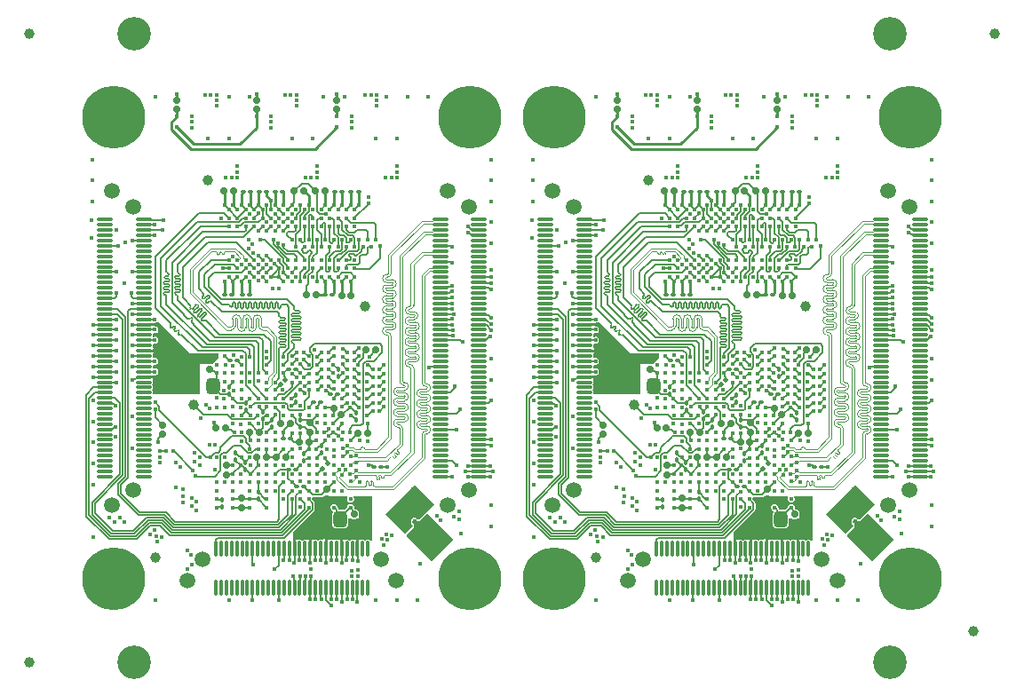
<source format=gbl>
G04*
G04 #@! TF.GenerationSoftware,Altium Limited,Altium Designer,22.4.2 (48)*
G04*
G04 Layer_Physical_Order=6*
G04 Layer_Color=16711680*
%FSAX24Y24*%
%MOIN*%
G70*
G04*
G04 #@! TF.SameCoordinates,CBA5B0EC-3C9A-411B-936C-A00E84A017FD*
G04*
G04*
G04 #@! TF.FilePolarity,Positive*
G04*
G01*
G75*
%ADD10C,0.0394*%
%ADD11C,0.0050*%
%ADD12C,0.0039*%
%ADD19C,0.0157*%
G04:AMPARAMS|DCode=25|XSize=23.6mil|YSize=23.6mil|CornerRadius=5.9mil|HoleSize=0mil|Usage=FLASHONLY|Rotation=270.000|XOffset=0mil|YOffset=0mil|HoleType=Round|Shape=RoundedRectangle|*
%AMROUNDEDRECTD25*
21,1,0.0236,0.0118,0,0,270.0*
21,1,0.0118,0.0236,0,0,270.0*
1,1,0.0118,-0.0059,-0.0059*
1,1,0.0118,-0.0059,0.0059*
1,1,0.0118,0.0059,0.0059*
1,1,0.0118,0.0059,-0.0059*
%
%ADD25ROUNDEDRECTD25*%
G04:AMPARAMS|DCode=26|XSize=13.8mil|YSize=15.7mil|CornerRadius=3.4mil|HoleSize=0mil|Usage=FLASHONLY|Rotation=270.000|XOffset=0mil|YOffset=0mil|HoleType=Round|Shape=RoundedRectangle|*
%AMROUNDEDRECTD26*
21,1,0.0138,0.0089,0,0,270.0*
21,1,0.0069,0.0157,0,0,270.0*
1,1,0.0069,-0.0044,-0.0034*
1,1,0.0069,-0.0044,0.0034*
1,1,0.0069,0.0044,0.0034*
1,1,0.0069,0.0044,-0.0034*
%
%ADD26ROUNDEDRECTD26*%
G04:AMPARAMS|DCode=29|XSize=23.6mil|YSize=23.6mil|CornerRadius=5.9mil|HoleSize=0mil|Usage=FLASHONLY|Rotation=0.000|XOffset=0mil|YOffset=0mil|HoleType=Round|Shape=RoundedRectangle|*
%AMROUNDEDRECTD29*
21,1,0.0236,0.0118,0,0,0.0*
21,1,0.0118,0.0236,0,0,0.0*
1,1,0.0118,0.0059,-0.0059*
1,1,0.0118,-0.0059,-0.0059*
1,1,0.0118,-0.0059,0.0059*
1,1,0.0118,0.0059,0.0059*
%
%ADD29ROUNDEDRECTD29*%
G04:AMPARAMS|DCode=30|XSize=13.8mil|YSize=15.7mil|CornerRadius=3.4mil|HoleSize=0mil|Usage=FLASHONLY|Rotation=180.000|XOffset=0mil|YOffset=0mil|HoleType=Round|Shape=RoundedRectangle|*
%AMROUNDEDRECTD30*
21,1,0.0138,0.0089,0,0,180.0*
21,1,0.0069,0.0157,0,0,180.0*
1,1,0.0069,-0.0034,0.0044*
1,1,0.0069,0.0034,0.0044*
1,1,0.0069,0.0034,-0.0044*
1,1,0.0069,-0.0034,-0.0044*
%
%ADD30ROUNDEDRECTD30*%
G04:AMPARAMS|DCode=33|XSize=25.2mil|YSize=25.2mil|CornerRadius=6.3mil|HoleSize=0mil|Usage=FLASHONLY|Rotation=0.000|XOffset=0mil|YOffset=0mil|HoleType=Round|Shape=RoundedRectangle|*
%AMROUNDEDRECTD33*
21,1,0.0252,0.0126,0,0,0.0*
21,1,0.0126,0.0252,0,0,0.0*
1,1,0.0126,0.0063,-0.0063*
1,1,0.0126,-0.0063,-0.0063*
1,1,0.0126,-0.0063,0.0063*
1,1,0.0126,0.0063,0.0063*
%
%ADD33ROUNDEDRECTD33*%
G04:AMPARAMS|DCode=34|XSize=25.2mil|YSize=25.2mil|CornerRadius=6.3mil|HoleSize=0mil|Usage=FLASHONLY|Rotation=270.000|XOffset=0mil|YOffset=0mil|HoleType=Round|Shape=RoundedRectangle|*
%AMROUNDEDRECTD34*
21,1,0.0252,0.0126,0,0,270.0*
21,1,0.0126,0.0252,0,0,270.0*
1,1,0.0126,-0.0063,-0.0063*
1,1,0.0126,-0.0063,0.0063*
1,1,0.0126,0.0063,0.0063*
1,1,0.0126,0.0063,-0.0063*
%
%ADD34ROUNDEDRECTD34*%
G04:AMPARAMS|DCode=37|XSize=25.2mil|YSize=25.2mil|CornerRadius=6.3mil|HoleSize=0mil|Usage=FLASHONLY|Rotation=225.000|XOffset=0mil|YOffset=0mil|HoleType=Round|Shape=RoundedRectangle|*
%AMROUNDEDRECTD37*
21,1,0.0252,0.0126,0,0,225.0*
21,1,0.0126,0.0252,0,0,225.0*
1,1,0.0126,-0.0089,0.0000*
1,1,0.0126,0.0000,0.0089*
1,1,0.0126,0.0089,0.0000*
1,1,0.0126,0.0000,-0.0089*
%
%ADD37ROUNDEDRECTD37*%
G04:AMPARAMS|DCode=39|XSize=59.1mil|YSize=51.2mil|CornerRadius=12.8mil|HoleSize=0mil|Usage=FLASHONLY|Rotation=90.000|XOffset=0mil|YOffset=0mil|HoleType=Round|Shape=RoundedRectangle|*
%AMROUNDEDRECTD39*
21,1,0.0591,0.0256,0,0,90.0*
21,1,0.0335,0.0512,0,0,90.0*
1,1,0.0256,0.0128,0.0167*
1,1,0.0256,0.0128,-0.0167*
1,1,0.0256,-0.0128,-0.0167*
1,1,0.0256,-0.0128,0.0167*
%
%ADD39ROUNDEDRECTD39*%
G04:AMPARAMS|DCode=40|XSize=16.5mil|YSize=18.1mil|CornerRadius=4.1mil|HoleSize=0mil|Usage=FLASHONLY|Rotation=270.000|XOffset=0mil|YOffset=0mil|HoleType=Round|Shape=RoundedRectangle|*
%AMROUNDEDRECTD40*
21,1,0.0165,0.0098,0,0,270.0*
21,1,0.0083,0.0181,0,0,270.0*
1,1,0.0083,-0.0049,-0.0041*
1,1,0.0083,-0.0049,0.0041*
1,1,0.0083,0.0049,0.0041*
1,1,0.0083,0.0049,-0.0041*
%
%ADD40ROUNDEDRECTD40*%
%ADD41C,0.0100*%
%ADD44C,0.0075*%
%ADD45C,0.1260*%
%ADD46C,0.2362*%
%ADD47C,0.0591*%
%ADD48C,0.0160*%
G04:AMPARAMS|DCode=51|XSize=11.8mil|YSize=59.1mil|CornerRadius=3mil|HoleSize=0mil|Usage=FLASHONLY|Rotation=0.000|XOffset=0mil|YOffset=0mil|HoleType=Round|Shape=RoundedRectangle|*
%AMROUNDEDRECTD51*
21,1,0.0118,0.0531,0,0,0.0*
21,1,0.0059,0.0591,0,0,0.0*
1,1,0.0059,0.0030,-0.0266*
1,1,0.0059,-0.0030,-0.0266*
1,1,0.0059,-0.0030,0.0266*
1,1,0.0059,0.0030,0.0266*
%
%ADD51ROUNDEDRECTD51*%
G04:AMPARAMS|DCode=52|XSize=11.8mil|YSize=59.1mil|CornerRadius=3mil|HoleSize=0mil|Usage=FLASHONLY|Rotation=270.000|XOffset=0mil|YOffset=0mil|HoleType=Round|Shape=RoundedRectangle|*
%AMROUNDEDRECTD52*
21,1,0.0118,0.0531,0,0,270.0*
21,1,0.0059,0.0591,0,0,270.0*
1,1,0.0059,-0.0266,-0.0030*
1,1,0.0059,-0.0266,0.0030*
1,1,0.0059,0.0266,0.0030*
1,1,0.0059,0.0266,-0.0030*
%
%ADD52ROUNDEDRECTD52*%
G04:AMPARAMS|DCode=53|XSize=16.5mil|YSize=18.1mil|CornerRadius=4.1mil|HoleSize=0mil|Usage=FLASHONLY|Rotation=180.000|XOffset=0mil|YOffset=0mil|HoleType=Round|Shape=RoundedRectangle|*
%AMROUNDEDRECTD53*
21,1,0.0165,0.0098,0,0,180.0*
21,1,0.0083,0.0181,0,0,180.0*
1,1,0.0083,-0.0041,0.0049*
1,1,0.0083,0.0041,0.0049*
1,1,0.0083,0.0041,-0.0049*
1,1,0.0083,-0.0041,-0.0049*
%
%ADD53ROUNDEDRECTD53*%
G04:AMPARAMS|DCode=54|XSize=110.2mil|YSize=65mil|CornerRadius=8.1mil|HoleSize=0mil|Usage=FLASHONLY|Rotation=45.000|XOffset=0mil|YOffset=0mil|HoleType=Round|Shape=RoundedRectangle|*
%AMROUNDEDRECTD54*
21,1,0.1102,0.0487,0,0,45.0*
21,1,0.0940,0.0650,0,0,45.0*
1,1,0.0162,0.0505,0.0160*
1,1,0.0162,-0.0160,-0.0505*
1,1,0.0162,-0.0505,-0.0160*
1,1,0.0162,0.0160,0.0505*
%
%ADD54ROUNDEDRECTD54*%
G04:AMPARAMS|DCode=55|XSize=16.5mil|YSize=18.1mil|CornerRadius=4.1mil|HoleSize=0mil|Usage=FLASHONLY|Rotation=135.000|XOffset=0mil|YOffset=0mil|HoleType=Round|Shape=RoundedRectangle|*
%AMROUNDEDRECTD55*
21,1,0.0165,0.0098,0,0,135.0*
21,1,0.0083,0.0181,0,0,135.0*
1,1,0.0083,0.0006,0.0064*
1,1,0.0083,0.0064,0.0006*
1,1,0.0083,-0.0006,-0.0064*
1,1,0.0083,-0.0064,-0.0006*
%
%ADD55ROUNDEDRECTD55*%
%ADD56C,0.0079*%
%ADD57C,0.0080*%
G36*
X024518Y013573D02*
X025600D01*
Y013425D01*
X025374Y013199D01*
X024892D01*
Y012051D01*
X024882Y012047D01*
X023147D01*
X023122Y012077D01*
Y012136D01*
X023116Y012167D01*
X023116Y012168D01*
X023103Y012205D01*
X023116Y012242D01*
X023116Y012243D01*
X023122Y012274D01*
Y012333D01*
X023116Y012364D01*
X023116Y012364D01*
X023103Y012402D01*
X023116Y012439D01*
X023116Y012439D01*
X023122Y012470D01*
Y012530D01*
X023116Y012561D01*
X023116Y012562D01*
X023135Y012574D01*
X023163Y012617D01*
X023169Y012647D01*
X022776D01*
Y012747D01*
X023197D01*
X023217Y012764D01*
X023235D01*
X023282Y012783D01*
X023319Y012820D01*
X023339Y012868D01*
Y012920D01*
X023319Y012967D01*
X023282Y013004D01*
X023235Y013024D01*
X023183D01*
X023162Y013015D01*
X023121Y013052D01*
X023122Y013061D01*
Y013120D01*
X023121Y013129D01*
X023162Y013166D01*
X023183Y013157D01*
X023235D01*
X023282Y013177D01*
X023319Y013214D01*
X023339Y013262D01*
Y013313D01*
X023319Y013361D01*
X023282Y013398D01*
X023235Y013417D01*
X023183D01*
X023162Y013409D01*
X023121Y013446D01*
X023122Y013455D01*
Y013514D01*
X023116Y013545D01*
X023116Y013546D01*
X023135Y013558D01*
X023163Y013601D01*
X023169Y013631D01*
X022776D01*
Y013731D01*
X023169D01*
X023163Y013761D01*
X023135Y013804D01*
X023116Y013816D01*
X023116Y013817D01*
X023122Y013848D01*
Y013907D01*
X023121Y013916D01*
X023162Y013954D01*
X023183Y013945D01*
X023235D01*
X023282Y013965D01*
X023319Y014001D01*
X023339Y014049D01*
Y014101D01*
X023319Y014148D01*
X023282Y014185D01*
X023235Y014205D01*
X023183D01*
X023162Y014196D01*
X023121Y014233D01*
X023122Y014242D01*
Y014301D01*
X023121Y014310D01*
X023162Y014347D01*
X023183Y014339D01*
X023235D01*
X023282Y014358D01*
X023319Y014395D01*
X023339Y014443D01*
Y014494D01*
X023319Y014542D01*
X023282Y014579D01*
X023235Y014598D01*
X023217D01*
X023197Y014615D01*
X022776D01*
Y014715D01*
X023197D01*
X023217Y014732D01*
X023235D01*
X023239Y014734D01*
X023356D01*
X024518Y013573D01*
D02*
G37*
G36*
X007982D02*
X009065D01*
Y013425D01*
X008839Y013199D01*
X008356D01*
Y012051D01*
X008346Y012047D01*
X006611D01*
X006587Y012077D01*
Y012136D01*
X006581Y012167D01*
X006580Y012168D01*
X006567Y012205D01*
X006580Y012242D01*
X006581Y012243D01*
X006587Y012274D01*
Y012333D01*
X006581Y012364D01*
X006580Y012364D01*
X006567Y012402D01*
X006580Y012439D01*
X006581Y012439D01*
X006587Y012470D01*
Y012530D01*
X006581Y012561D01*
X006581Y012562D01*
X006599Y012574D01*
X006628Y012617D01*
X006634Y012647D01*
X006240D01*
Y012747D01*
X006662D01*
X006682Y012764D01*
X006699D01*
X006747Y012783D01*
X006783Y012820D01*
X006803Y012868D01*
Y012920D01*
X006783Y012967D01*
X006747Y013004D01*
X006699Y013024D01*
X006647D01*
X006626Y013015D01*
X006585Y013052D01*
X006587Y013061D01*
Y013120D01*
X006585Y013129D01*
X006626Y013166D01*
X006647Y013157D01*
X006699D01*
X006747Y013177D01*
X006783Y013214D01*
X006803Y013262D01*
Y013313D01*
X006783Y013361D01*
X006747Y013398D01*
X006699Y013417D01*
X006647D01*
X006626Y013409D01*
X006585Y013446D01*
X006587Y013455D01*
Y013514D01*
X006581Y013545D01*
X006581Y013546D01*
X006599Y013558D01*
X006628Y013601D01*
X006634Y013631D01*
X006240D01*
Y013731D01*
X006634D01*
X006628Y013761D01*
X006599Y013804D01*
X006581Y013816D01*
X006581Y013817D01*
X006587Y013848D01*
Y013907D01*
X006585Y013916D01*
X006626Y013954D01*
X006647Y013945D01*
X006699D01*
X006747Y013965D01*
X006783Y014001D01*
X006803Y014049D01*
Y014101D01*
X006783Y014148D01*
X006747Y014185D01*
X006699Y014205D01*
X006647D01*
X006626Y014196D01*
X006585Y014233D01*
X006587Y014242D01*
Y014301D01*
X006585Y014310D01*
X006626Y014347D01*
X006647Y014339D01*
X006699D01*
X006747Y014358D01*
X006783Y014395D01*
X006803Y014443D01*
Y014494D01*
X006783Y014542D01*
X006747Y014579D01*
X006699Y014598D01*
X006682D01*
X006662Y014615D01*
X006240D01*
Y014715D01*
X006662D01*
X006682Y014732D01*
X006699D01*
X006704Y014734D01*
X006821D01*
X007982Y013573D01*
D02*
G37*
G36*
X031348Y006557D02*
X031298Y006547D01*
X031288Y006563D01*
X031261Y006581D01*
X031230Y006587D01*
X031171D01*
X031140Y006581D01*
X031114Y006563D01*
X031091D01*
X031065Y006581D01*
X031033Y006587D01*
X030974D01*
X030943Y006581D01*
X030942Y006581D01*
X030930Y006599D01*
X030887Y006628D01*
X030857Y006634D01*
Y006240D01*
X030757D01*
Y006634D01*
X030727Y006628D01*
X030684Y006599D01*
X030672Y006581D01*
X030671Y006581D01*
X030640Y006587D01*
X030581D01*
X030550Y006581D01*
X030523Y006563D01*
X030500D01*
X030474Y006581D01*
X030443Y006587D01*
X030384D01*
X030353Y006581D01*
X030352Y006581D01*
X030339Y006599D01*
X030297Y006628D01*
X030267Y006634D01*
Y006240D01*
X030167D01*
Y006634D01*
X030136Y006628D01*
X030094Y006599D01*
X030081Y006581D01*
X030080Y006581D01*
X030049Y006587D01*
X029990D01*
X029959Y006581D01*
X029958Y006580D01*
X029921Y006567D01*
X029884Y006580D01*
X029883Y006581D01*
X029852Y006587D01*
X029793D01*
X029762Y006581D01*
X029761Y006581D01*
X029749Y006599D01*
X029706Y006628D01*
X029676Y006634D01*
Y006240D01*
X029576D01*
Y006634D01*
X029546Y006628D01*
X029503Y006599D01*
X029491Y006581D01*
X029490Y006581D01*
X029459Y006587D01*
X029400D01*
X029369Y006581D01*
X029342Y006563D01*
X029319D01*
X029293Y006581D01*
X029262Y006587D01*
X029203D01*
X029172Y006581D01*
X029171Y006581D01*
X029158Y006599D01*
X029116Y006628D01*
X029085Y006634D01*
Y006240D01*
X028985D01*
Y006634D01*
X028955Y006628D01*
X028913Y006599D01*
X028900Y006581D01*
X028899Y006581D01*
X028868Y006587D01*
X028809D01*
X028778Y006581D01*
X028752Y006563D01*
X028729D01*
X028702Y006581D01*
X028671Y006587D01*
X028612D01*
X028581Y006581D01*
X028580Y006581D01*
X028568Y006599D01*
X028525Y006628D01*
X028495Y006634D01*
Y006240D01*
X028395D01*
Y006654D01*
X028376Y006670D01*
Y006868D01*
X029185Y007677D01*
X029202Y007702D01*
X029208Y007731D01*
Y007955D01*
X029202Y007985D01*
X029185Y008009D01*
X029106Y008088D01*
Y008136D01*
X029101Y008149D01*
X029123Y008181D01*
X029137Y008194D01*
X029457D01*
X029486Y008200D01*
X029511Y008216D01*
X029523Y008228D01*
X030415D01*
X030429Y008204D01*
X030439Y008178D01*
X030421Y008136D01*
Y008084D01*
X030441Y008037D01*
X030478Y008000D01*
X030525Y007980D01*
X030577D01*
X030625Y008000D01*
X030661Y008037D01*
X030681Y008084D01*
Y008136D01*
X030664Y008178D01*
X030673Y008204D01*
X030688Y008228D01*
X031348D01*
Y006557D01*
D02*
G37*
G36*
X014813D02*
X014763Y006547D01*
X014752Y006563D01*
X014726Y006581D01*
X014695Y006587D01*
X014636D01*
X014605Y006581D01*
X014578Y006563D01*
X014555D01*
X014529Y006581D01*
X014498Y006587D01*
X014439D01*
X014408Y006581D01*
X014407Y006581D01*
X014395Y006599D01*
X014352Y006628D01*
X014322Y006634D01*
Y006240D01*
X014222D01*
Y006634D01*
X014192Y006628D01*
X014149Y006599D01*
X014137Y006581D01*
X014135Y006581D01*
X014104Y006587D01*
X014045D01*
X014014Y006581D01*
X013988Y006563D01*
X013965D01*
X013939Y006581D01*
X013907Y006587D01*
X013848D01*
X013817Y006581D01*
X013816Y006581D01*
X013804Y006599D01*
X013761Y006628D01*
X013731Y006634D01*
Y006240D01*
X013631D01*
Y006634D01*
X013601Y006628D01*
X013558Y006599D01*
X013546Y006581D01*
X013545Y006581D01*
X013514Y006587D01*
X013455D01*
X013424Y006581D01*
X013423Y006580D01*
X013386Y006567D01*
X013349Y006580D01*
X013348Y006581D01*
X013317Y006587D01*
X013258D01*
X013227Y006581D01*
X013226Y006581D01*
X013213Y006599D01*
X013171Y006628D01*
X013141Y006634D01*
Y006240D01*
X013041D01*
Y006634D01*
X013010Y006628D01*
X012968Y006599D01*
X012955Y006581D01*
X012954Y006581D01*
X012923Y006587D01*
X012864D01*
X012833Y006581D01*
X012807Y006563D01*
X012784D01*
X012757Y006581D01*
X012726Y006587D01*
X012667D01*
X012636Y006581D01*
X012635Y006581D01*
X012623Y006599D01*
X012580Y006628D01*
X012550Y006634D01*
Y006240D01*
X012450D01*
Y006634D01*
X012420Y006628D01*
X012377Y006599D01*
X012365Y006581D01*
X012364Y006581D01*
X012333Y006587D01*
X012274D01*
X012243Y006581D01*
X012216Y006563D01*
X012193D01*
X012167Y006581D01*
X012136Y006587D01*
X012077D01*
X012046Y006581D01*
X012045Y006581D01*
X012032Y006599D01*
X011990Y006628D01*
X011959Y006634D01*
Y006240D01*
X011859D01*
Y006654D01*
X011841Y006670D01*
Y006868D01*
X012650Y007677D01*
X012667Y007702D01*
X012672Y007731D01*
Y007955D01*
X012667Y007985D01*
X012650Y008009D01*
X012571Y008088D01*
Y008136D01*
X012566Y008149D01*
X012588Y008181D01*
X012601Y008194D01*
X012922D01*
X012951Y008200D01*
X012976Y008216D01*
X012988Y008228D01*
X013879D01*
X013894Y008204D01*
X013903Y008178D01*
X013886Y008136D01*
Y008084D01*
X013906Y008037D01*
X013942Y008000D01*
X013990Y007980D01*
X014042D01*
X014089Y008000D01*
X014126Y008037D01*
X014146Y008084D01*
Y008136D01*
X014128Y008178D01*
X014138Y008204D01*
X014152Y008228D01*
X014813D01*
Y006557D01*
D02*
G37*
G36*
X033681Y007904D02*
X033112Y007335D01*
X033053Y007347D01*
X033053Y007347D01*
X033017Y007384D01*
X032969Y007404D01*
X032917D01*
X032869Y007384D01*
X032833Y007347D01*
X032813Y007299D01*
Y007248D01*
X032833Y007200D01*
X032869Y007163D01*
X032870Y007163D01*
X032882Y007104D01*
X032579Y006801D01*
X031842Y007537D01*
X032945Y008640D01*
X033681Y007904D01*
D02*
G37*
G36*
X017146D02*
X016577Y007335D01*
X016518Y007347D01*
X016518Y007347D01*
X016481Y007384D01*
X016433Y007404D01*
X016382D01*
X016334Y007384D01*
X016297Y007347D01*
X016277Y007299D01*
Y007248D01*
X016297Y007200D01*
X016334Y007163D01*
X016335Y007163D01*
X016346Y007104D01*
X016043Y006801D01*
X015307Y007537D01*
X016409Y008640D01*
X017146Y007904D01*
D02*
G37*
G36*
X034400Y006594D02*
X033593Y005787D01*
X032652Y006728D01*
X032652Y006798D01*
X032920Y007066D01*
X032922Y007071D01*
X032927Y007074D01*
X032930Y007090D01*
X032936Y007104D01*
X032934Y007109D01*
X032935Y007115D01*
X032923Y007174D01*
X032920Y007178D01*
X032920Y007184D01*
X032911Y007192D01*
X032908Y007202D01*
X032879Y007231D01*
X032867Y007259D01*
Y007289D01*
X032879Y007317D01*
X032900Y007338D01*
X032928Y007350D01*
X032958D01*
X032986Y007338D01*
X033015Y007309D01*
X033024Y007305D01*
X033033Y007297D01*
X033038Y007297D01*
X033043Y007293D01*
X033102Y007282D01*
X033107Y007283D01*
X033112Y007281D01*
X033127Y007287D01*
X033142Y007290D01*
X033146Y007294D01*
X033151Y007297D01*
X033424Y007570D01*
X034400Y006594D01*
D02*
G37*
G36*
X017864D02*
X017057Y005787D01*
X016117Y006728D01*
X016117Y006798D01*
X016385Y007066D01*
X016387Y007071D01*
X016391Y007074D01*
X016394Y007090D01*
X016400Y007104D01*
X016398Y007109D01*
X016399Y007115D01*
X016388Y007174D01*
X016385Y007178D01*
X016385Y007184D01*
X016376Y007192D01*
X016372Y007202D01*
X016343Y007231D01*
X016332Y007259D01*
Y007289D01*
X016343Y007317D01*
X016365Y007338D01*
X016392Y007350D01*
X016423D01*
X016450Y007338D01*
X016479Y007309D01*
X016489Y007305D01*
X016497Y007297D01*
X016503Y007297D01*
X016507Y007293D01*
X016566Y007282D01*
X016572Y007283D01*
X016577Y007281D01*
X016592Y007287D01*
X016607Y007290D01*
X016610Y007294D01*
X016615Y007297D01*
X016889Y007570D01*
X017864Y006594D01*
D02*
G37*
%LPC*%
G36*
X029947Y007925D02*
X029895D01*
X029848Y007905D01*
X029811Y007869D01*
X029791Y007821D01*
Y007769D01*
X029811Y007722D01*
X029848Y007685D01*
X029857Y007681D01*
X029876Y007619D01*
X029862Y007599D01*
X029848Y007530D01*
Y007195D01*
X029862Y007125D01*
X029901Y007067D01*
X029960Y007027D01*
X030030Y007013D01*
X030285D01*
X030355Y007027D01*
X030414Y007067D01*
X030453Y007125D01*
X030467Y007195D01*
Y007400D01*
X030517Y007416D01*
X030531Y007395D01*
X030568Y007370D01*
X030612Y007361D01*
X030738D01*
X030782Y007370D01*
X030820Y007395D01*
X030845Y007432D01*
X030853Y007476D01*
Y007602D01*
X030845Y007646D01*
X030820Y007684D01*
X030782Y007709D01*
X030738Y007718D01*
X030704D01*
X030700Y007736D01*
X030681Y007766D01*
X030680Y007766D01*
X030681Y007769D01*
Y007821D01*
X030661Y007869D01*
X030625Y007905D01*
X030577Y007925D01*
X030525D01*
X030478Y007905D01*
X030441Y007869D01*
X030421Y007821D01*
Y007795D01*
X030329Y007702D01*
X030285Y007711D01*
X030102D01*
X030097Y007740D01*
X030077Y007770D01*
X030051Y007795D01*
Y007821D01*
X030031Y007869D01*
X029995Y007905D01*
X029947Y007925D01*
D02*
G37*
G36*
X013412D02*
X013360D01*
X013312Y007905D01*
X013276Y007869D01*
X013256Y007821D01*
Y007769D01*
X013276Y007722D01*
X013312Y007685D01*
X013321Y007681D01*
X013340Y007619D01*
X013326Y007599D01*
X013313Y007530D01*
Y007195D01*
X013326Y007125D01*
X013366Y007067D01*
X013425Y007027D01*
X013494Y007013D01*
X013750D01*
X013819Y007027D01*
X013878Y007067D01*
X013918Y007125D01*
X013931Y007195D01*
Y007400D01*
X013981Y007416D01*
X013995Y007395D01*
X014033Y007370D01*
X014077Y007361D01*
X014203D01*
X014247Y007370D01*
X014284Y007395D01*
X014309Y007432D01*
X014318Y007476D01*
Y007602D01*
X014309Y007646D01*
X014284Y007684D01*
X014247Y007709D01*
X014203Y007718D01*
X014169D01*
X014165Y007736D01*
X014145Y007766D01*
X014145Y007766D01*
X014146Y007769D01*
Y007821D01*
X014126Y007869D01*
X014089Y007905D01*
X014042Y007925D01*
X013990D01*
X013942Y007905D01*
X013906Y007869D01*
X013886Y007821D01*
Y007795D01*
X013793Y007702D01*
X013750Y007711D01*
X013567D01*
X013561Y007740D01*
X013541Y007770D01*
X013516Y007795D01*
Y007821D01*
X013496Y007869D01*
X013459Y007905D01*
X013412Y007925D01*
D02*
G37*
%LPD*%
D10*
X037402Y003150D02*
D03*
X001969Y025591D02*
D03*
X001969Y001969D02*
D03*
X038189Y025591D02*
D03*
X008110Y011663D02*
D03*
X006693Y005906D02*
D03*
X014567Y015354D02*
D03*
X008661Y020079D02*
D03*
X024646Y011663D02*
D03*
X023228Y005906D02*
D03*
X031102Y015354D02*
D03*
X025197Y020079D02*
D03*
D11*
X011900Y015237D02*
G03*
X011950Y015187I000050J000000D01*
G01*
X012070Y015087D02*
G03*
X012070Y015187I000000J000050D01*
G01*
X011836Y015087D02*
G03*
X011836Y014987I000000J-000050D01*
G01*
X012119Y014887D02*
G03*
X012119Y014987I000000J000050D01*
G01*
X011836Y014887D02*
G03*
X011836Y014787I000000J-000050D01*
G01*
X012119Y014687D02*
G03*
X012119Y014787I000000J000050D01*
G01*
X011836Y014687D02*
G03*
X011836Y014587I000000J-000050D01*
G01*
X012119Y014487D02*
G03*
X012119Y014587I000000J000050D01*
G01*
X011836Y014487D02*
G03*
X011836Y014387I000000J-000050D01*
G01*
X012119Y014287D02*
G03*
X012119Y014387I000000J000050D01*
G01*
X011836Y014287D02*
G03*
X011836Y014187I000000J-000050D01*
G01*
X012119Y014087D02*
G03*
X012119Y014187I000000J000050D01*
G01*
X011836Y014087D02*
G03*
X011836Y013987I000000J-000050D01*
G01*
X011900Y013937D02*
G03*
X011850Y013987I-000050J000000D01*
G01*
X009487Y015363D02*
G03*
X009437Y015413I-000050J000000D01*
G01*
X009487Y015356D02*
G03*
X009587Y015356I000050J000000D01*
G01*
X009687Y015460D02*
G03*
X009587Y015460I-000050J000000D01*
G01*
X009687Y015306D02*
G03*
X009787Y015306I000050J000000D01*
G01*
X009887Y015460D02*
G03*
X009787Y015460I-000050J000000D01*
G01*
X009887Y015306D02*
G03*
X009987Y015306I000050J000000D01*
G01*
X010087Y015460D02*
G03*
X009987Y015460I-000050J000000D01*
G01*
X010087Y015306D02*
G03*
X010187Y015306I000050J000000D01*
G01*
X010287Y015460D02*
G03*
X010187Y015460I-000050J000000D01*
G01*
X010287Y015306D02*
G03*
X010387Y015306I000050J000000D01*
G01*
X010487Y015460D02*
G03*
X010387Y015460I-000050J000000D01*
G01*
X010487Y015306D02*
G03*
X010587Y015306I000050J000000D01*
G01*
X010687Y015460D02*
G03*
X010587Y015460I-000050J000000D01*
G01*
X010687Y015306D02*
G03*
X010787Y015306I000050J000000D01*
G01*
X010887Y015460D02*
G03*
X010787Y015460I-000050J000000D01*
G01*
X010887Y015306D02*
G03*
X010987Y015306I000050J000000D01*
G01*
X011087Y015460D02*
G03*
X010987Y015460I-000050J000000D01*
G01*
X011087Y015306D02*
G03*
X011187Y015306I000050J000000D01*
G01*
X011287Y015460D02*
G03*
X011187Y015460I-000050J000000D01*
G01*
X011287Y015306D02*
G03*
X011387Y015306I000050J000000D01*
G01*
X011437Y015413D02*
G03*
X011387Y015363I000000J-000050D01*
G01*
X011339Y014975D02*
G03*
X011389Y014925I000050J000000D01*
G01*
X011520Y014825D02*
G03*
X011520Y014925I000000J000050D01*
G01*
X011380Y014825D02*
G03*
X011380Y014725I000000J-000050D01*
G01*
X011557Y014625D02*
G03*
X011557Y014725I000000J000050D01*
G01*
X011380Y014625D02*
G03*
X011380Y014525I000000J-000050D01*
G01*
X011557Y014425D02*
G03*
X011557Y014525I000000J000050D01*
G01*
X011380Y014425D02*
G03*
X011380Y014325I000000J-000050D01*
G01*
X011557Y014225D02*
G03*
X011557Y014325I000000J000050D01*
G01*
X011380Y014225D02*
G03*
X011380Y014125I000000J-000050D01*
G01*
X011557Y014025D02*
G03*
X011557Y014125I000000J000050D01*
G01*
X011380Y014025D02*
G03*
X011380Y013925I000000J-000050D01*
G01*
X011542Y013825D02*
G03*
X011542Y013925I000000J000050D01*
G01*
X011389Y013825D02*
G03*
X011339Y013775I000000J-000050D01*
G01*
X008500Y015762D02*
G03*
X008500Y015833I-000035J000035D01*
G01*
X008451Y015713D02*
G03*
X008451Y015642I000035J-000035D01*
G01*
D02*
G03*
X008521Y015642I000035J000035D01*
G01*
X008716Y015766D02*
G03*
X008645Y015766I-000035J-000035D01*
G01*
X008716Y015695D02*
G03*
X008716Y015766I-000035J000035D01*
G01*
X008592Y015571D02*
G03*
X008592Y015500I000035J-000035D01*
G01*
X008592Y015500D02*
G03*
X008663Y015500I000035J000035D01*
G01*
X008783Y015550D02*
G03*
X008712Y015550I-000035J-000035D01*
G01*
X008005Y015323D02*
G03*
X008005Y015394I-000035J000035D01*
G01*
X008005Y015323D02*
G03*
X008005Y015252I000035J-000035D01*
G01*
X008005Y015252D02*
G03*
X008076Y015252I000035J000035D01*
G01*
X008298Y015404D02*
G03*
X008227Y015404I-000035J-000035D01*
G01*
X008298Y015333D02*
G03*
X008298Y015404I-000035J000035D01*
G01*
X008137Y015173D02*
G03*
X008137Y015102I000035J-000035D01*
G01*
X008137Y015102D02*
G03*
X008208Y015102I000035J000035D01*
G01*
X008439Y015263D02*
G03*
X008369Y015263I-000035J-000035D01*
G01*
X008439Y015192D02*
G03*
X008439Y015263I-000035J000035D01*
G01*
X008279Y015031D02*
G03*
X008279Y014960I000035J-000035D01*
G01*
D02*
G03*
X008349Y014960I000035J000035D01*
G01*
X008581Y015121D02*
G03*
X008510Y015121I-000035J-000035D01*
G01*
X008581Y015051D02*
G03*
X008581Y015121I-000035J000035D01*
G01*
X008420Y014890D02*
G03*
X008420Y014819I000035J-000035D01*
G01*
X008420Y014819D02*
G03*
X008491Y014819I000035J000035D01*
G01*
X008571Y014828D02*
G03*
X008500Y014828I-000035J-000035D01*
G01*
X007520Y016644D02*
G03*
X007570Y016594I000050J000000D01*
G01*
X007570Y016494D02*
G03*
X007570Y016594I000000J000050D01*
G01*
X007465Y016494D02*
G03*
X007465Y016394I000000J-000050D01*
G01*
X007590Y016294D02*
G03*
X007590Y016394I000000J000050D01*
G01*
X007452Y016294D02*
G03*
X007452Y016194I000000J-000050D01*
G01*
X007590Y016094D02*
G03*
X007590Y016194I000000J000050D01*
G01*
X007452Y016094D02*
G03*
X007452Y015994I000000J-000050D01*
G01*
X007590Y015894D02*
G03*
X007590Y015994I000000J000050D01*
G01*
X007452Y015894D02*
G03*
X007452Y015794I000000J-000050D01*
G01*
X007520Y015744D02*
G03*
X007470Y015794I-000050J000000D01*
G01*
X007902Y014883D02*
G03*
X007973Y014883I000035J000035D01*
G01*
X008068Y014907D02*
G03*
X007997Y014907I-000035J-000035D01*
G01*
X008068Y014837D02*
G03*
X008068Y014907I-000035J000035D01*
G01*
X008044Y014813D02*
G03*
X008044Y014742I000035J-000035D01*
G01*
X007106Y016645D02*
G03*
X007156Y016595I000050J000000D01*
G01*
X007156Y016495D02*
G03*
X007156Y016595I000000J000050D01*
G01*
X007074Y016495D02*
G03*
X007074Y016395I000000J-000050D01*
G01*
X007174Y016295D02*
G03*
X007174Y016395I000000J000050D01*
G01*
X007039Y016295D02*
G03*
X007039Y016195I000000J-000050D01*
G01*
X007174Y016095D02*
G03*
X007174Y016195I000000J000050D01*
G01*
X007039Y016095D02*
G03*
X007039Y015995I000000J-000050D01*
G01*
X007174Y015895D02*
G03*
X007174Y015995I000000J000050D01*
G01*
X007039Y015895D02*
G03*
X007039Y015795I000000J-000050D01*
G01*
X007106Y015745D02*
G03*
X007056Y015795I-000050J000000D01*
G01*
X007262Y014635D02*
G03*
X007262Y014706I-000035J000035D01*
G01*
X007259Y014632D02*
G03*
X007259Y014561I000035J-000035D01*
G01*
X007259Y014561D02*
G03*
X007329Y014561I000035J000035D01*
G01*
X007431Y014592D02*
G03*
X007360Y014592I-000035J-000035D01*
G01*
X007431Y014521D02*
G03*
X007431Y014592I-000035J000035D01*
G01*
X007400Y014490D02*
G03*
X007400Y014420I000035J-000035D01*
G01*
D02*
G03*
X007471Y014420I000035J000035D01*
G01*
X007572Y014450D02*
G03*
X007501Y014450I-000035J-000035D01*
G01*
X007572Y014380D02*
G03*
X007572Y014450I-000035J000035D01*
G01*
X007541Y014349D02*
G03*
X007541Y014278I000035J-000035D01*
G01*
X007541Y014278D02*
G03*
X007612Y014278I000035J000035D01*
G01*
X007687Y014282D02*
G03*
X007616Y014282I-000035J-000035D01*
G01*
X011890Y015364D02*
X011900Y015354D01*
Y015237D02*
Y015354D01*
X011950Y015187D02*
X012070D01*
X011836Y015087D02*
X012070D01*
X011836Y014987D02*
X012119D01*
X011836Y014887D02*
X012119D01*
X011836Y014787D02*
X012119D01*
X011836Y014687D02*
X012119D01*
X011836Y014587D02*
X012119D01*
X011836Y014487D02*
X012119D01*
X011836Y014387D02*
X012119D01*
X011836Y014287D02*
X012119D01*
X011836Y014187D02*
X012119D01*
X011836Y014087D02*
X012119D01*
X011836Y013987D02*
X011850D01*
X011900Y013912D02*
Y013937D01*
X009145Y015463D02*
X009195Y015413D01*
X009437D01*
X009487Y015356D02*
Y015363D01*
X009587Y015356D02*
Y015460D01*
X009687Y015306D02*
Y015460D01*
X009787Y015306D02*
Y015460D01*
X009887Y015306D02*
Y015460D01*
X009987Y015306D02*
Y015460D01*
X010087Y015306D02*
Y015460D01*
X010187Y015306D02*
Y015460D01*
X010287Y015306D02*
Y015460D01*
X010387Y015306D02*
Y015460D01*
X010487Y015306D02*
Y015460D01*
X010587Y015306D02*
Y015460D01*
X010687Y015306D02*
Y015460D01*
X010787Y015306D02*
Y015460D01*
X010887Y015306D02*
Y015460D01*
X010987Y015306D02*
Y015460D01*
X011087Y015306D02*
Y015460D01*
X011187Y015306D02*
Y015460D01*
X011287Y015306D02*
Y015460D01*
X011387Y015306D02*
Y015363D01*
X011437Y015413D02*
X011462D01*
X011614D01*
X011696Y013783D02*
Y015331D01*
X011496Y013465D02*
X011497Y013465D01*
Y013583D01*
X011696Y013783D01*
X011312Y015086D02*
X011339Y015058D01*
Y014975D02*
Y015058D01*
X011389Y014925D02*
X011520D01*
X011380Y014825D02*
X011520D01*
X011380Y014725D02*
X011557D01*
X011380Y014625D02*
X011557D01*
X011380Y014525D02*
X011557D01*
X011380Y014425D02*
X011557D01*
X011380Y014325D02*
X011557D01*
X011380Y014225D02*
X011557D01*
X011380Y014125D02*
X011557D01*
X011380Y014025D02*
X011557D01*
X011380Y013925D02*
X011542D01*
X011389Y013825D02*
X011542D01*
X011339Y013450D02*
Y013775D01*
X008327Y016006D02*
X008344Y015989D01*
X008500Y015833D01*
X008500Y015833D02*
X008500Y015833D01*
X008451Y015713D02*
X008500Y015762D01*
X008451Y015713D02*
Y015713D01*
X008521Y015642D02*
X008645Y015766D01*
Y015766D02*
Y015766D01*
X008716D02*
X008716Y015766D01*
X008592Y015571D02*
X008716Y015695D01*
X008592Y015571D02*
Y015571D01*
X008592Y015500D02*
X008592Y015500D01*
X008592Y015500D01*
X008592Y015500D02*
X008592Y015500D01*
X008663D02*
X008712Y015550D01*
X008783Y015550D02*
X008783Y015550D01*
X008783Y015550D01*
Y015550D02*
X008801Y015532D01*
X009195Y015138D01*
X011260D02*
X011312Y015086D01*
X009195Y015138D02*
X011260D01*
X007763Y015637D02*
X007780Y015619D01*
X008005Y015394D01*
X008005Y015394D02*
X008005Y015394D01*
X008005Y015323D02*
X008005Y015323D01*
X008005Y015252D02*
X008005Y015252D01*
X008005Y015252D01*
X008005Y015252D02*
X008005Y015252D01*
X008076D02*
X008227Y015404D01*
Y015404D02*
Y015404D01*
X008137Y015173D02*
X008298Y015333D01*
X008137Y015173D02*
Y015173D01*
X008137Y015102D02*
X008137Y015102D01*
X008137Y015102D01*
X008137Y015102D02*
X008137Y015102D01*
X008208D02*
X008369Y015263D01*
Y015263D02*
Y015263D01*
X008439D02*
X008439Y015263D01*
X008279Y015031D02*
X008439Y015192D01*
X008279Y015031D02*
Y015031D01*
X008349Y014960D02*
X008510Y015121D01*
Y015121D02*
Y015121D01*
X008581D02*
X008581Y015121D01*
X008420Y014890D02*
X008581Y015051D01*
X008420Y014890D02*
Y014890D01*
X008420Y014819D02*
X008420Y014819D01*
X008420Y014819D01*
X008420Y014819D02*
X008420Y014819D01*
X008491D02*
X008500Y014828D01*
X008571Y014828D02*
X008571Y014828D01*
X008571Y014828D01*
Y014828D02*
X008588Y014811D01*
X007520Y016644D02*
Y016834D01*
X007570Y016594D02*
X007570D01*
X007465Y016494D02*
X007570D01*
X007465Y016394D02*
X007590D01*
X007452Y016294D02*
X007590D01*
X007452Y016194D02*
X007590D01*
X007452Y016094D02*
X007590D01*
X007452Y015994D02*
X007590D01*
X007452Y015894D02*
X007590D01*
X007452Y015794D02*
X007470D01*
X007520Y015718D02*
Y015744D01*
X007747Y015039D02*
X007764Y015021D01*
X007902Y014883D01*
X007973D02*
X007997Y014907D01*
X008068Y014907D02*
X008068Y014907D01*
X008044Y014813D02*
X008068Y014837D01*
X008044Y014742D02*
X008114Y014671D01*
Y014671D02*
X008132Y014653D01*
X007106Y016645D02*
Y016853D01*
X007156Y016595D02*
X007156D01*
X007074Y016495D02*
X007156D01*
X007074Y016395D02*
X007174D01*
X007039Y016295D02*
X007174D01*
X007039Y016195D02*
X007174D01*
X007039Y016095D02*
X007174D01*
X007039Y015995D02*
X007174D01*
X007039Y015895D02*
X007174D01*
X007039Y015795D02*
X007056D01*
X007106Y015720D02*
Y015745D01*
X007704Y014264D02*
X008278Y013691D01*
X006892Y015077D02*
X006909Y015059D01*
X007262Y014706D01*
X007262Y014706D02*
X007262Y014706D01*
X007259Y014632D02*
X007262Y014635D01*
X007259Y014632D02*
Y014632D01*
X007259Y014561D02*
X007259Y014561D01*
X007259Y014561D01*
X007259Y014561D02*
X007259Y014561D01*
X007329D02*
X007360Y014592D01*
Y014592D02*
Y014592D01*
X007431D02*
X007431Y014592D01*
X007400Y014490D02*
X007431Y014521D01*
X007400Y014490D02*
Y014490D01*
X007471Y014420D02*
X007501Y014450D01*
Y014450D02*
Y014450D01*
X007572D02*
X007572Y014450D01*
X007541Y014349D02*
X007572Y014380D01*
X007541Y014349D02*
Y014349D01*
X007541Y014278D02*
X007541Y014278D01*
X007541Y014278D01*
X007541Y014278D02*
X007541Y014278D01*
X007612D02*
X007616Y014282D01*
X007687Y014282D02*
X007687Y014282D01*
X007687Y014282D01*
Y014282D02*
X007704Y014264D01*
X006693Y015276D02*
X006892Y015077D01*
X008278Y013691D02*
X009961D01*
X006693Y015276D02*
Y017224D01*
X011904Y017322D02*
X012003Y017224D01*
X011968Y017087D02*
Y017116D01*
X011904Y017424D02*
X011904Y017424D01*
X011691Y017322D02*
X011904D01*
X011968Y017116D02*
X012003Y017150D01*
Y017224D01*
X011285Y017729D02*
X011300Y017713D01*
X012017Y017423D02*
X012263Y017177D01*
X011691Y017322D02*
X011691Y017322D01*
X011504Y017565D02*
Y017646D01*
X011300Y017625D02*
X011603Y017322D01*
X011300Y017625D02*
Y017713D01*
X011603Y017322D02*
X011691D01*
X011485Y017665D02*
X011504Y017646D01*
X011946Y017424D02*
X011947Y017423D01*
X012263Y017107D02*
Y017177D01*
X011947Y017423D02*
X012017D01*
X011645Y017424D02*
X011904D01*
X012263Y017107D02*
X012283Y017087D01*
X011904Y017424D02*
X011946D01*
X011504Y017565D02*
X011645Y017424D01*
X011900Y013796D02*
Y013912D01*
X011634Y015620D02*
X011890Y015364D01*
X008701Y016427D02*
X008884Y016610D01*
X011496Y013149D02*
X011656Y013309D01*
Y013552D02*
X011900Y013796D01*
X009154Y015620D02*
X011634D01*
X011656Y013309D02*
Y013552D01*
X008701Y016073D02*
Y016427D01*
X009918Y016610D02*
X010079Y016772D01*
X008884Y016610D02*
X009918D01*
X008701Y016073D02*
X009154Y015620D01*
X008533Y016075D02*
X009145Y015463D01*
X011339Y012648D02*
Y013450D01*
X007729Y015670D02*
X007763Y015637D01*
X008588Y014811D02*
X009101Y014299D01*
X007520Y016834D02*
Y016909D01*
Y015593D02*
Y015718D01*
X008132Y014653D02*
X008730Y014055D01*
X007313Y015472D02*
X007747Y015039D01*
X007106Y016853D02*
Y017067D01*
Y015433D02*
Y015720D01*
X013356Y010955D02*
X013642Y011240D01*
X013652D01*
X013403Y011873D02*
X013418Y011888D01*
X014016Y011250D02*
X014048Y011218D01*
X014099D01*
X013986Y010758D02*
X014104Y010876D01*
X013986Y010630D02*
Y010758D01*
X013543D02*
X013655Y010869D01*
Y010920D02*
X013676Y010941D01*
X013655Y010869D02*
Y010920D01*
X004797Y011699D02*
X005113D01*
X005197Y011614D02*
Y011614D01*
X004783Y011713D02*
X004797Y011699D01*
X005113D02*
X005197Y011614D01*
X005163Y011909D02*
X005359Y011713D01*
X004783Y011909D02*
X005163D01*
X005100Y010760D02*
X005167Y010827D01*
X005197D01*
X004783Y010728D02*
X004815Y010760D01*
X005100D01*
X004309Y007993D02*
X005359Y009043D01*
Y011713D01*
X004309Y007529D02*
Y007993D01*
X005276Y008676D02*
X005559Y008960D01*
X005659Y015167D02*
X005748Y015256D01*
X005376Y008635D02*
X005659Y008919D01*
X004409Y007951D02*
X005459Y009001D01*
X005256Y015256D02*
X005559Y014952D01*
X005659Y008919D02*
Y015167D01*
X005559Y008960D02*
Y014952D01*
X005257Y015058D02*
X005459Y014856D01*
Y009001D02*
Y014856D01*
X019278Y011811D02*
X019291D01*
X019180Y011713D02*
X019278Y011811D01*
X011339Y016772D02*
X011339D01*
X011171Y016939D02*
X011339Y016772D01*
X011171Y016939D02*
X011171D01*
X013543Y010748D02*
Y010758D01*
X014222Y011087D02*
Y011094D01*
X014099Y011218D02*
X014222Y011094D01*
X013381Y011540D02*
X013396Y011526D01*
X013076Y011540D02*
X013381D01*
X013061Y011555D02*
X013076Y011540D01*
X012116Y012215D02*
X012137Y012194D01*
X012191D01*
X012283Y012101D01*
X007313Y015472D02*
Y016988D01*
X008730Y014055D02*
X010448D01*
X008465Y018140D02*
X010030D01*
X010079Y018189D01*
Y018346D01*
X011614Y015413D02*
X011696Y015331D01*
X017752Y012106D02*
X017913Y012267D01*
Y012330D02*
X017934Y012351D01*
X017382Y012106D02*
X017752D01*
X017913Y012267D02*
Y012330D01*
X016973Y013074D02*
X017365D01*
X016956Y013057D02*
X016973Y013074D01*
X017365D02*
X017382Y013091D01*
X017785Y016119D02*
X017815D01*
X017382Y016043D02*
X017413Y016075D01*
X017741D02*
X017785Y016119D01*
X017413Y016075D02*
X017741D01*
X017792Y017013D02*
X017807Y016998D01*
X017382Y017028D02*
X017397Y017013D01*
X017792D01*
X017382Y017618D02*
X017391Y017609D01*
X017807D02*
X017816Y017600D01*
X017391Y017609D02*
X017807D01*
X013204Y013307D02*
X013371Y013474D01*
X013386D01*
X013701Y011870D02*
X013878Y012047D01*
X013701Y011870D02*
Y011870D01*
X013878Y012047D02*
X013888D01*
X013086Y012186D02*
X013107D01*
X013245Y012047D01*
X013878Y012362D02*
X013888D01*
X013720Y012205D02*
X013878Y012362D01*
X013863Y011732D02*
X013878D01*
X013706Y011575D02*
X013863Y011732D01*
X013691Y011575D02*
X013706D01*
X013652Y011270D02*
X013691D01*
X013974Y011553D02*
X014004D01*
X014031Y011545D02*
X014221Y011354D01*
X014004Y011545D02*
X014031D01*
X013691Y011270D02*
X013974Y011553D01*
X014221Y011354D02*
X014222D01*
X013245Y012047D02*
X013262D01*
X012283Y012343D02*
X012441Y012500D01*
X011638Y018023D02*
X011809Y017852D01*
X014159Y012987D02*
Y012992D01*
X014149Y011732D02*
X014316Y011565D01*
X014149Y011732D02*
X014149Y011732D01*
Y011732D01*
Y011732D02*
Y011732D01*
X014316Y011565D02*
X014321D01*
X014134Y011732D02*
X014149D01*
X014159Y013307D02*
Y013312D01*
X014159Y012047D02*
Y012047D01*
X012267Y013338D02*
Y013346D01*
X012756Y012515D02*
X012918Y012677D01*
X012933D01*
X012746Y012515D02*
X012756D01*
X012924Y012992D02*
X012933D01*
X012759Y012826D02*
Y012827D01*
X012924Y012992D01*
X014709Y013464D02*
X014945Y013701D01*
X014709Y013462D02*
Y013464D01*
X014945Y013701D02*
X014955D01*
X014655Y012811D02*
X014699D01*
X014833Y012677D01*
X014634Y012832D02*
X014655Y012811D01*
X014705Y013116D02*
X014709D01*
X014676Y013145D02*
X014705Y013116D01*
X014647Y013145D02*
X014676D01*
X014709Y013116D02*
X014833Y012992D01*
X015098Y012677D02*
X015109D01*
X015265Y012832D01*
X015266D01*
X015098Y012362D02*
X015108D01*
X015263Y012517D01*
X015266D01*
X017383Y015058D02*
X017903D01*
X017382Y015059D02*
X017383Y015058D01*
X017903D02*
X017904Y015057D01*
X017382Y014665D02*
X017384Y014663D01*
X017803Y014866D02*
X017807Y014871D01*
X017805Y014663D02*
X017807Y014661D01*
X017409Y014866D02*
X017803D01*
X017384Y014663D02*
X017805D01*
X017405Y014862D02*
X017409Y014866D01*
X017807Y015251D02*
X017812Y015246D01*
X017382Y015256D02*
X017387Y015251D01*
X017807D01*
X017810Y015454D02*
X017812Y015456D01*
X017384Y015454D02*
X017810D01*
X017382Y015453D02*
X017384Y015454D01*
X018199Y014006D02*
X018228D01*
X018135Y014070D02*
X018199Y014006D01*
X017387Y014070D02*
X018135D01*
X017382Y014075D02*
X017387Y014070D01*
X018438Y018130D02*
X018525Y018043D01*
X018408Y018130D02*
X018438D01*
X018525Y018043D02*
X018807D01*
X018417Y018340D02*
X018436D01*
X018807Y018240D02*
X018839Y018209D01*
X018536Y018240D02*
X018807D01*
X018436Y018340D02*
X018536Y018240D01*
X018807Y018043D02*
X018839Y018012D01*
X015118Y017146D02*
Y017611D01*
X014721Y016748D02*
X015118Y017146D01*
X014256Y016748D02*
X014721D01*
X015118Y017611D02*
X015118Y017611D01*
X008879Y010999D02*
X008900Y010977D01*
Y010850D02*
Y010977D01*
Y010850D02*
X008972Y010778D01*
X009947Y009628D02*
Y009689D01*
Y009628D02*
X010070Y009505D01*
X009834Y009711D02*
X009905D01*
X009705Y009841D02*
X009834Y009711D01*
X010070Y009505D02*
X010079D01*
X009930Y009706D02*
X009947Y009689D01*
X009905Y009711D02*
X009926Y009690D01*
X009405Y010707D02*
X009536D01*
X009335Y010778D02*
X009405Y010707D01*
X009613Y010630D02*
X009642D01*
X009536Y010707D02*
X009613Y010630D01*
X009921Y011260D02*
Y011263D01*
X010089Y011430D02*
Y011431D01*
Y011441D01*
X009921Y011263D02*
X010089Y011430D01*
X010271Y011575D02*
X010428Y011732D01*
X009300Y013484D02*
X009468Y013317D01*
X009482D01*
X009294Y013484D02*
X009300D01*
X008894Y013408D02*
X008949Y013463D01*
X008798Y013408D02*
X008894D01*
X008949Y013463D02*
X008979D01*
X008720Y013331D02*
X008798Y013408D01*
X017220Y006317D02*
Y006320D01*
X017067Y006473D02*
Y006476D01*
X016786Y006749D02*
X016794D01*
X017068Y006475D01*
X017067Y006473D02*
X017220Y006320D01*
X016452Y007634D02*
X016490D01*
X016621Y007503D01*
X009629Y010118D02*
X009899D01*
X010172Y009845D01*
X009356Y009845D02*
X009629Y010118D01*
X009449Y016772D02*
X009449Y016772D01*
X009232Y016772D02*
X009449D01*
X009232Y016772D02*
X009232Y016772D01*
X011496Y016604D02*
X011501D01*
X011649Y016457D01*
X011654D01*
X011492Y016608D02*
Y016835D01*
Y016608D02*
X011496Y016604D01*
X007106Y017067D02*
X008386Y018346D01*
X009959Y018651D02*
X010068D01*
X011024Y016457D02*
X011191Y016624D01*
X011191D02*
X011339Y016772D01*
X006673Y014862D02*
X006673Y014862D01*
X006240Y014862D02*
X006673D01*
X006240Y014469D02*
X006673D01*
X006673Y014468D01*
X006673Y014075D02*
X006673Y014075D01*
X006240Y014075D02*
X006673D01*
X006673Y013681D02*
X006673Y013681D01*
X006240Y013681D02*
X006673D01*
X006240Y013287D02*
X006673D01*
X006673Y013287D01*
X006673Y012894D02*
X006673Y012894D01*
X006240Y012894D02*
X006673D01*
X006655Y012608D02*
X006671D01*
X006575Y012689D02*
X006655Y012608D01*
X006248Y012689D02*
X006575D01*
X006240Y012697D02*
X006248Y012689D01*
X006676Y011752D02*
X006831Y011597D01*
X006240Y013287D02*
X006240Y013287D01*
X011811Y007531D02*
Y008110D01*
X011334Y007054D02*
X011811Y007531D01*
X018120Y011459D02*
Y011476D01*
X017980Y011319D02*
X018120Y011459D01*
X017382Y011319D02*
X017980D01*
X013494Y023091D02*
X013494Y023091D01*
X007490Y023091D02*
X007490Y023091D01*
X011176Y011565D02*
X011341Y011400D01*
Y011001D02*
Y011400D01*
X010428Y011732D02*
X011555D01*
X011651Y011636D01*
Y011518D02*
Y011636D01*
Y011518D02*
X011735Y011435D01*
X012222D01*
X011730Y011439D02*
X011735Y011435D01*
X012777Y011576D02*
Y011628D01*
X012756Y011555D02*
X012777Y011576D01*
X012441Y011555D02*
Y011562D01*
X012601Y011722D01*
X012777Y011628D02*
X012871Y011722D01*
X012601Y011722D02*
X012622D01*
X012871Y011722D02*
X012890D01*
X012497Y010988D02*
X012749Y011240D01*
X012756D01*
X012490Y010988D02*
X012497D01*
X012136Y011079D02*
Y011270D01*
X006831Y011447D02*
Y011597D01*
Y011447D02*
X008593Y009685D01*
X008760D01*
X008907Y008957D02*
X009134Y009183D01*
Y009747D02*
X009232Y009845D01*
X009134Y009183D02*
Y009747D01*
X008195Y008957D02*
X008907D01*
X006240Y018012D02*
X006673D01*
X006240Y018012D02*
X006240Y018012D01*
X006240Y018209D02*
X006959D01*
X006240Y018209D02*
X006240Y018209D01*
X006959D02*
X006959Y018209D01*
X012116Y010335D02*
Y010591D01*
X012063Y010281D02*
X012088Y010256D01*
X011790Y010406D02*
Y010579D01*
X012116Y010591D02*
X012126Y010600D01*
X012088Y010256D02*
X012106D01*
X011790Y010579D02*
X011811Y010600D01*
X012063Y010281D02*
X012116Y010335D01*
X012763Y009679D02*
X012923Y009840D01*
X012763Y009658D02*
Y009679D01*
X012923Y009840D02*
Y009856D01*
X012734Y009988D02*
Y009990D01*
X012870Y010126D02*
X012880D01*
X012734Y009990D02*
X012870Y010126D01*
X012880D02*
X013020Y010266D01*
Y010299D01*
X013041Y010320D01*
X012475Y010310D02*
X012492Y010294D01*
X012699D02*
X012720Y010315D01*
X012492Y010294D02*
X012699D01*
X010391Y011103D02*
X010533Y011245D01*
Y011255D01*
X012735Y010651D02*
X012756Y010630D01*
X012490Y010988D02*
X012735Y010743D01*
Y010651D02*
Y010743D01*
X012136Y011079D02*
X012379D01*
X012470Y010988D01*
X012490D01*
X011960Y010995D02*
Y011111D01*
X011811Y011260D02*
X011960Y011111D01*
X012136Y010811D02*
Y010819D01*
X011960Y010995D02*
X012136Y010819D01*
X011896Y010256D02*
X012106D01*
X011768Y010384D02*
X011896Y010256D01*
X011768Y010384D02*
X011790Y010406D01*
X011496Y010630D02*
X011498Y010628D01*
Y010386D02*
X011500Y010384D01*
X011498Y010386D02*
Y010628D01*
X011517Y010651D02*
Y010730D01*
X011496Y010630D02*
X011517Y010651D01*
Y010730D02*
X011742Y010955D01*
X011341Y011001D02*
X011388Y010955D01*
X011181Y011900D02*
X011329Y012047D01*
X011535D01*
X011341Y010908D02*
X011388Y010955D01*
X011160Y011212D02*
Y011258D01*
X011053Y011089D02*
Y011105D01*
X011160Y011212D01*
Y011258D02*
X011181Y011280D01*
X010866Y010945D02*
X010887Y010966D01*
X011052Y011089D02*
X011053D01*
X010930Y010966D02*
X011052Y011089D01*
X010887Y010966D02*
X010930D01*
X010866Y010630D02*
X010868D01*
X011053Y010815D02*
Y010821D01*
X010868Y010630D02*
X011053Y010815D01*
X010575Y010650D02*
X010711Y010787D01*
Y011111D02*
X010715Y011115D01*
X010711Y010787D02*
Y011111D01*
X010575Y010630D02*
Y010650D01*
X010227Y010334D02*
X010241Y010320D01*
X010213Y010630D02*
X010227Y010616D01*
Y010334D02*
Y010616D01*
X010248Y010945D02*
X010563Y010630D01*
X010575D01*
X010236Y010945D02*
X010248D01*
X010715Y011115D02*
X010834Y011234D01*
X010875D01*
X010846Y009675D02*
X010854Y009683D01*
Y009993D01*
X010861Y010000D01*
X010866Y010315D02*
Y010327D01*
X012441Y010000D02*
Y010285D01*
X012466Y010310D02*
X012475D01*
Y010611D01*
Y010271D02*
Y010310D01*
X012461Y010256D02*
X012475Y010271D01*
Y010611D02*
X012490Y010626D01*
X012305Y010811D02*
X012490Y010626D01*
X012136Y010811D02*
X012305D01*
X012461Y011959D02*
Y012215D01*
X012286Y011499D02*
Y011784D01*
X012461Y011959D01*
X012222Y011435D02*
X012286Y011499D01*
X011959Y011752D02*
Y011756D01*
X011806Y011604D02*
X011811D01*
X011959Y011752D01*
X011845Y011911D02*
X011958Y012024D01*
X011775Y011890D02*
X011796Y011911D01*
X011958Y012024D02*
X011959D01*
X011796Y011911D02*
X011845D01*
X010224Y010933D02*
X010236Y010945D01*
X013418Y011934D02*
X013530Y012046D01*
Y012047D01*
X013418Y011888D02*
Y011934D01*
X013306Y012260D02*
X013364D01*
X013385Y012239D01*
X013204Y012362D02*
X013306Y012260D01*
X013652Y011240D02*
Y011270D01*
X013381Y011265D02*
Y011511D01*
X013366Y011250D02*
X013381Y011265D01*
X014104Y010876D02*
X014390D01*
X014478Y010965D01*
Y011949D01*
X014316Y011890D02*
X014321D01*
X014159Y012047D02*
X014316Y011890D01*
X014478Y011949D02*
Y012244D01*
X014478Y011949D02*
X014478Y011949D01*
X014159Y012352D02*
X014314Y012197D01*
X014159Y012352D02*
Y012357D01*
X014314Y012188D02*
Y012197D01*
X014478Y012244D02*
X014478Y012244D01*
Y012584D01*
X014478Y012584D02*
Y013196D01*
Y012584D02*
X014478Y012584D01*
X014316Y012520D02*
X014323D01*
X014884Y013300D02*
X015197Y013612D01*
Y013858D01*
X014582Y013300D02*
X014884D01*
X015108Y013947D02*
X015197Y013858D01*
X012665Y013947D02*
X015108D01*
X012493Y013775D02*
X012665Y013947D01*
X014478Y013196D02*
X014582Y013300D01*
X014316Y013171D02*
Y013250D01*
X014476Y013410D01*
X014476Y013539D02*
X014476Y013539D01*
X014476Y013539D02*
Y013580D01*
X014593Y013697D01*
Y013711D01*
X014476Y013410D02*
Y013539D01*
X014295Y013150D02*
X014316Y013171D01*
X012493Y013637D02*
Y013775D01*
Y013637D02*
X012597Y013533D01*
Y013086D02*
Y013533D01*
X012505Y012995D02*
X012597Y013086D01*
X012298Y012995D02*
X012505D01*
X010236Y009677D02*
Y009685D01*
X010079Y009505D02*
Y009520D01*
X010236Y009677D01*
X012421Y009665D02*
X012451D01*
X012372Y009616D02*
X012421Y009665D01*
X012309Y009616D02*
X012372D01*
X012254Y009561D02*
X012309Y009616D01*
X013092Y009568D02*
X013146Y009514D01*
X013071Y009649D02*
X013092Y009628D01*
Y009568D02*
Y009628D01*
X012441Y010285D02*
X012466Y010310D01*
X012426Y010000D02*
X012441D01*
X012254Y009829D02*
X012255D01*
X012426Y010000D01*
X011589Y009685D02*
X011653Y009749D01*
Y009842D01*
X011811Y010000D01*
X011221Y009680D02*
Y009696D01*
X011496Y009970D01*
Y010000D01*
X011221Y009680D02*
X011226Y009685D01*
X010851Y009680D02*
X011221D01*
X010492Y009675D02*
X010530Y009637D01*
Y009391D02*
Y009637D01*
Y009391D02*
X010551Y009370D01*
X010241Y009056D02*
Y009058D01*
X010551Y009368D01*
Y009370D01*
X009884Y009349D02*
X009955D01*
X009879Y009363D02*
Y009390D01*
Y009345D02*
Y009363D01*
Y009344D02*
Y009345D01*
X009885Y009352D01*
X009606Y009073D02*
X009879Y009345D01*
X009885Y009352D02*
Y009370D01*
X009606Y009055D02*
Y009073D01*
X009955Y009349D02*
X010078Y009226D01*
X009879Y009344D02*
X009884Y009349D01*
X009705Y009564D02*
Y009581D01*
X009879Y009363D02*
X009885Y009370D01*
X009705Y009564D02*
X009879Y009390D01*
X010241Y009056D02*
Y009056D01*
Y009055D02*
Y009056D01*
X010079Y009218D02*
X010241Y009056D01*
X010079Y009218D02*
Y009226D01*
X010078D02*
X010079D01*
X009705Y009841D02*
Y009848D01*
X010300Y009845D02*
X010444Y009988D01*
X010539D01*
X010551Y010000D01*
X010172Y009845D02*
X010300D01*
X010086Y010256D02*
X010226Y010116D01*
Y010010D02*
Y010116D01*
X010086Y010256D02*
Y010369D01*
X010226Y010010D02*
X010236Y010000D01*
X009505Y010433D02*
X009542Y010470D01*
X009985D01*
X010086Y010369D01*
X009131Y010059D02*
X009505Y010433D01*
X009291Y009685D02*
X009321D01*
X009232Y009845D02*
X009356D01*
X009594Y009043D02*
X009606Y009055D01*
X009352Y009043D02*
X009594D01*
X009341Y009032D02*
X009352Y009043D01*
X010715Y011399D02*
X010866Y011551D01*
Y011575D01*
X010587Y011575D02*
X010608Y011554D01*
X010715Y011382D02*
Y011399D01*
X010608Y011505D02*
X010715Y011399D01*
X010608Y011505D02*
Y011554D01*
X009544Y011103D02*
X010391D01*
X013599Y012766D02*
X013634D01*
X013543Y012711D02*
X013599Y012766D01*
X013634D02*
X013709Y012840D01*
X013723D01*
X013367Y013164D02*
X013521Y013010D01*
Y012995D02*
Y013010D01*
X013367Y013164D02*
X013367Y013164D01*
X013521Y012995D02*
X013553D01*
X013192Y012992D02*
X013350Y012835D01*
X013711Y013155D02*
Y013177D01*
Y013155D02*
X013873Y012992D01*
X013708Y013177D02*
X013711D01*
X013553Y012978D02*
Y012995D01*
X013711Y013730D02*
X013722Y013719D01*
X013711Y013730D02*
Y013740D01*
X013873Y012992D02*
X013888D01*
X014173Y018681D02*
X014685Y019193D01*
Y019213D01*
X014173Y018661D02*
Y018681D01*
X013390Y018093D02*
X013546Y017937D01*
X013390Y018093D02*
Y018587D01*
X013244Y018646D02*
X013330D01*
X013228Y018661D02*
X013244Y018646D01*
X013330D02*
X013390Y018587D01*
X013390Y016679D02*
X013435Y016634D01*
X013504D01*
X013543Y016673D01*
Y016772D01*
X013390Y016679D02*
Y017150D01*
X013542Y017303D01*
X013543Y018661D02*
X013697Y018508D01*
X014254Y016751D02*
X014256Y016748D01*
X014194Y016751D02*
X014254D01*
X014173Y016772D02*
X014194Y016751D01*
X013228Y017087D02*
Y017224D01*
X013228Y016673D02*
Y016772D01*
X013189Y016634D02*
X013228Y016673D01*
X013120Y016634D02*
X013189D01*
X013075Y016679D02*
X013120Y016634D01*
X012263Y018956D02*
X012283Y018976D01*
X012122Y018745D02*
X012263Y018886D01*
X012122Y018215D02*
Y018745D01*
X012263Y018886D02*
Y018956D01*
X011969Y018061D02*
X012122Y018215D01*
X011677Y018140D02*
X011898D01*
X011954Y018196D02*
Y018332D01*
X011898Y018140D02*
X011954Y018196D01*
Y018332D02*
X011968Y018346D01*
X011638Y018101D02*
X011677Y018140D01*
X011638Y018023D02*
Y018101D01*
X012441Y016711D02*
Y017224D01*
X012294Y016564D02*
X012441Y016711D01*
X012294Y016467D02*
Y016564D01*
X012283Y016457D02*
X012294Y016467D01*
X011969Y017579D02*
Y018061D01*
Y017579D02*
X011969Y017578D01*
X012598Y017205D02*
X012756Y017362D01*
X012598Y017087D02*
Y017205D01*
X012756Y017854D02*
X012756Y017854D01*
Y017362D02*
Y017854D01*
X012598Y017579D02*
Y018346D01*
X012760Y018215D02*
X012913Y018061D01*
Y017579D02*
Y018061D01*
X012913Y017579D02*
X012913Y017579D01*
X013075Y016679D02*
Y017238D01*
X013229Y017393D02*
Y017578D01*
X013075Y017238D02*
X013229Y017393D01*
X013228Y017224D02*
X013415Y017411D01*
X013564Y017107D02*
X013613D01*
X013543Y017087D02*
X013564Y017107D01*
X013542Y017303D02*
X013667D01*
X013846Y017482D01*
X013634Y017411D02*
X013701Y017478D01*
X013415Y017411D02*
X013634D01*
X013543Y017579D02*
X013546Y017581D01*
Y017937D01*
X013858Y018209D02*
Y018346D01*
X013697Y018222D02*
Y018508D01*
X013701Y017478D02*
Y017854D01*
X013701Y017854D02*
X013701Y017854D01*
X013846Y017482D02*
Y017566D01*
X013858Y017579D01*
X013858Y018209D02*
X013957Y018110D01*
X014163D02*
X014262Y018209D01*
X013957Y018110D02*
X014163D01*
X013914Y018012D02*
X013915Y018010D01*
X013697Y018222D02*
X013907Y018012D01*
X013914D01*
X014171Y017589D02*
Y017926D01*
X013915Y018010D02*
X014086D01*
X014171Y017926D01*
X014426Y017429D02*
Y017496D01*
X014395Y017400D02*
X014396D01*
X014426Y017429D01*
X014196Y017242D02*
X014237D01*
X014395Y017400D01*
X014129Y017309D02*
X014196Y017242D01*
X014020Y017116D02*
Y017181D01*
X013990Y017087D02*
X014020Y017116D01*
X013858Y017087D02*
X013990D01*
X013944Y017298D02*
X013956Y017309D01*
X014129D01*
X013944Y017256D02*
X014020Y017181D01*
X013944Y017256D02*
Y017298D01*
X013915Y017409D02*
X014263D01*
X013613Y017107D02*
X013915Y017409D01*
X014263D02*
X014326Y017472D01*
Y017849D02*
X014331Y017854D01*
X014326Y017472D02*
Y017849D01*
X014488Y017559D02*
Y017579D01*
X014426Y017496D02*
X014488Y017559D01*
X012283Y017785D02*
Y018346D01*
X012183Y017734D02*
X012232D01*
X012147Y017770D02*
Y017833D01*
Y017770D02*
X012183Y017734D01*
X012232D02*
X012283Y017785D01*
X012126Y017854D02*
X012147Y017833D01*
X012504Y017454D02*
X012562Y017396D01*
X012441Y017224D02*
X012562Y017346D01*
Y017396D01*
X012373Y017365D02*
X012462Y017454D01*
X012504D01*
X012268Y017365D02*
X012373D01*
X012197Y017436D02*
X012268Y017365D01*
X012197Y017493D02*
X012283Y017579D01*
X012197Y017436D02*
Y017493D01*
X012578Y018682D02*
Y018731D01*
Y018682D02*
X012598Y018661D01*
X012441Y017854D02*
Y018751D01*
X012470Y018781D02*
X012529D01*
X012441Y018751D02*
X012470Y018781D01*
X012529D02*
X012578Y018731D01*
X012893Y018641D02*
X012913Y018661D01*
X012760Y018215D02*
Y018572D01*
X012828Y018641D02*
X012893D01*
X012760Y018572D02*
X012828Y018641D01*
X013042Y018470D02*
X013071Y018441D01*
X013000Y018470D02*
X013042D01*
X012913Y018346D02*
Y018376D01*
X012954Y018416D02*
Y018424D01*
X012913Y018376D02*
X012954Y018416D01*
X013071Y017854D02*
Y018441D01*
X012954Y018424D02*
X013000Y018470D01*
X013365Y017829D02*
X013388Y017852D01*
X013228Y017782D02*
Y018346D01*
X013278Y017733D02*
X013329D01*
X013228Y017782D02*
X013278Y017733D01*
X013329D02*
X013365Y017769D01*
Y017829D01*
X013543Y018346D02*
X013547Y018342D01*
X013856Y017763D02*
Y017919D01*
X013995Y017784D02*
Y017833D01*
X013885Y017734D02*
X013945D01*
X013765Y018009D02*
X013856Y017919D01*
Y017763D02*
X013885Y017734D01*
X013945D02*
X013995Y017784D01*
Y017833D02*
X014016Y017854D01*
X013547Y018096D02*
X013635Y018009D01*
X013547Y018096D02*
Y018342D01*
X013635Y018009D02*
X013765D01*
X014793Y017569D02*
X014803Y017579D01*
X013858Y016890D02*
X013894Y016925D01*
X014360Y016985D02*
Y017224D01*
X014300Y016925D02*
X014360Y016985D01*
X013858Y016772D02*
Y016890D01*
X013894Y016925D02*
X014300D01*
X014360Y017224D02*
X014436Y017300D01*
X014646Y017539D02*
X014675Y017569D01*
X014793D01*
X014436Y017300D02*
X014586D01*
X014646Y017360D01*
Y017539D01*
X014646Y017858D02*
Y018145D01*
X014582Y018209D02*
X014646Y018145D01*
X014262Y018209D02*
X014582D01*
X013862Y018661D02*
X014023Y018500D01*
X014880D02*
X014961Y018420D01*
X014023Y018500D02*
X014880D01*
X014961Y017858D02*
Y018420D01*
X012441Y018907D02*
Y019134D01*
X012298Y018676D02*
Y018764D01*
X012283Y018661D02*
X012298Y018676D01*
Y018764D02*
X012441Y018907D01*
X017382Y008957D02*
X017382Y008957D01*
X017807D01*
X017807Y008957D01*
X017382Y009547D02*
X017829D01*
X017984Y009392D01*
X018002Y010728D02*
X018002Y010728D01*
X017382Y010728D02*
X018002D01*
X018839Y011713D02*
X019180D01*
X018839Y014075D02*
X018870Y014106D01*
X019139D01*
X019236Y014203D01*
X019261D01*
X018870Y015028D02*
X019185D01*
X018839Y015059D02*
X018870Y015028D01*
X019185D02*
X019301Y014911D01*
X019201Y016043D02*
X019260Y015984D01*
X019281D01*
X018839Y016043D02*
X019201D01*
X011319Y005630D02*
Y006240D01*
X011167Y005478D02*
X011319Y005630D01*
X010335Y004331D02*
Y004783D01*
X010335Y004331D02*
X010335Y004331D01*
Y004783D02*
X010335Y004783D01*
X011319Y004331D02*
X011319Y004331D01*
Y004783D02*
X011319Y004783D01*
X011319Y004331D02*
Y004783D01*
X011886Y004807D02*
Y005187D01*
X011865Y005208D02*
X011886Y005187D01*
Y004807D02*
X011909Y004783D01*
X010335Y006240D02*
X010339Y006236D01*
Y005661D02*
Y006236D01*
Y005661D02*
X010342Y005657D01*
X005295Y017618D02*
X005295Y017618D01*
X004783Y017618D02*
X004783Y017618D01*
X005295D01*
X013091Y004327D02*
Y004783D01*
Y004327D02*
X013289Y004129D01*
X012494Y004345D02*
Y004777D01*
X012487Y004339D02*
X012494Y004345D01*
X012515Y005201D02*
X012529Y005215D01*
X012515Y004798D02*
Y005201D01*
X012494Y004777D02*
X012515Y004798D01*
X012498Y005727D02*
Y006238D01*
X013089Y005727D02*
Y006238D01*
X014270D02*
X014278Y006230D01*
Y005782D02*
X014285Y005776D01*
X014278Y005782D02*
Y006230D01*
X017254Y006575D02*
Y006575D01*
X016786Y006865D02*
X016963D01*
X017254Y006575D01*
X016968Y006280D02*
X017126Y006122D01*
X016786Y006452D02*
X016959Y006280D01*
X016786Y006452D02*
Y006749D01*
X017126Y006122D02*
X017136D01*
X016959Y006280D02*
X016968D01*
X016786Y006749D02*
Y006865D01*
X016580Y008034D02*
X016729Y008183D01*
X016221Y008323D02*
X016365Y008467D01*
Y008472D01*
X016221Y008319D02*
Y008323D01*
X016180Y007634D02*
X016288Y007742D01*
X016149Y007603D02*
X016180Y007634D01*
X016452D02*
X016559Y007742D01*
X016420Y007603D02*
X016452Y007634D01*
X016180D02*
X016452D01*
X016080D02*
X016180D01*
X016080D02*
X016187Y007742D01*
X016048Y007603D02*
X016080Y007634D01*
X016559Y007742D02*
X016698Y007881D01*
X016288Y007742D02*
X016580Y008034D01*
X016187Y007742D02*
X016215Y007769D01*
X016559Y007742D02*
X016605D01*
X016288D02*
X016559D01*
X016187D02*
X016288D01*
X016741Y007688D02*
X016762Y007667D01*
X016605Y007742D02*
X016658Y007688D01*
X016741D01*
X016149Y007603D02*
X016420D01*
X016048D02*
X016149D01*
X016698Y007881D02*
X016728D01*
X016215Y007769D02*
Y008312D01*
X016221Y008319D01*
X007439Y007254D02*
X011251D01*
X011336Y007339D02*
Y008580D01*
X011251Y007254D02*
X011336Y007339D01*
X011293Y007154D02*
X011651Y007512D01*
X007398Y007154D02*
X011293D01*
X011651Y007512D02*
Y008265D01*
X007357Y007054D02*
X011334D01*
X011966Y007544D02*
Y008235D01*
X007315Y006954D02*
X011376D01*
X011966Y007544D01*
X007274Y006854D02*
X011417D01*
X012281Y007718D02*
Y007955D01*
X011417Y006854D02*
X012281Y007718D01*
X007232Y006754D02*
X011458D01*
X012420Y007774D02*
X012441Y007795D01*
X011458Y006754D02*
X012420Y007715D01*
Y007774D01*
X005276Y008286D02*
X006048Y007513D01*
X007039D01*
X006090Y007613D02*
X007080D01*
X005376Y008327D02*
X006090Y007613D01*
X007080D02*
X007439Y007254D01*
X007039Y007513D02*
X007398Y007154D01*
X006998Y007413D02*
X007357Y007054D01*
X005860Y006904D02*
X006369Y007413D01*
X005075Y006904D02*
X005860D01*
X006369Y007413D02*
X006998D01*
X004409Y007570D02*
X005075Y006904D01*
X004309Y007529D02*
X005034Y006804D01*
X005901D01*
X006410Y007313D02*
X006956D01*
X007315Y006954D01*
X005901Y006804D02*
X006410Y007313D01*
X004191Y007505D02*
X004992Y006704D01*
X005943D01*
X006451Y007213D01*
X006915D02*
X007274Y006854D01*
X006451Y007213D02*
X006915D01*
X006873Y007113D02*
X007232Y006754D01*
X006493Y007113D02*
X006873D01*
X004091Y007464D02*
X004951Y006604D01*
X005984D02*
X006493Y007113D01*
X004951Y006604D02*
X005984D01*
X004409Y007570D02*
Y007951D01*
X005376Y008327D02*
Y008635D01*
X005276Y008286D02*
Y008676D01*
X004191Y007505D02*
Y011888D01*
X004091Y007464D02*
Y012024D01*
X010077Y011720D02*
X010089Y011709D01*
X009759Y011720D02*
X010077D01*
X009602Y011877D02*
X009759Y011720D01*
X009377Y011270D02*
X009544Y011103D01*
X008504Y011270D02*
X009377D01*
X008110Y011663D02*
X008504Y011270D01*
X009595Y009382D02*
X009606Y009370D01*
X009341Y009394D02*
X009352Y009382D01*
X009595D01*
X010551Y008429D02*
Y008740D01*
Y008382D02*
Y008429D01*
X010551Y008382D02*
X010551Y008382D01*
X010794Y008131D02*
X010845D01*
X010866Y008110D01*
X010551Y008374D02*
Y008382D01*
Y008374D02*
X010794Y008131D01*
X010551Y008108D02*
X010864Y007795D01*
X010551Y008108D02*
Y008114D01*
X010864Y007795D02*
X010866D01*
X010549Y008112D02*
X010551Y008114D01*
X010238Y008112D02*
X010549D01*
X010236Y008110D02*
X010238Y008112D01*
X010551Y008114D02*
X010552D01*
X010551Y008429D02*
X010554D01*
X010551D02*
X010551Y008429D01*
X010551Y008740D02*
X010551Y008740D01*
X008976Y008110D02*
X008988Y008098D01*
X009171D01*
X009183Y008087D01*
X008976Y007795D02*
X008988Y007807D01*
X009171D01*
X009183Y007819D01*
X013199Y010492D02*
Y010497D01*
X013242Y010540D01*
X013283D02*
X013373Y010630D01*
X013242Y010540D02*
X013283D01*
X013500D02*
X013543Y010497D01*
X013373Y010630D02*
X013463Y010540D01*
X013500D01*
X013543Y010492D02*
Y010497D01*
X013039Y010631D02*
X013060Y010652D01*
X013107D01*
X013199Y010743D01*
Y010748D01*
X007362Y009902D02*
X007395Y009868D01*
X007421D01*
X008100Y009189D01*
X006850Y009911D02*
X006855Y009906D01*
X007101D01*
X007106Y009902D01*
X010224Y016287D02*
X010236Y016299D01*
X009921Y016299D02*
X009933Y016287D01*
X009590Y016282D02*
X009606Y016299D01*
X012760Y018913D02*
Y019618D01*
X012417Y019961D02*
X012760Y019618D01*
X012853Y018819D02*
X013081D01*
X012760Y018913D02*
X012853Y018819D01*
X012181Y019961D02*
X012417D01*
X011905Y019685D02*
X012181Y019961D01*
X011814Y019172D02*
X011905Y019263D01*
X011814Y019142D02*
Y019172D01*
X011905Y019263D02*
Y019685D01*
X012352Y015778D02*
Y016107D01*
Y015778D02*
X012362Y015768D01*
X012578Y016751D02*
X012598Y016772D01*
X012578Y016654D02*
Y016751D01*
X012437Y016513D02*
X012578Y016654D01*
X012437Y016192D02*
Y016513D01*
X012352Y016107D02*
X012437Y016192D01*
X008533Y016075D02*
Y016545D01*
X010767Y014299D02*
X011021Y014044D01*
X008780Y017087D02*
X009449D01*
X010394D02*
Y017087D01*
X009727Y017753D02*
X010394Y017087D01*
X008930Y014183D02*
X010605D01*
X010709Y014080D01*
X007520Y015593D02*
X008930Y014183D01*
X010448Y014055D02*
X010551Y013952D01*
X008258Y018504D02*
X009812D01*
X010128Y013809D02*
X010236Y013701D01*
X008445Y013809D02*
X010128D01*
X008612Y013927D02*
X010290D01*
X010394Y013824D01*
X007106Y015433D02*
X008612Y013927D01*
X009961Y013691D02*
X010079Y013573D01*
X011811Y016614D02*
Y016614D01*
X011969Y016772D01*
Y016772D01*
X011117Y017667D02*
Y017859D01*
X011592Y017170D02*
X011654Y017108D01*
X011117Y017667D02*
X011592Y017192D01*
X011654Y017087D02*
Y017108D01*
X011592Y017170D02*
Y017192D01*
X010630Y017864D02*
X010630Y017864D01*
X010779D02*
X011492Y017150D01*
X010630Y017864D02*
X010779D01*
X011492Y017030D02*
Y017150D01*
X012922Y008270D02*
X013120Y008469D01*
X012596Y008270D02*
X012922D01*
X012441Y008425D02*
X012596Y008270D01*
X014554Y007704D02*
X014646Y007795D01*
Y007795D01*
X014502Y007539D02*
X014554Y007592D01*
Y007704D01*
X013122Y008108D02*
X013384D01*
X013386Y008110D01*
X013120Y008106D02*
X013122Y008108D01*
X013386Y008737D02*
Y008740D01*
X013120Y008469D02*
Y008471D01*
X013386Y008737D01*
X011656Y009196D02*
X011676Y009216D01*
X011656Y008895D02*
Y009196D01*
Y008895D02*
X011811Y008740D01*
X011342Y009216D02*
X011676D01*
X011181Y009055D02*
X011342Y009216D01*
X011817Y008740D02*
X011974Y008583D01*
X011988D01*
X011811Y008740D02*
X011817D01*
X012273Y008583D02*
X012430Y008425D01*
X012441D01*
X012256Y008583D02*
X012273D01*
X011966Y008235D02*
X012124Y008393D01*
X012126D01*
X012115Y009370D02*
X012126D01*
X011944Y009216D02*
X011961D01*
X012115Y009370D01*
X012756Y009055D02*
X012761D01*
X012952Y009246D02*
X012957D01*
X012761Y009055D02*
X012952Y009246D01*
X013146Y009435D02*
Y009514D01*
X014810Y009380D02*
X014879Y009311D01*
X014896D01*
X014675Y009380D02*
X014810D01*
X015163Y009311D02*
X015394D01*
X009945Y008110D02*
X010236D01*
X009898D02*
X009921Y008134D01*
X009606Y008110D02*
X009898D01*
X009921Y008134D02*
X009945Y008110D01*
X009921Y007772D02*
X009945Y007795D01*
X010236D01*
X009606D02*
X009898D01*
X009921Y007772D01*
X006209Y012666D02*
X006240Y012697D01*
X005965Y012666D02*
X006209D01*
X009128Y012040D02*
X009431D01*
X009453Y012062D01*
X008848Y012319D02*
Y012343D01*
Y012319D02*
X009128Y012040D01*
X008976Y012470D02*
Y012864D01*
X008848Y012343D02*
X008976Y012470D01*
X010079Y018976D02*
Y018986D01*
Y018976D02*
Y018976D01*
X009764Y018661D02*
X010079Y018976D01*
X011024Y018976D02*
X011024Y018976D01*
X011024Y018976D02*
Y019331D01*
X011024Y018661D02*
Y018661D01*
X010866Y018819D02*
Y019154D01*
Y018819D02*
X011024Y018661D01*
X010394Y018661D02*
Y018672D01*
X010551Y018829D01*
Y018839D01*
X009449Y018976D02*
X009764Y018661D01*
X009449Y018976D02*
X009449D01*
X010394Y018985D02*
Y018986D01*
Y018976D02*
Y018985D01*
X010236Y019142D02*
X010394Y018985D01*
X010709Y018661D02*
Y018976D01*
X010709Y018976D02*
X010709Y018976D01*
X010551Y018504D02*
X010709Y018661D01*
X010019Y018504D02*
X010551D01*
X009882Y018367D02*
X010019Y018504D01*
X009784Y018367D02*
X009882D01*
X009764Y018346D02*
X009784Y018367D01*
X006900Y015354D02*
X008445Y013809D01*
X009812Y018504D02*
X009959Y018651D01*
X008327Y016634D02*
X008780Y017087D01*
X010068Y018651D02*
X010079Y018661D01*
X009272Y018839D02*
X009449Y018661D01*
X008307Y018839D02*
X009272D01*
X010236Y013465D02*
Y013701D01*
X006900Y015354D02*
Y017146D01*
X008258Y018504D01*
X011024Y016457D02*
X011339D01*
X011339Y016457D01*
X009606Y016299D02*
X009606D01*
X009449Y016457D02*
X009606Y016299D01*
X010551Y019144D02*
X010709Y018986D01*
Y018976D02*
Y018986D01*
X010394Y018986D02*
X010551Y019144D01*
X009764Y018976D02*
Y018986D01*
X009606Y019144D02*
X009764Y018986D01*
X009291Y019144D02*
X009449Y018986D01*
X009921Y019144D02*
X010079Y018986D01*
X013881Y012677D02*
X013888D01*
X013723Y012519D02*
X013881Y012677D01*
X013723Y012516D02*
Y012519D01*
X010089Y011431D02*
X010259Y011261D01*
Y011258D02*
Y011261D01*
X010089Y011725D02*
X010236Y011873D01*
Y011890D01*
X010089Y011709D02*
Y011725D01*
X009453Y012046D02*
X009602Y011896D01*
Y011877D02*
Y011896D01*
X009453Y012046D02*
Y012062D01*
X009921Y013150D02*
Y013152D01*
X009750Y013317D02*
X009756D01*
X009921Y013152D01*
X009453Y012347D02*
X009606Y012500D01*
Y012510D01*
X009453Y012330D02*
Y012347D01*
X014643Y010594D02*
Y010942D01*
X014646Y010945D01*
X014640Y010591D02*
X014643Y010594D01*
X014026Y010327D02*
X014278Y010579D01*
Y010591D01*
X014026Y010315D02*
Y010327D01*
X008720Y012969D02*
X008770Y012919D01*
X008892D01*
X008947Y012864D01*
X008976D01*
X011517Y012727D02*
X011571Y012673D01*
X011517Y012727D02*
Y012814D01*
X011571Y012595D02*
Y012673D01*
X011496Y012835D02*
X011517Y012814D01*
X011382Y012405D02*
X011382D01*
X011181Y012205D02*
X011382Y012405D01*
X011181Y012205D02*
X011181D01*
X011535Y012047D02*
X011821Y012333D01*
X011526Y011890D02*
X012126Y012490D01*
X011962Y012996D02*
X012114Y012844D01*
X012126D01*
X011945Y012996D02*
X011962D01*
X011502Y012835D02*
X011664Y012996D01*
X011677D01*
X011496Y012835D02*
X011502D01*
X011811Y012815D02*
X011835D01*
X011983Y012667D01*
X014159Y012987D02*
X014321Y012825D01*
X014321D01*
X014173Y018976D02*
Y018976D01*
X014331Y019134D01*
X013858Y018976D02*
X014016Y019134D01*
X013858Y018976D02*
Y018976D01*
X013543Y018976D02*
Y018976D01*
X013701Y019134D01*
X013228Y018976D02*
X013386Y019134D01*
X013228Y018976D02*
Y018976D01*
X012913Y018976D02*
X013071Y019134D01*
X012913Y018976D02*
X012913D01*
X018314Y009154D02*
X018314Y009154D01*
X018839D01*
X018839Y009154D01*
X018839Y009154D02*
X018839Y009154D01*
X019363D01*
X019363Y009154D01*
X018839Y010138D02*
X019251D01*
X019274Y010115D01*
X019303D01*
X018843Y010339D02*
X019299D01*
X018839Y010335D02*
X018843Y010339D01*
X019299D02*
X019304Y010344D01*
X018839Y009350D02*
X019264D01*
X018839Y008957D02*
X019264D01*
X018413Y009350D02*
X018839D01*
X018413Y008957D02*
X018839D01*
X018413Y008957D02*
X018413Y008957D01*
X005815Y017815D02*
X006240D01*
X006240Y017815D01*
X005815Y017815D02*
X005815Y017815D01*
X018839Y014862D02*
X018870Y014831D01*
X019138D01*
X019303Y014667D01*
X018839Y014665D02*
X018870Y014634D01*
X019116D01*
X019294Y014457D02*
X019301D01*
X019116Y014634D02*
X019294Y014457D01*
X008175Y008976D02*
X008195Y008957D01*
X005815Y013091D02*
X005815Y013091D01*
X006240D02*
X006240Y013091D01*
X005815Y013091D02*
X006240D01*
X009041Y009845D02*
X009131Y009936D01*
Y010059D01*
X008917Y009845D02*
X009041D01*
X008760Y009688D02*
X008917Y009845D01*
X012124Y013169D02*
X012298Y012995D01*
X012417Y012815D02*
X012441D01*
X011496Y011890D02*
X011526D01*
X011821Y012333D02*
Y012500D01*
X011983Y013346D02*
X011998D01*
X011816Y013179D02*
X011983Y013346D01*
X011811Y013179D02*
X011816D01*
X011983Y012667D02*
X011998D01*
X012283Y012333D02*
Y012343D01*
X012776Y012205D02*
Y012210D01*
X012919Y012353D02*
X012923D01*
X012776Y012210D02*
X012919Y012353D01*
X006240Y012894D02*
X006240Y012894D01*
X006240Y013681D02*
X006240Y013681D01*
X006240Y014075D02*
X006240Y014075D01*
X011496Y018504D02*
Y018504D01*
X011654Y018661D02*
Y018661D01*
X011496Y018504D02*
X011654Y018661D01*
X011339Y018976D02*
X011496Y018819D01*
Y018819D02*
Y018819D01*
X011339Y018976D02*
Y018981D01*
X011181Y019139D02*
X011339Y018981D01*
X019290Y016229D02*
X019301Y016218D01*
X018850Y016229D02*
X019290D01*
X018839Y016437D02*
X019301D01*
X018839Y016240D02*
X018850Y016229D01*
X006983Y018597D02*
X006988Y018593D01*
X006240Y018602D02*
X006245Y018597D01*
X006983D01*
X006240Y018406D02*
X006240Y018406D01*
X006673D01*
X006673Y018406D01*
X009026Y006654D02*
X009429D01*
X008957Y006240D02*
Y006585D01*
X009026Y006654D01*
X005748Y015256D02*
X006240D01*
X004783Y015058D02*
X005257D01*
X004370Y012303D02*
X004783D01*
X004409Y012106D02*
X004783D01*
X004783Y015256D02*
X005256D01*
X005815Y015453D02*
X006240Y015453D01*
X004783Y014862D02*
X005209Y014862D01*
X005850Y012620D02*
X005917D01*
X005923Y012624D02*
X005965Y012666D01*
X005917Y012620D02*
X005921Y012624D01*
X005923D01*
X005829Y012599D02*
X005850Y012620D01*
X004091Y012024D02*
X004370Y012303D01*
X004191Y011888D02*
X004409Y012106D01*
X009429Y006654D02*
Y006654D01*
X011519D01*
X012596Y007731D01*
Y007955D01*
X012441Y008110D02*
X012596Y007955D01*
X012126Y008110D02*
X012281Y007955D01*
X011651Y008265D02*
X011811Y008425D01*
X011336Y008580D02*
X011496Y008740D01*
X012267Y013338D02*
X012441Y013164D01*
Y013150D02*
Y013164D01*
X012267Y013346D02*
X012269D01*
X012431Y013150D02*
X012441D01*
X012254Y012667D02*
X012269D01*
X012417Y012815D01*
X011181Y012490D02*
X011339Y012648D01*
X008327Y016006D02*
Y016634D01*
X012756Y016614D02*
X012913Y016772D01*
X012756Y016289D02*
Y016614D01*
X011814Y019140D02*
Y019142D01*
X011654Y018979D02*
X011814Y019140D01*
X011654Y018976D02*
Y018979D01*
X014696Y011596D02*
X014833Y011732D01*
X014636Y011575D02*
X014657Y011596D01*
X014696D01*
X014833Y011732D02*
X014843D01*
X013361Y012520D02*
X013386D01*
X013204Y012677D02*
X013361Y012520D01*
X013189Y012677D02*
X013204D01*
X014833Y012047D02*
X014843D01*
X014696Y011911D02*
X014833Y012047D01*
X014657Y011911D02*
X014696D01*
X014636Y011890D02*
X014657Y011911D01*
X014833Y012992D02*
X014843D01*
X010866Y018189D02*
X011024Y018346D01*
X011181Y018189D02*
X011339Y018346D01*
X010709Y012992D02*
X010866Y012835D01*
X007520Y016909D02*
X008553Y017943D01*
X010709Y012992D02*
Y014080D01*
X008553Y017943D02*
X009990D01*
X010394Y018346D01*
X010551Y017244D02*
X010709Y017087D01*
X010394Y012372D02*
X010866Y011900D01*
X008386Y018346D02*
X009449D01*
X010394Y012372D02*
Y013824D01*
X009609Y016927D02*
X009764Y016772D01*
X008533Y016545D02*
X008915Y016927D01*
X009609D01*
X006693Y017224D02*
X008307Y018839D01*
X010079Y012372D02*
X010551Y011900D01*
X010079Y012372D02*
Y013573D01*
X010551Y012835D02*
Y013952D01*
X010551Y012835D02*
X010551Y012835D01*
X007313Y016988D02*
X008465Y018140D01*
X010866Y013150D02*
X011021Y013305D01*
X009101Y014299D02*
X010767D01*
X007729Y016830D02*
X008653Y017753D01*
X009727D01*
X007729Y015670D02*
Y016830D01*
X011021Y013305D02*
Y014044D01*
X011112Y017864D02*
X011117Y017859D01*
X011181Y018819D02*
X011339Y018661D01*
X011492Y017030D02*
X011633Y016890D01*
Y016792D02*
X011654Y016772D01*
X011633Y016792D02*
Y016890D01*
X011496Y018189D02*
X011654Y018346D01*
X010866Y016614D02*
X011024Y016772D01*
X010866Y017244D02*
X011024Y017087D01*
X010709Y018342D02*
Y018346D01*
X010551Y018184D02*
X010709Y018342D01*
X010551Y018179D02*
Y018184D01*
X014833Y012362D02*
X014843D01*
X014636Y012205D02*
X014657Y012226D01*
X014696D02*
X014833Y012362D01*
X014657Y012226D02*
X014696D01*
X012432Y013469D02*
X012442D01*
X012269Y013632D02*
X012432Y013469D01*
X012267Y013632D02*
X012269D01*
X014833Y012677D02*
X014843D01*
X013202Y013622D02*
X013204D01*
X013371Y013789D01*
X013386D01*
X011983Y013632D02*
X011998D01*
X011812Y013489D02*
X011840D01*
X011983Y013632D01*
X013202Y013307D02*
X013204D01*
X013878Y013307D02*
X013888D01*
X013721Y013465D02*
X013878Y013307D01*
X013721Y013465D02*
Y013465D01*
X015098Y012992D02*
X015108D01*
X015266Y013150D01*
X015266D01*
X012918Y013622D02*
X012933D01*
X012756Y013465D02*
X012761D01*
X012918Y013622D01*
X014159Y013312D02*
X014321Y013474D01*
X014636Y011240D02*
X014650D01*
X014828Y011417D01*
X014843D01*
X012756Y013150D02*
X012761D01*
X012918Y013307D01*
X012933D01*
X014159Y013627D02*
Y013627D01*
X014321Y013789D01*
X014321D01*
X014164Y012672D02*
X014316Y012520D01*
X014159Y012672D02*
X014164D01*
X015098Y011417D02*
X015108D01*
X015266Y011575D01*
X015266D01*
X015098Y012047D02*
X015108D01*
X015266Y012205D01*
X013873Y013622D02*
X013888D01*
X013722Y013719D02*
X013776D01*
X013873Y013622D01*
X015098Y011732D02*
X015108D01*
X015266Y011890D01*
X015266D01*
X018839Y014665D02*
X018848Y014675D01*
X012913Y016457D02*
Y016457D01*
Y016457D02*
X013071Y016299D01*
X014016Y016299D02*
X014173Y016457D01*
X014020Y016610D02*
X014173Y016457D01*
Y016457D02*
Y016457D01*
X013697Y016610D02*
X014020D01*
X013543Y016457D02*
X013697Y016610D01*
X014272Y004242D02*
Y004780D01*
X013681Y004242D02*
X013681Y004242D01*
X013679Y005727D02*
Y006238D01*
X013681Y004780D02*
X013681Y004780D01*
Y004242D02*
Y004780D01*
X012126Y018916D02*
Y019144D01*
X011989Y018780D02*
X012126Y018916D01*
X011968Y018661D02*
X011989Y018682D01*
Y018780D01*
X011339Y016457D02*
Y016772D01*
Y016457D02*
X011496Y016299D01*
Y016299D02*
Y016299D01*
X010551Y016614D02*
X010709Y016772D01*
Y016772D01*
X010551Y016614D02*
Y016614D01*
X010240Y016925D02*
X010393Y016772D01*
X010239Y016925D02*
X010240D01*
X010393Y016772D02*
X010394D01*
X009764Y016457D02*
Y016457D01*
X009606Y016299D02*
X009764Y016457D01*
X009606Y016299D02*
Y016299D01*
X005815Y014665D02*
X006240Y014665D01*
X004783Y013681D02*
X005209Y013681D01*
X004358Y014665D02*
X004783D01*
X004783Y014665D01*
X004358Y014665D02*
X004358Y014665D01*
Y012697D02*
X004783D01*
X011908Y006238D02*
X011909Y006240D01*
X011908Y005727D02*
Y006238D01*
X011906Y005725D02*
X011908Y005727D01*
X004358Y013878D02*
X004783Y013878D01*
X017785Y015699D02*
X017815D01*
X017382Y015650D02*
X017736D01*
X017785Y015699D01*
X017382Y015846D02*
X017735D01*
X017797Y015909D01*
X017815D01*
X017382Y014272D02*
X017393Y014261D01*
X017835D02*
X017846Y014249D01*
X017393Y014261D02*
X017835D01*
X017859Y014464D02*
X017864Y014459D01*
X017382Y014469D02*
X017387Y014464D01*
X017859D01*
X004358Y014272D02*
X004783Y014272D01*
X013228Y016457D02*
Y016457D01*
Y016457D02*
X013386Y016299D01*
X013858Y016457D02*
Y016457D01*
X013701Y016299D02*
X013858Y016457D01*
X012126Y016614D02*
X012283Y016772D01*
X011339Y017087D02*
X011349Y017077D01*
Y016979D02*
Y017077D01*
Y016979D02*
X011492Y016835D01*
X010236Y016614D02*
Y016614D01*
X012126Y016299D02*
Y016614D01*
X010236Y016614D02*
X010394Y016457D01*
X010866Y016299D02*
X010866D01*
X010709Y016457D02*
X010866Y016299D01*
X010079Y016457D02*
Y016457D01*
X009921Y016299D02*
X010079Y016457D01*
X009921Y016299D02*
Y016299D01*
X004783Y012500D02*
X005209Y012500D01*
X004783Y012106D02*
X004783Y012106D01*
X004783Y014469D02*
X005209Y014469D01*
X005815Y013484D02*
X006240Y013484D01*
X005815Y013878D02*
X006240Y013878D01*
X005815Y014272D02*
X006240Y014272D01*
X005815Y015059D02*
X006240Y015059D01*
X004783Y012894D02*
X005209Y012894D01*
X004783Y013287D02*
X005209Y013287D01*
X004358Y013091D02*
X004783Y013091D01*
X004358Y013484D02*
X004783Y013484D01*
X004783Y014075D02*
X005209Y014075D01*
X028435Y015237D02*
G03*
X028485Y015187I000050J000000D01*
G01*
X028605Y015087D02*
G03*
X028605Y015187I000000J000050D01*
G01*
X028371Y015087D02*
G03*
X028371Y014987I000000J-000050D01*
G01*
X028654Y014887D02*
G03*
X028654Y014987I000000J000050D01*
G01*
X028371Y014887D02*
G03*
X028371Y014787I000000J-000050D01*
G01*
X028654Y014687D02*
G03*
X028654Y014787I000000J000050D01*
G01*
X028371Y014687D02*
G03*
X028371Y014587I000000J-000050D01*
G01*
X028654Y014487D02*
G03*
X028654Y014587I000000J000050D01*
G01*
X028371Y014487D02*
G03*
X028371Y014387I000000J-000050D01*
G01*
X028654Y014287D02*
G03*
X028654Y014387I000000J000050D01*
G01*
X028371Y014287D02*
G03*
X028371Y014187I000000J-000050D01*
G01*
X028654Y014087D02*
G03*
X028654Y014187I000000J000050D01*
G01*
X028371Y014087D02*
G03*
X028371Y013987I000000J-000050D01*
G01*
X028435Y013937D02*
G03*
X028385Y013987I-000050J000000D01*
G01*
X026022Y015363D02*
G03*
X025972Y015413I-000050J000000D01*
G01*
X026022Y015356D02*
G03*
X026122Y015356I000050J000000D01*
G01*
X026222Y015460D02*
G03*
X026122Y015460I-000050J000000D01*
G01*
X026222Y015306D02*
G03*
X026322Y015306I000050J000000D01*
G01*
X026422Y015460D02*
G03*
X026322Y015460I-000050J000000D01*
G01*
X026422Y015306D02*
G03*
X026522Y015306I000050J000000D01*
G01*
X026622Y015460D02*
G03*
X026522Y015460I-000050J000000D01*
G01*
X026622Y015306D02*
G03*
X026722Y015306I000050J000000D01*
G01*
X026822Y015460D02*
G03*
X026722Y015460I-000050J000000D01*
G01*
X026822Y015306D02*
G03*
X026922Y015306I000050J000000D01*
G01*
X027022Y015460D02*
G03*
X026922Y015460I-000050J000000D01*
G01*
X027022Y015306D02*
G03*
X027122Y015306I000050J000000D01*
G01*
X027222Y015460D02*
G03*
X027122Y015460I-000050J000000D01*
G01*
X027222Y015306D02*
G03*
X027322Y015306I000050J000000D01*
G01*
X027422Y015460D02*
G03*
X027322Y015460I-000050J000000D01*
G01*
X027422Y015306D02*
G03*
X027522Y015306I000050J000000D01*
G01*
X027622Y015460D02*
G03*
X027522Y015460I-000050J000000D01*
G01*
X027622Y015306D02*
G03*
X027722Y015306I000050J000000D01*
G01*
X027822Y015460D02*
G03*
X027722Y015460I-000050J000000D01*
G01*
X027822Y015306D02*
G03*
X027922Y015306I000050J000000D01*
G01*
X027972Y015413D02*
G03*
X027922Y015363I000000J-000050D01*
G01*
X027875Y014975D02*
G03*
X027925Y014925I000050J000000D01*
G01*
X028056Y014825D02*
G03*
X028056Y014925I000000J000050D01*
G01*
X027915Y014825D02*
G03*
X027915Y014725I000000J-000050D01*
G01*
X028092Y014625D02*
G03*
X028092Y014725I000000J000050D01*
G01*
X027915Y014625D02*
G03*
X027915Y014525I000000J-000050D01*
G01*
X028092Y014425D02*
G03*
X028092Y014525I000000J000050D01*
G01*
X027915Y014425D02*
G03*
X027915Y014325I000000J-000050D01*
G01*
X028092Y014225D02*
G03*
X028092Y014325I000000J000050D01*
G01*
X027915Y014225D02*
G03*
X027915Y014125I000000J-000050D01*
G01*
X028092Y014025D02*
G03*
X028092Y014125I000000J000050D01*
G01*
X027915Y014025D02*
G03*
X027915Y013925I000000J-000050D01*
G01*
X028077Y013825D02*
G03*
X028077Y013925I000000J000050D01*
G01*
X027925Y013825D02*
G03*
X027875Y013775I000000J-000050D01*
G01*
X025036Y015762D02*
G03*
X025036Y015833I-000035J000035D01*
G01*
X024986Y015713D02*
G03*
X024986Y015642I000035J-000035D01*
G01*
D02*
G03*
X025057Y015642I000035J000035D01*
G01*
X025252Y015766D02*
G03*
X025181Y015766I-000035J-000035D01*
G01*
X025252Y015695D02*
G03*
X025252Y015766I-000035J000035D01*
G01*
X025127Y015571D02*
G03*
X025127Y015500I000035J-000035D01*
G01*
X025127Y015500D02*
G03*
X025198Y015500I000035J000035D01*
G01*
X025318Y015550D02*
G03*
X025248Y015550I-000035J-000035D01*
G01*
X024541Y015323D02*
G03*
X024541Y015394I-000035J000035D01*
G01*
X024540Y015323D02*
G03*
X024540Y015252I000035J-000035D01*
G01*
X024540Y015252D02*
G03*
X024611Y015252I000035J000035D01*
G01*
X024833Y015404D02*
G03*
X024763Y015404I-000035J-000035D01*
G01*
X024833Y015333D02*
G03*
X024833Y015404I-000035J000035D01*
G01*
X024673Y015173D02*
G03*
X024673Y015102I000035J-000035D01*
G01*
X024673Y015102D02*
G03*
X024743Y015102I000035J000035D01*
G01*
X024975Y015263D02*
G03*
X024904Y015263I-000035J-000035D01*
G01*
X024975Y015192D02*
G03*
X024975Y015263I-000035J000035D01*
G01*
X024814Y015031D02*
G03*
X024814Y014960I000035J-000035D01*
G01*
D02*
G03*
X024885Y014960I000035J000035D01*
G01*
X025116Y015121D02*
G03*
X025046Y015121I-000035J-000035D01*
G01*
X025116Y015051D02*
G03*
X025116Y015121I-000035J000035D01*
G01*
X024955Y014890D02*
G03*
X024955Y014819I000035J-000035D01*
G01*
X024955Y014819D02*
G03*
X025026Y014819I000035J000035D01*
G01*
X025106Y014828D02*
G03*
X025035Y014828I-000035J-000035D01*
G01*
X024055Y016644D02*
G03*
X024105Y016594I000050J000000D01*
G01*
X024105Y016494D02*
G03*
X024105Y016594I000000J000050D01*
G01*
X024001Y016494D02*
G03*
X024001Y016394I000000J-000050D01*
G01*
X024125Y016294D02*
G03*
X024125Y016394I000000J000050D01*
G01*
X023988Y016294D02*
G03*
X023988Y016194I000000J-000050D01*
G01*
X024125Y016094D02*
G03*
X024125Y016194I000000J000050D01*
G01*
X023988Y016094D02*
G03*
X023988Y015994I000000J-000050D01*
G01*
X024125Y015894D02*
G03*
X024125Y015994I000000J000050D01*
G01*
X023988Y015894D02*
G03*
X023988Y015794I000000J-000050D01*
G01*
X024055Y015744D02*
G03*
X024005Y015794I-000050J000000D01*
G01*
X024438Y014883D02*
G03*
X024508Y014883I000035J000035D01*
G01*
X024603Y014907D02*
G03*
X024532Y014907I-000035J-000035D01*
G01*
X024603Y014837D02*
G03*
X024603Y014907I-000035J000035D01*
G01*
X024579Y014813D02*
G03*
X024579Y014742I000035J-000035D01*
G01*
X023642Y016645D02*
G03*
X023692Y016595I000050J000000D01*
G01*
X023692Y016495D02*
G03*
X023692Y016595I000000J000050D01*
G01*
X023609Y016495D02*
G03*
X023609Y016395I000000J-000050D01*
G01*
X023709Y016295D02*
G03*
X023709Y016395I000000J000050D01*
G01*
X023574Y016295D02*
G03*
X023574Y016195I000000J-000050D01*
G01*
X023709Y016095D02*
G03*
X023709Y016195I000000J000050D01*
G01*
X023574Y016095D02*
G03*
X023574Y015995I000000J-000050D01*
G01*
X023709Y015895D02*
G03*
X023709Y015995I000000J000050D01*
G01*
X023574Y015895D02*
G03*
X023574Y015795I000000J-000050D01*
G01*
X023642Y015745D02*
G03*
X023592Y015795I-000050J000000D01*
G01*
X023798Y014635D02*
G03*
X023798Y014706I-000035J000035D01*
G01*
X023794Y014632D02*
G03*
X023794Y014561I000035J-000035D01*
G01*
X023794Y014561D02*
G03*
X023865Y014561I000035J000035D01*
G01*
X023966Y014592D02*
G03*
X023895Y014592I-000035J-000035D01*
G01*
X023966Y014521D02*
G03*
X023966Y014592I-000035J000035D01*
G01*
X023935Y014490D02*
G03*
X023935Y014420I000035J-000035D01*
G01*
D02*
G03*
X024006Y014420I000035J000035D01*
G01*
X024108Y014450D02*
G03*
X024037Y014450I-000035J-000035D01*
G01*
X024108Y014380D02*
G03*
X024108Y014450I-000035J000035D01*
G01*
X024077Y014349D02*
G03*
X024077Y014278I000035J-000035D01*
G01*
X024077Y014278D02*
G03*
X024148Y014278I000035J000035D01*
G01*
X024222Y014282D02*
G03*
X024151Y014282I-000035J-000035D01*
G01*
X028425Y015364D02*
X028435Y015354D01*
Y015237D02*
Y015354D01*
X028485Y015187D02*
X028605D01*
X028371Y015087D02*
X028605D01*
X028371Y014987D02*
X028654D01*
X028371Y014887D02*
X028654D01*
X028371Y014787D02*
X028654D01*
X028371Y014687D02*
X028654D01*
X028371Y014587D02*
X028654D01*
X028371Y014487D02*
X028654D01*
X028371Y014387D02*
X028654D01*
X028371Y014287D02*
X028654D01*
X028371Y014187D02*
X028654D01*
X028371Y014087D02*
X028654D01*
X028371Y013987D02*
X028385D01*
X028435Y013912D02*
Y013937D01*
X025681Y015463D02*
X025731Y015413D01*
X025972D01*
X026022Y015356D02*
Y015363D01*
X026122Y015356D02*
Y015460D01*
X026222Y015306D02*
Y015460D01*
X026322Y015306D02*
Y015460D01*
X026422Y015306D02*
Y015460D01*
X026522Y015306D02*
Y015460D01*
X026622Y015306D02*
Y015460D01*
X026722Y015306D02*
Y015460D01*
X026822Y015306D02*
Y015460D01*
X026922Y015306D02*
Y015460D01*
X027022Y015306D02*
Y015460D01*
X027122Y015306D02*
Y015460D01*
X027222Y015306D02*
Y015460D01*
X027322Y015306D02*
Y015460D01*
X027422Y015306D02*
Y015460D01*
X027522Y015306D02*
Y015460D01*
X027622Y015306D02*
Y015460D01*
X027722Y015306D02*
Y015460D01*
X027822Y015306D02*
Y015460D01*
X027922Y015306D02*
Y015363D01*
X027972Y015413D02*
X027997D01*
X028150D01*
X028232Y013783D02*
Y015331D01*
X028032Y013465D02*
X028032Y013465D01*
Y013583D01*
X028232Y013783D01*
X027847Y015086D02*
X027875Y015058D01*
Y014975D02*
Y015058D01*
X027925Y014925D02*
X028056D01*
X027915Y014825D02*
X028056D01*
X027915Y014725D02*
X028092D01*
X027915Y014625D02*
X028092D01*
X027915Y014525D02*
X028092D01*
X027915Y014425D02*
X028092D01*
X027915Y014325D02*
X028092D01*
X027915Y014225D02*
X028092D01*
X027915Y014125D02*
X028092D01*
X027915Y014025D02*
X028092D01*
X027915Y013925D02*
X028077D01*
X027925Y013825D02*
X028077D01*
X027875Y013450D02*
Y013775D01*
X024862Y016006D02*
X024880Y015989D01*
X025036Y015833D01*
X025036Y015833D02*
X025036Y015833D01*
X024986Y015713D02*
X025036Y015762D01*
X024986Y015713D02*
Y015713D01*
X025057Y015642D02*
X025181Y015766D01*
Y015766D02*
Y015766D01*
X025252D02*
X025252Y015766D01*
X025127Y015571D02*
X025252Y015695D01*
X025127Y015571D02*
Y015571D01*
X025127Y015500D02*
X025127Y015500D01*
X025127Y015500D01*
X025127Y015500D02*
X025127Y015500D01*
X025198D02*
X025248Y015550D01*
X025318Y015550D02*
X025318Y015550D01*
X025318Y015550D01*
Y015550D02*
X025336Y015532D01*
X025731Y015138D01*
X027795D02*
X027847Y015086D01*
X025731Y015138D02*
X027795D01*
X024298Y015637D02*
X024316Y015619D01*
X024541Y015394D01*
X024541Y015394D02*
X024541Y015394D01*
X024540Y015323D02*
X024541Y015323D01*
X024540Y015252D02*
X024540Y015252D01*
X024540Y015252D01*
X024540Y015252D02*
X024540Y015252D01*
X024611D02*
X024763Y015404D01*
Y015404D02*
Y015404D01*
X024673Y015173D02*
X024833Y015333D01*
X024673Y015173D02*
Y015173D01*
X024673Y015102D02*
X024673Y015102D01*
X024673Y015102D01*
X024673Y015102D02*
X024673Y015102D01*
X024743D02*
X024904Y015263D01*
Y015263D02*
Y015263D01*
X024975D02*
X024975Y015263D01*
X024814Y015031D02*
X024975Y015192D01*
X024814Y015031D02*
Y015031D01*
X024885Y014960D02*
X025046Y015121D01*
Y015121D02*
Y015121D01*
X025116D02*
X025116Y015121D01*
X024955Y014890D02*
X025116Y015051D01*
X024955Y014890D02*
Y014890D01*
X024955Y014819D02*
X024955Y014819D01*
X024955Y014819D01*
X024955Y014819D02*
X024955Y014819D01*
X025026D02*
X025035Y014828D01*
X025106Y014828D02*
X025106Y014828D01*
X025106Y014828D01*
Y014828D02*
X025124Y014811D01*
X024055Y016644D02*
Y016834D01*
X024105Y016594D02*
X024105D01*
X024001Y016494D02*
X024105D01*
X024001Y016394D02*
X024125D01*
X023988Y016294D02*
X024125D01*
X023988Y016194D02*
X024125D01*
X023988Y016094D02*
X024125D01*
X023988Y015994D02*
X024125D01*
X023988Y015894D02*
X024125D01*
X023988Y015794D02*
X024005D01*
X024055Y015718D02*
Y015744D01*
X024282Y015039D02*
X024300Y015021D01*
X024438Y014883D01*
X024508D02*
X024532Y014907D01*
X024603Y014907D02*
X024603Y014907D01*
X024579Y014813D02*
X024603Y014837D01*
X024579Y014742D02*
X024650Y014671D01*
Y014671D02*
X024667Y014653D01*
X023642Y016645D02*
Y016853D01*
X023692Y016595D02*
X023692D01*
X023609Y016495D02*
X023692D01*
X023609Y016395D02*
X023709D01*
X023574Y016295D02*
X023709D01*
X023574Y016195D02*
X023709D01*
X023574Y016095D02*
X023709D01*
X023574Y015995D02*
X023709D01*
X023574Y015895D02*
X023709D01*
X023574Y015795D02*
X023592D01*
X023642Y015720D02*
Y015745D01*
X024240Y014264D02*
X024813Y013691D01*
X023427Y015077D02*
X023445Y015059D01*
X023798Y014706D01*
X023798Y014706D02*
X023798Y014706D01*
X023794Y014632D02*
X023798Y014635D01*
X023794Y014632D02*
Y014632D01*
X023794Y014561D02*
X023794Y014561D01*
X023794Y014561D01*
X023794Y014561D02*
X023794Y014561D01*
X023865D02*
X023895Y014592D01*
Y014592D02*
Y014592D01*
X023966D02*
X023966Y014592D01*
X023935Y014490D02*
X023966Y014521D01*
X023935Y014490D02*
Y014490D01*
X024006Y014420D02*
X024037Y014450D01*
Y014450D02*
Y014450D01*
X024108D02*
X024108Y014450D01*
X024077Y014349D02*
X024108Y014380D01*
X024077Y014349D02*
Y014349D01*
X024077Y014278D02*
X024077Y014278D01*
X024077Y014278D01*
X024077Y014278D02*
X024077Y014278D01*
X024148D02*
X024151Y014282D01*
X024222Y014282D02*
X024222Y014282D01*
X024222Y014282D01*
Y014282D02*
X024240Y014264D01*
X023228Y015276D02*
X023427Y015077D01*
X024813Y013691D02*
X026496D01*
X023228Y015276D02*
Y017224D01*
X028440Y017322D02*
X028538Y017224D01*
X028504Y017087D02*
Y017116D01*
X028440Y017424D02*
X028440Y017424D01*
X028227Y017322D02*
X028440D01*
X028504Y017116D02*
X028538Y017150D01*
Y017224D01*
X027820Y017729D02*
X027836Y017713D01*
X028552Y017423D02*
X028798Y017177D01*
X028227Y017322D02*
X028227Y017322D01*
X028039Y017565D02*
Y017646D01*
X027836Y017625D02*
X028138Y017322D01*
X027836Y017625D02*
Y017713D01*
X028138Y017322D02*
X028227D01*
X028021Y017665D02*
X028039Y017646D01*
X028482Y017424D02*
X028482Y017423D01*
X028798Y017107D02*
Y017177D01*
X028482Y017423D02*
X028552D01*
X028180Y017424D02*
X028440D01*
X028798Y017107D02*
X028819Y017087D01*
X028440Y017424D02*
X028482D01*
X028039Y017565D02*
X028180Y017424D01*
X028435Y013796D02*
Y013912D01*
X028169Y015620D02*
X028425Y015364D01*
X025236Y016427D02*
X025419Y016610D01*
X028032Y013149D02*
X028191Y013309D01*
Y013552D02*
X028435Y013796D01*
X025689Y015620D02*
X028169D01*
X028191Y013309D02*
Y013552D01*
X025236Y016073D02*
Y016427D01*
X026453Y016610D02*
X026614Y016772D01*
X025419Y016610D02*
X026453D01*
X025236Y016073D02*
X025689Y015620D01*
X025069Y016075D02*
X025681Y015463D01*
X027875Y012648D02*
Y013450D01*
X024264Y015670D02*
X024298Y015637D01*
X025124Y014811D02*
X025636Y014299D01*
X024055Y016834D02*
Y016909D01*
Y015593D02*
Y015718D01*
X024667Y014653D02*
X025266Y014055D01*
X023848Y015472D02*
X024282Y015039D01*
X023642Y016853D02*
Y017067D01*
Y015433D02*
Y015720D01*
X029892Y010955D02*
X030177Y011240D01*
X030187D01*
X029939Y011873D02*
X029953Y011888D01*
X030551Y011250D02*
X030583Y011218D01*
X030634D01*
X030522Y010758D02*
X030640Y010876D01*
X030522Y010630D02*
Y010758D01*
X030079D02*
X030190Y010869D01*
Y010920D02*
X030211Y010941D01*
X030190Y010869D02*
Y010920D01*
X021333Y011699D02*
X021648D01*
X021732Y011614D02*
Y011614D01*
X021319Y011713D02*
X021333Y011699D01*
X021648D02*
X021732Y011614D01*
X021698Y011909D02*
X021895Y011713D01*
X021319Y011909D02*
X021698D01*
X021635Y010760D02*
X021703Y010827D01*
X021732D01*
X021319Y010728D02*
X021350Y010760D01*
X021635D01*
X020845Y007993D02*
X021895Y009043D01*
Y011713D01*
X020845Y007529D02*
Y007993D01*
X021811Y008676D02*
X022095Y008960D01*
X022195Y015167D02*
X022283Y015256D01*
X021911Y008635D02*
X022195Y008919D01*
X020945Y007951D02*
X021995Y009001D01*
X021791Y015256D02*
X022095Y014952D01*
X022195Y008919D02*
Y015167D01*
X022095Y008960D02*
Y014952D01*
X021793Y015058D02*
X021995Y014856D01*
Y009001D02*
Y014856D01*
X035814Y011811D02*
X035827D01*
X035715Y011713D02*
X035814Y011811D01*
X027874Y016772D02*
X027874D01*
X027707Y016939D02*
X027874Y016772D01*
X027707Y016939D02*
X027707D01*
X030079Y010748D02*
Y010758D01*
X030758Y011087D02*
Y011094D01*
X030634Y011218D02*
X030758Y011094D01*
X029916Y011540D02*
X029931Y011526D01*
X029611Y011540D02*
X029916D01*
X029596Y011555D02*
X029611Y011540D01*
X028652Y012215D02*
X028673Y012194D01*
X028727D01*
X028819Y012101D01*
X023848Y015472D02*
Y016988D01*
X025266Y014055D02*
X026983D01*
X025000Y018140D02*
X026565D01*
X026614Y018189D01*
Y018346D01*
X028150Y015413D02*
X028232Y015331D01*
X034288Y012106D02*
X034448Y012267D01*
Y012330D02*
X034470Y012351D01*
X033917Y012106D02*
X034288D01*
X034448Y012267D02*
Y012330D01*
X033508Y013074D02*
X033901D01*
X033492Y013057D02*
X033508Y013074D01*
X033901D02*
X033917Y013091D01*
X034321Y016119D02*
X034350D01*
X033917Y016043D02*
X033949Y016075D01*
X034276D02*
X034321Y016119D01*
X033949Y016075D02*
X034276D01*
X034328Y017013D02*
X034343Y016998D01*
X033917Y017028D02*
X033932Y017013D01*
X034328D01*
X033917Y017618D02*
X033926Y017609D01*
X034343D02*
X034352Y017600D01*
X033926Y017609D02*
X034343D01*
X029739Y013307D02*
X029907Y013474D01*
X029921D01*
X030236Y011870D02*
X030413Y012047D01*
X030236Y011870D02*
Y011870D01*
X030413Y012047D02*
X030423D01*
X029621Y012186D02*
X029642D01*
X029781Y012047D01*
X030413Y012362D02*
X030423D01*
X030256Y012205D02*
X030413Y012362D01*
X030398Y011732D02*
X030413D01*
X030241Y011575D02*
X030398Y011732D01*
X030226Y011575D02*
X030241D01*
X030187Y011270D02*
X030226D01*
X030509Y011553D02*
X030539D01*
X030566Y011545D02*
X030757Y011354D01*
X030539Y011545D02*
X030566D01*
X030226Y011270D02*
X030509Y011553D01*
X030757Y011354D02*
X030758D01*
X029781Y012047D02*
X029797D01*
X028819Y012343D02*
X028976Y012500D01*
X028173Y018023D02*
X028344Y017852D01*
X030694Y012987D02*
Y012992D01*
X030684Y011732D02*
X030851Y011565D01*
X030684Y011732D02*
X030684Y011732D01*
Y011732D01*
Y011732D02*
Y011732D01*
X030851Y011565D02*
X030856D01*
X030669Y011732D02*
X030684D01*
X030694Y013307D02*
Y013312D01*
X030694Y012047D02*
Y012047D01*
X028802Y013338D02*
Y013346D01*
X029291Y012515D02*
X029454Y012677D01*
X029469D01*
X029281Y012515D02*
X029291D01*
X029460Y012992D02*
X029469D01*
X029294Y012826D02*
Y012827D01*
X029460Y012992D01*
X031244Y013464D02*
X031480Y013701D01*
X031244Y013462D02*
Y013464D01*
X031480Y013701D02*
X031490D01*
X031190Y012811D02*
X031234D01*
X031368Y012677D01*
X031169Y012832D02*
X031190Y012811D01*
X031240Y013116D02*
X031244D01*
X031212Y013145D02*
X031240Y013116D01*
X031182Y013145D02*
X031212D01*
X031244Y013116D02*
X031368Y012992D01*
X031634Y012677D02*
X031645D01*
X031800Y012832D01*
X031801D01*
X031634Y012362D02*
X031644D01*
X031799Y012517D01*
X031801D01*
X033918Y015058D02*
X034438D01*
X033917Y015059D02*
X033918Y015058D01*
X034438D02*
X034439Y015057D01*
X033917Y014665D02*
X033920Y014663D01*
X034338Y014866D02*
X034343Y014871D01*
X034340Y014663D02*
X034343Y014661D01*
X033945Y014866D02*
X034338D01*
X033920Y014663D02*
X034340D01*
X033940Y014862D02*
X033945Y014866D01*
X034342Y015251D02*
X034347Y015246D01*
X033917Y015256D02*
X033922Y015251D01*
X034342D01*
X034345Y015454D02*
X034347Y015456D01*
X033919Y015454D02*
X034345D01*
X033917Y015453D02*
X033919Y015454D01*
X034734Y014006D02*
X034764D01*
X034670Y014070D02*
X034734Y014006D01*
X033922Y014070D02*
X034670D01*
X033917Y014075D02*
X033922Y014070D01*
X034973Y018130D02*
X035060Y018043D01*
X034943Y018130D02*
X034973D01*
X035060Y018043D02*
X035343D01*
X034953Y018340D02*
X034972D01*
X035343Y018240D02*
X035374Y018209D01*
X035072Y018240D02*
X035343D01*
X034972Y018340D02*
X035072Y018240D01*
X035343Y018043D02*
X035374Y018012D01*
X031654Y017146D02*
Y017611D01*
X031256Y016748D02*
X031654Y017146D01*
X030792Y016748D02*
X031256D01*
X031654Y017611D02*
X031654Y017611D01*
X025414Y010999D02*
X025435Y010977D01*
Y010850D02*
Y010977D01*
Y010850D02*
X025508Y010778D01*
X026483Y009628D02*
Y009689D01*
Y009628D02*
X026605Y009505D01*
X026370Y009711D02*
X026441D01*
X026240Y009841D02*
X026370Y009711D01*
X026605Y009505D02*
X026614D01*
X026465Y009706D02*
X026483Y009689D01*
X026441Y009711D02*
X026462Y009690D01*
X025941Y010707D02*
X026071D01*
X025870Y010778D02*
X025941Y010707D01*
X026148Y010630D02*
X026178D01*
X026071Y010707D02*
X026148Y010630D01*
X026457Y011260D02*
Y011263D01*
X026624Y011430D02*
Y011431D01*
Y011441D01*
X026457Y011263D02*
X026624Y011430D01*
X026806Y011575D02*
X026963Y011732D01*
X025836Y013484D02*
X026003Y013317D01*
X026018D01*
X025829Y013484D02*
X025836D01*
X025429Y013408D02*
X025484Y013463D01*
X025333Y013408D02*
X025429D01*
X025484Y013463D02*
X025514D01*
X025256Y013331D02*
X025333Y013408D01*
X033756Y006317D02*
Y006320D01*
X033602Y006473D02*
Y006476D01*
X033322Y006749D02*
X033330D01*
X033604Y006475D01*
X033602Y006473D02*
X033756Y006320D01*
X032987Y007634D02*
X033025D01*
X033156Y007503D01*
X026164Y010118D02*
X026434D01*
X026707Y009845D01*
X025891Y009845D02*
X026164Y010118D01*
X025984Y016772D02*
X025984Y016772D01*
X025768Y016772D02*
X025984D01*
X025768Y016772D02*
X025768Y016772D01*
X028031Y016604D02*
X028036D01*
X028184Y016457D01*
X028189D01*
X028028Y016608D02*
Y016835D01*
Y016608D02*
X028031Y016604D01*
X023642Y017067D02*
X024921Y018346D01*
X026494Y018651D02*
X026603D01*
X027559Y016457D02*
X027726Y016624D01*
X027726D02*
X027874Y016772D01*
X023209Y014862D02*
X023209Y014862D01*
X022776Y014862D02*
X023209D01*
X022776Y014469D02*
X023209D01*
X023209Y014468D01*
X023209Y014075D02*
X023209Y014075D01*
X022776Y014075D02*
X023209D01*
X023209Y013681D02*
X023209Y013681D01*
X022776Y013681D02*
X023209D01*
X022776Y013287D02*
X023209D01*
X023209Y013287D01*
X023209Y012894D02*
X023209Y012894D01*
X022776Y012894D02*
X023209D01*
X023191Y012608D02*
X023206D01*
X023110Y012689D02*
X023191Y012608D01*
X022784Y012689D02*
X023110D01*
X022776Y012697D02*
X022784Y012689D01*
X023211Y011752D02*
X023366Y011597D01*
X022776Y013287D02*
X022776Y013287D01*
X028346Y007531D02*
Y008110D01*
X027870Y007054D02*
X028346Y007531D01*
X034656Y011459D02*
Y011476D01*
X034515Y011319D02*
X034656Y011459D01*
X033917Y011319D02*
X034515D01*
X030030Y023091D02*
X030030Y023091D01*
X024026Y023091D02*
X024026Y023091D01*
X027712Y011565D02*
X027877Y011400D01*
Y011001D02*
Y011400D01*
X026963Y011732D02*
X028091D01*
X028187Y011636D01*
Y011518D02*
Y011636D01*
Y011518D02*
X028270Y011435D01*
X028757D01*
X028265Y011439D02*
X028270Y011435D01*
X029312Y011576D02*
Y011628D01*
X029291Y011555D02*
X029312Y011576D01*
X028976Y011555D02*
Y011562D01*
X029137Y011722D01*
X029312Y011628D02*
X029406Y011722D01*
X029137Y011722D02*
X029157D01*
X029406Y011722D02*
X029425D01*
X029032Y010988D02*
X029284Y011240D01*
X029291D01*
X029026Y010988D02*
X029032D01*
X028671Y011079D02*
Y011270D01*
X023366Y011447D02*
Y011597D01*
Y011447D02*
X025128Y009685D01*
X025295D01*
X025443Y008957D02*
X025669Y009183D01*
Y009747D02*
X025768Y009845D01*
X025669Y009183D02*
Y009747D01*
X024730Y008957D02*
X025443D01*
X022776Y018012D02*
X023209D01*
X022776Y018012D02*
X022776Y018012D01*
X022776Y018209D02*
X023494D01*
X022776Y018209D02*
X022776Y018209D01*
X023494D02*
X023494Y018209D01*
X028652Y010335D02*
Y010591D01*
X028598Y010281D02*
X028623Y010256D01*
X028325Y010406D02*
Y010579D01*
X028652Y010591D02*
X028661Y010600D01*
X028623Y010256D02*
X028642D01*
X028325Y010579D02*
X028346Y010600D01*
X028598Y010281D02*
X028652Y010335D01*
X029299Y009679D02*
X029459Y009840D01*
X029299Y009658D02*
Y009679D01*
X029459Y009840D02*
Y009856D01*
X029270Y009988D02*
Y009990D01*
X029406Y010126D02*
X029416D01*
X029270Y009990D02*
X029406Y010126D01*
X029416D02*
X029555Y010266D01*
Y010299D01*
X029576Y010320D01*
X029011Y010310D02*
X029027Y010294D01*
X029234D02*
X029255Y010315D01*
X029027Y010294D02*
X029234D01*
X026926Y011103D02*
X027068Y011245D01*
Y011255D01*
X029270Y010651D02*
X029291Y010630D01*
X029026Y010988D02*
X029270Y010743D01*
Y010651D02*
Y010743D01*
X028671Y011079D02*
X028914D01*
X029005Y010988D01*
X029026D01*
X028496Y010995D02*
Y011111D01*
X028346Y011260D02*
X028496Y011111D01*
X028671Y010811D02*
Y010819D01*
X028496Y010995D02*
X028671Y010819D01*
X028431Y010256D02*
X028642D01*
X028303Y010384D02*
X028431Y010256D01*
X028303Y010384D02*
X028325Y010406D01*
X028031Y010630D02*
X028033Y010628D01*
Y010386D02*
X028035Y010384D01*
X028033Y010386D02*
Y010628D01*
X028053Y010651D02*
Y010730D01*
X028031Y010630D02*
X028053Y010651D01*
Y010730D02*
X028278Y010955D01*
X027877Y011001D02*
X027923Y010955D01*
X027717Y011900D02*
X027864Y012047D01*
X028071D01*
X027877Y010908D02*
X027923Y010955D01*
X027695Y011212D02*
Y011258D01*
X027589Y011089D02*
Y011105D01*
X027695Y011212D01*
Y011258D02*
X027717Y011280D01*
X027402Y010945D02*
X027423Y010966D01*
X027588Y011089D02*
X027589D01*
X027465Y010966D02*
X027588Y011089D01*
X027423Y010966D02*
X027465D01*
X027402Y010630D02*
X027404D01*
X027589Y010815D02*
Y010821D01*
X027404Y010630D02*
X027589Y010815D01*
X027110Y010650D02*
X027247Y010787D01*
Y011111D02*
X027250Y011115D01*
X027247Y010787D02*
Y011111D01*
X027110Y010630D02*
Y010650D01*
X026762Y010334D02*
X026777Y010320D01*
X026748Y010630D02*
X026762Y010616D01*
Y010334D02*
Y010616D01*
X026783Y010945D02*
X027098Y010630D01*
X027110D01*
X026772Y010945D02*
X026783D01*
X027250Y011115D02*
X027370Y011234D01*
X027411D01*
X027382Y009675D02*
X027389Y009683D01*
Y009993D01*
X027397Y010000D01*
X027402Y010315D02*
Y010327D01*
X028976Y010000D02*
Y010285D01*
X029001Y010310D02*
X029011D01*
Y010611D01*
Y010271D02*
Y010310D01*
X028996Y010256D02*
X029011Y010271D01*
Y010611D02*
X029026Y010626D01*
X028841Y010811D02*
X029026Y010626D01*
X028671Y010811D02*
X028841D01*
X028996Y011959D02*
Y012215D01*
X028821Y011499D02*
Y011784D01*
X028996Y011959D01*
X028757Y011435D02*
X028821Y011499D01*
X028494Y011752D02*
Y011756D01*
X028342Y011604D02*
X028346D01*
X028494Y011752D01*
X028380Y011911D02*
X028493Y012024D01*
X028310Y011890D02*
X028332Y011911D01*
X028493Y012024D02*
X028494D01*
X028332Y011911D02*
X028380D01*
X026760Y010933D02*
X026772Y010945D01*
X029953Y011934D02*
X030065Y012046D01*
Y012047D01*
X029953Y011888D02*
Y011934D01*
X029841Y012260D02*
X029899D01*
X029920Y012239D01*
X029739Y012362D02*
X029841Y012260D01*
X030187Y011240D02*
Y011270D01*
X029916Y011265D02*
Y011511D01*
X029902Y011250D02*
X029916Y011265D01*
X030640Y010876D02*
X030925D01*
X031014Y010965D01*
Y011949D01*
X030851Y011890D02*
X030856D01*
X030694Y012047D02*
X030851Y011890D01*
X031014Y011949D02*
Y012244D01*
X031014Y011949D02*
X031014Y011949D01*
X030694Y012352D02*
X030849Y012197D01*
X030694Y012352D02*
Y012357D01*
X030849Y012188D02*
Y012197D01*
X031014Y012244D02*
X031014Y012244D01*
Y012584D01*
X031014Y012584D02*
Y013196D01*
Y012584D02*
X031014Y012584D01*
X030852Y012520D02*
X030859D01*
X031420Y013300D02*
X031732Y013612D01*
Y013858D01*
X031118Y013300D02*
X031420D01*
X031644Y013947D02*
X031732Y013858D01*
X029200Y013947D02*
X031644D01*
X029028Y013775D02*
X029200Y013947D01*
X031014Y013196D02*
X031118Y013300D01*
X030851Y013171D02*
Y013250D01*
X031011Y013410D01*
X031011Y013539D02*
X031011Y013539D01*
X031011Y013539D02*
Y013580D01*
X031128Y013697D01*
Y013711D01*
X031011Y013410D02*
Y013539D01*
X030830Y013150D02*
X030851Y013171D01*
X029028Y013637D02*
Y013775D01*
Y013637D02*
X029132Y013533D01*
Y013086D02*
Y013533D01*
X029041Y012995D02*
X029132Y013086D01*
X028833Y012995D02*
X029041D01*
X026772Y009677D02*
Y009685D01*
X026614Y009505D02*
Y009520D01*
X026772Y009677D01*
X028956Y009665D02*
X028986D01*
X028908Y009616D02*
X028956Y009665D01*
X028845Y009616D02*
X028908D01*
X028789Y009561D02*
X028845Y009616D01*
X029627Y009568D02*
X029681Y009514D01*
X029606Y009649D02*
X029627Y009628D01*
Y009568D02*
Y009628D01*
X028976Y010285D02*
X029001Y010310D01*
X028962Y010000D02*
X028976D01*
X028789Y009829D02*
X028790D01*
X028962Y010000D01*
X028124Y009685D02*
X028188Y009749D01*
Y009842D01*
X028346Y010000D01*
X027757Y009680D02*
Y009696D01*
X028031Y009970D01*
Y010000D01*
X027757Y009680D02*
X027762Y009685D01*
X027387Y009680D02*
X027757D01*
X027028Y009675D02*
X027066Y009637D01*
Y009391D02*
Y009637D01*
Y009391D02*
X027087Y009370D01*
X026777Y009056D02*
Y009058D01*
X027087Y009368D01*
Y009370D01*
X026419Y009349D02*
X026491D01*
X026414Y009363D02*
Y009390D01*
Y009345D02*
Y009363D01*
Y009344D02*
Y009345D01*
X026421Y009352D01*
X026142Y009073D02*
X026414Y009345D01*
X026421Y009352D02*
Y009370D01*
X026142Y009055D02*
Y009073D01*
X026491Y009349D02*
X026613Y009226D01*
X026414Y009344D02*
X026419Y009349D01*
X026240Y009564D02*
Y009581D01*
X026414Y009363D02*
X026421Y009370D01*
X026240Y009564D02*
X026414Y009390D01*
X026777Y009056D02*
Y009056D01*
Y009055D02*
Y009056D01*
X026614Y009218D02*
X026777Y009056D01*
X026614Y009218D02*
Y009226D01*
X026613D02*
X026614D01*
X026240Y009841D02*
Y009848D01*
X026836Y009845D02*
X026979Y009988D01*
X027075D01*
X027087Y010000D01*
X026707Y009845D02*
X026836D01*
X026622Y010256D02*
X026761Y010116D01*
Y010010D02*
Y010116D01*
X026622Y010256D02*
Y010369D01*
X026761Y010010D02*
X026772Y010000D01*
X026041Y010433D02*
X026078Y010470D01*
X026521D01*
X026622Y010369D01*
X025667Y010059D02*
X026041Y010433D01*
X025827Y009685D02*
X025857D01*
X025768Y009845D02*
X025891D01*
X026130Y009043D02*
X026142Y009055D01*
X025888Y009043D02*
X026130D01*
X025876Y009032D02*
X025888Y009043D01*
X027250Y011399D02*
X027402Y011551D01*
Y011575D01*
X027123Y011575D02*
X027144Y011554D01*
X027250Y011382D02*
Y011399D01*
X027144Y011505D02*
X027250Y011399D01*
X027144Y011505D02*
Y011554D01*
X026079Y011103D02*
X026926D01*
X030134Y012766D02*
X030170D01*
X030079Y012711D02*
X030134Y012766D01*
X030170D02*
X030244Y012840D01*
X030258D01*
X029902Y013164D02*
X030056Y013010D01*
Y012995D02*
Y013010D01*
X029902Y013164D02*
X029902Y013164D01*
X030056Y012995D02*
X030089D01*
X029728Y012992D02*
X029885Y012835D01*
X030246Y013155D02*
Y013177D01*
Y013155D02*
X030409Y012992D01*
X030244Y013177D02*
X030246D01*
X030089Y012978D02*
Y012995D01*
X030246Y013730D02*
X030257Y013719D01*
X030246Y013730D02*
Y013740D01*
X030409Y012992D02*
X030423D01*
X030709Y018681D02*
X031220Y019193D01*
Y019213D01*
X030709Y018661D02*
Y018681D01*
X029925Y018093D02*
X030081Y017937D01*
X029925Y018093D02*
Y018587D01*
X029779Y018646D02*
X029866D01*
X029764Y018661D02*
X029779Y018646D01*
X029866D02*
X029925Y018587D01*
X029925Y016679D02*
X029970Y016634D01*
X030039D01*
X030079Y016673D01*
Y016772D01*
X029925Y016679D02*
Y017150D01*
X030078Y017303D01*
X030079Y018661D02*
X030233Y018508D01*
X030789Y016751D02*
X030792Y016748D01*
X030729Y016751D02*
X030789D01*
X030709Y016772D02*
X030729Y016751D01*
X029764Y017087D02*
Y017224D01*
X029764Y016673D02*
Y016772D01*
X029724Y016634D02*
X029764Y016673D01*
X029656Y016634D02*
X029724D01*
X029610Y016679D02*
X029656Y016634D01*
X028798Y018956D02*
X028819Y018976D01*
X028658Y018745D02*
X028798Y018886D01*
X028658Y018215D02*
Y018745D01*
X028798Y018886D02*
Y018956D01*
X028504Y018061D02*
X028658Y018215D01*
X028212Y018140D02*
X028434D01*
X028490Y018196D02*
Y018332D01*
X028434Y018140D02*
X028490Y018196D01*
Y018332D02*
X028504Y018346D01*
X028173Y018101D02*
X028212Y018140D01*
X028173Y018023D02*
Y018101D01*
X028976Y016711D02*
Y017224D01*
X028829Y016564D02*
X028976Y016711D01*
X028829Y016467D02*
Y016564D01*
X028819Y016457D02*
X028829Y016467D01*
X028504Y017579D02*
Y018061D01*
Y017579D02*
X028505Y017578D01*
X029134Y017205D02*
X029291Y017362D01*
X029134Y017087D02*
Y017205D01*
X029291Y017854D02*
X029291Y017854D01*
Y017362D02*
Y017854D01*
X029134Y017579D02*
Y018346D01*
X029295Y018215D02*
X029449Y018061D01*
Y017579D02*
Y018061D01*
X029449Y017579D02*
X029449Y017579D01*
X029610Y016679D02*
Y017238D01*
X029765Y017393D02*
Y017578D01*
X029610Y017238D02*
X029765Y017393D01*
X029764Y017224D02*
X029951Y017411D01*
X030099Y017107D02*
X030148D01*
X030079Y017087D02*
X030099Y017107D01*
X030078Y017303D02*
X030203D01*
X030381Y017482D01*
X030169Y017411D02*
X030236Y017478D01*
X029951Y017411D02*
X030169D01*
X030079Y017579D02*
X030081Y017581D01*
Y017937D01*
X030394Y018209D02*
Y018346D01*
X030233Y018222D02*
Y018508D01*
X030236Y017478D02*
Y017854D01*
X030236Y017854D02*
X030236Y017854D01*
X030381Y017482D02*
Y017566D01*
X030394Y017579D01*
X030394Y018209D02*
X030492Y018110D01*
X030699D02*
X030797Y018209D01*
X030492Y018110D02*
X030699D01*
X030449Y018012D02*
X030451Y018010D01*
X030233Y018222D02*
X030443Y018012D01*
X030449D01*
X030706Y017589D02*
Y017926D01*
X030451Y018010D02*
X030622D01*
X030706Y017926D01*
X030961Y017429D02*
Y017496D01*
X030930Y017400D02*
X030932D01*
X030961Y017429D01*
X030731Y017242D02*
X030773D01*
X030930Y017400D01*
X030664Y017309D02*
X030731Y017242D01*
X030555Y017116D02*
Y017181D01*
X030526Y017087D02*
X030555Y017116D01*
X030394Y017087D02*
X030526D01*
X030480Y017298D02*
X030491Y017309D01*
X030664D01*
X030480Y017256D02*
X030555Y017181D01*
X030480Y017256D02*
Y017298D01*
X030450Y017409D02*
X030798D01*
X030148Y017107D02*
X030450Y017409D01*
X030798D02*
X030861Y017472D01*
Y017849D02*
X030866Y017854D01*
X030861Y017472D02*
Y017849D01*
X031024Y017559D02*
Y017579D01*
X030961Y017496D02*
X031024Y017559D01*
X028819Y017785D02*
Y018346D01*
X028719Y017734D02*
X028767D01*
X028682Y017770D02*
Y017833D01*
Y017770D02*
X028719Y017734D01*
X028767D02*
X028819Y017785D01*
X028661Y017854D02*
X028682Y017833D01*
X029039Y017454D02*
X029098Y017396D01*
X028976Y017224D02*
X029098Y017346D01*
Y017396D01*
X028909Y017365D02*
X028998Y017454D01*
X029039D01*
X028804Y017365D02*
X028909D01*
X028733Y017436D02*
X028804Y017365D01*
X028733Y017493D02*
X028819Y017579D01*
X028733Y017436D02*
Y017493D01*
X029113Y018682D02*
Y018731D01*
Y018682D02*
X029134Y018661D01*
X028976Y017854D02*
Y018751D01*
X029006Y018781D02*
X029064D01*
X028976Y018751D02*
X029006Y018781D01*
X029064D02*
X029113Y018731D01*
X029428Y018641D02*
X029449Y018661D01*
X029295Y018215D02*
Y018572D01*
X029364Y018641D02*
X029428D01*
X029295Y018572D02*
X029364Y018641D01*
X029577Y018470D02*
X029606Y018441D01*
X029536Y018470D02*
X029577D01*
X029449Y018346D02*
Y018376D01*
X029489Y018416D02*
Y018424D01*
X029449Y018376D02*
X029489Y018416D01*
X029606Y017854D02*
Y018441D01*
X029489Y018424D02*
X029536Y018470D01*
X029900Y017829D02*
X029923Y017852D01*
X029764Y017782D02*
Y018346D01*
X029813Y017733D02*
X029865D01*
X029764Y017782D02*
X029813Y017733D01*
X029865D02*
X029900Y017769D01*
Y017829D01*
X030079Y018346D02*
X030083Y018342D01*
X030391Y017763D02*
Y017919D01*
X030530Y017784D02*
Y017833D01*
X030421Y017734D02*
X030480D01*
X030300Y018009D02*
X030391Y017919D01*
Y017763D02*
X030421Y017734D01*
X030480D02*
X030530Y017784D01*
Y017833D02*
X030551Y017854D01*
X030083Y018096D02*
X030170Y018009D01*
X030083Y018096D02*
Y018342D01*
X030170Y018009D02*
X030300D01*
X031328Y017569D02*
X031339Y017579D01*
X030394Y016890D02*
X030429Y016925D01*
X030896Y016985D02*
Y017224D01*
X030836Y016925D02*
X030896Y016985D01*
X030394Y016772D02*
Y016890D01*
X030429Y016925D02*
X030836D01*
X030896Y017224D02*
X030972Y017300D01*
X031181Y017539D02*
X031210Y017569D01*
X031328D01*
X030972Y017300D02*
X031121D01*
X031181Y017360D01*
Y017539D01*
X031181Y017858D02*
Y018145D01*
X031118Y018209D02*
X031181Y018145D01*
X030797Y018209D02*
X031118D01*
X030397Y018661D02*
X030558Y018500D01*
X031415D02*
X031496Y018420D01*
X030558Y018500D02*
X031415D01*
X031496Y017858D02*
Y018420D01*
X028976Y018907D02*
Y019134D01*
X028833Y018676D02*
Y018764D01*
X028819Y018661D02*
X028833Y018676D01*
Y018764D02*
X028976Y018907D01*
X033917Y008957D02*
X033917Y008957D01*
X034343D01*
X034343Y008957D01*
X033917Y009547D02*
X034364D01*
X034519Y009392D01*
X034537Y010728D02*
X034537Y010728D01*
X033917Y010728D02*
X034537D01*
X035374Y011713D02*
X035715D01*
X035374Y014075D02*
X035405Y014106D01*
X035674D01*
X035771Y014203D01*
X035797D01*
X035405Y015028D02*
X035720D01*
X035374Y015059D02*
X035405Y015028D01*
X035720D02*
X035837Y014911D01*
X035736Y016043D02*
X035796Y015984D01*
X035817D01*
X035374Y016043D02*
X035736D01*
X027854Y005630D02*
Y006240D01*
X027702Y005478D02*
X027854Y005630D01*
X026870Y004331D02*
Y004783D01*
X026870Y004331D02*
X026870Y004331D01*
Y004783D02*
X026870Y004783D01*
X027854Y004331D02*
X027854Y004331D01*
Y004783D02*
X027854Y004783D01*
X027854Y004331D02*
Y004783D01*
X028422Y004807D02*
Y005187D01*
X028401Y005208D02*
X028422Y005187D01*
Y004807D02*
X028445Y004783D01*
X026870Y006240D02*
X026874Y006236D01*
Y005661D02*
Y006236D01*
Y005661D02*
X026878Y005657D01*
X021831Y017618D02*
X021831Y017618D01*
X021319Y017618D02*
X021319Y017618D01*
X021831D01*
X029626Y004327D02*
Y004783D01*
Y004327D02*
X029824Y004129D01*
X029029Y004345D02*
Y004777D01*
X029023Y004339D02*
X029029Y004345D01*
X029050Y005201D02*
X029065Y005215D01*
X029050Y004798D02*
Y005201D01*
X029029Y004777D02*
X029050Y004798D01*
X029034Y005727D02*
Y006238D01*
X029624Y005727D02*
Y006238D01*
X030805D02*
X030814Y006230D01*
Y005782D02*
X030820Y005776D01*
X030814Y005782D02*
Y006230D01*
X033789Y006575D02*
Y006575D01*
X033322Y006865D02*
X033499D01*
X033789Y006575D01*
X033504Y006280D02*
X033661Y006122D01*
X033322Y006452D02*
X033494Y006280D01*
X033322Y006452D02*
Y006749D01*
X033661Y006122D02*
X033671D01*
X033494Y006280D02*
X033504D01*
X033322Y006749D02*
Y006865D01*
X033116Y008034D02*
X033264Y008183D01*
X032757Y008323D02*
X032900Y008467D01*
Y008472D01*
X032757Y008319D02*
Y008323D01*
X032716Y007634D02*
X032823Y007742D01*
X032685Y007603D02*
X032716Y007634D01*
X032987D02*
X033094Y007742D01*
X032956Y007603D02*
X032987Y007634D01*
X032716D02*
X032987D01*
X032615D02*
X032716D01*
X032615D02*
X032722Y007742D01*
X032584Y007603D02*
X032615Y007634D01*
X033094Y007742D02*
X033234Y007881D01*
X032823Y007742D02*
X033116Y008034D01*
X032722Y007742D02*
X032750Y007769D01*
X033094Y007742D02*
X033140D01*
X032823D02*
X033094D01*
X032722D02*
X032823D01*
X033276Y007688D02*
X033297Y007667D01*
X033140Y007742D02*
X033194Y007688D01*
X033276D01*
X032685Y007603D02*
X032956D01*
X032584D02*
X032685D01*
X033234Y007881D02*
X033264D01*
X032750Y007769D02*
Y008312D01*
X032757Y008319D01*
X023975Y007254D02*
X027787D01*
X027872Y007339D02*
Y008580D01*
X027787Y007254D02*
X027872Y007339D01*
X027828Y007154D02*
X028187Y007512D01*
X023933Y007154D02*
X027828D01*
X028187Y007512D02*
Y008265D01*
X023892Y007054D02*
X027870D01*
X028501Y007544D02*
Y008235D01*
X023851Y006954D02*
X027911D01*
X028501Y007544D01*
X023809Y006854D02*
X027952D01*
X028816Y007718D02*
Y007955D01*
X027952Y006854D02*
X028816Y007718D01*
X023768Y006754D02*
X027994D01*
X028955Y007774D02*
X028976Y007795D01*
X027994Y006754D02*
X028955Y007715D01*
Y007774D01*
X021811Y008286D02*
X022584Y007513D01*
X023574D01*
X022625Y007613D02*
X023616D01*
X021911Y008327D02*
X022625Y007613D01*
X023616D02*
X023975Y007254D01*
X023574Y007513D02*
X023933Y007154D01*
X023533Y007413D02*
X023892Y007054D01*
X022395Y006904D02*
X022904Y007413D01*
X021610Y006904D02*
X022395D01*
X022904Y007413D02*
X023533D01*
X020945Y007570D02*
X021610Y006904D01*
X020845Y007529D02*
X021569Y006804D01*
X022437D01*
X022945Y007313D02*
X023492D01*
X023851Y006954D01*
X022437Y006804D02*
X022945Y007313D01*
X020727Y007505D02*
X021528Y006704D01*
X022478D01*
X022987Y007213D01*
X023450D02*
X023809Y006854D01*
X022987Y007213D02*
X023450D01*
X023409Y007113D02*
X023768Y006754D01*
X023028Y007113D02*
X023409D01*
X020627Y007464D02*
X021486Y006604D01*
X022520D02*
X023028Y007113D01*
X021486Y006604D02*
X022520D01*
X020945Y007570D02*
Y007951D01*
X021911Y008327D02*
Y008635D01*
X021811Y008286D02*
Y008676D01*
X020727Y007505D02*
Y011888D01*
X020627Y007464D02*
Y012024D01*
X026613Y011720D02*
X026624Y011709D01*
X026295Y011720D02*
X026613D01*
X026138Y011877D02*
X026295Y011720D01*
X025913Y011270D02*
X026079Y011103D01*
X025039Y011270D02*
X025913D01*
X024646Y011663D02*
X025039Y011270D01*
X026130Y009382D02*
X026142Y009370D01*
X025876Y009394D02*
X025888Y009382D01*
X026130D01*
X027087Y008429D02*
Y008740D01*
Y008382D02*
Y008429D01*
X027087Y008382D02*
X027087Y008382D01*
X027329Y008131D02*
X027381D01*
X027402Y008110D01*
X027087Y008374D02*
Y008382D01*
Y008374D02*
X027329Y008131D01*
X027087Y008108D02*
X027400Y007795D01*
X027087Y008108D02*
Y008114D01*
X027400Y007795D02*
X027402D01*
X027085Y008112D02*
X027087Y008114D01*
X026774Y008112D02*
X027085D01*
X026772Y008110D02*
X026774Y008112D01*
X027087Y008114D02*
X027088D01*
X027087Y008429D02*
X027090D01*
X027087D02*
X027087Y008429D01*
X027087Y008740D02*
X027087Y008740D01*
X025512Y008110D02*
X025524Y008098D01*
X025707D01*
X025719Y008087D01*
X025512Y007795D02*
X025524Y007807D01*
X025707D01*
X025719Y007819D01*
X029734Y010492D02*
Y010497D01*
X029777Y010540D01*
X029819D02*
X029909Y010630D01*
X029777Y010540D02*
X029819D01*
X030036D02*
X030079Y010497D01*
X029909Y010630D02*
X029999Y010540D01*
X030036D01*
X030079Y010492D02*
Y010497D01*
X029575Y010631D02*
X029596Y010652D01*
X029643D01*
X029734Y010743D01*
Y010748D01*
X023898Y009902D02*
X023931Y009868D01*
X023957D01*
X024636Y009189D01*
X023386Y009911D02*
X023391Y009906D01*
X023637D01*
X023642Y009902D01*
X026760Y016287D02*
X026772Y016299D01*
X026457Y016299D02*
X026469Y016287D01*
X026125Y016282D02*
X026142Y016299D01*
X029295Y018913D02*
Y019618D01*
X028953Y019961D02*
X029295Y019618D01*
X029389Y018819D02*
X029616D01*
X029295Y018913D02*
X029389Y018819D01*
X028717Y019961D02*
X028953D01*
X028441Y019685D02*
X028717Y019961D01*
X028350Y019172D02*
X028441Y019263D01*
X028350Y019142D02*
Y019172D01*
X028441Y019263D02*
Y019685D01*
X028888Y015778D02*
Y016107D01*
Y015778D02*
X028898Y015768D01*
X029113Y016751D02*
X029134Y016772D01*
X029113Y016654D02*
Y016751D01*
X028973Y016513D02*
X029113Y016654D01*
X028973Y016192D02*
Y016513D01*
X028888Y016107D02*
X028973Y016192D01*
X025069Y016075D02*
Y016545D01*
X027302Y014299D02*
X027557Y014044D01*
X025315Y017087D02*
X025984D01*
X026929D02*
Y017087D01*
X026262Y017753D02*
X026929Y017087D01*
X025465Y014183D02*
X027141D01*
X027244Y014080D01*
X024055Y015593D02*
X025465Y014183D01*
X026983Y014055D02*
X027087Y013952D01*
X024793Y018504D02*
X026348D01*
X026663Y013809D02*
X026772Y013701D01*
X024980Y013809D02*
X026663D01*
X025148Y013927D02*
X026826D01*
X026929Y013824D01*
X023642Y015433D02*
X025148Y013927D01*
X026496Y013691D02*
X026614Y013573D01*
X028346Y016614D02*
Y016614D01*
X028504Y016772D01*
Y016772D01*
X027652Y017667D02*
Y017859D01*
X028128Y017170D02*
X028189Y017108D01*
X027652Y017667D02*
X028128Y017192D01*
X028189Y017087D02*
Y017108D01*
X028128Y017170D02*
Y017192D01*
X027165Y017864D02*
X027166Y017864D01*
X027314D02*
X028028Y017150D01*
X027166Y017864D02*
X027314D01*
X028028Y017030D02*
Y017150D01*
X029457Y008270D02*
X029656Y008469D01*
X029131Y008270D02*
X029457D01*
X028976Y008425D02*
X029131Y008270D01*
X031090Y007704D02*
X031181Y007795D01*
Y007795D01*
X031037Y007539D02*
X031090Y007592D01*
Y007704D01*
X029657Y008108D02*
X029919D01*
X029921Y008110D01*
X029656Y008106D02*
X029657Y008108D01*
X029921Y008737D02*
Y008740D01*
X029656Y008469D02*
Y008471D01*
X029921Y008737D01*
X028192Y009196D02*
X028212Y009216D01*
X028192Y008895D02*
Y009196D01*
Y008895D02*
X028346Y008740D01*
X027877Y009216D02*
X028212D01*
X027717Y009055D02*
X027877Y009216D01*
X028352Y008740D02*
X028510Y008583D01*
X028524D01*
X028346Y008740D02*
X028352D01*
X028808Y008583D02*
X028966Y008425D01*
X028976D01*
X028791Y008583D02*
X028808D01*
X028501Y008235D02*
X028659Y008393D01*
X028661D01*
X028651Y009370D02*
X028661D01*
X028480Y009216D02*
X028496D01*
X028651Y009370D01*
X029291Y009055D02*
X029296D01*
X029487Y009246D02*
X029492D01*
X029296Y009055D02*
X029487Y009246D01*
X029681Y009435D02*
Y009514D01*
X031345Y009380D02*
X031414Y009311D01*
X031431D01*
X031211Y009380D02*
X031345D01*
X031699Y009311D02*
X031929D01*
X026480Y008110D02*
X026772D01*
X026433D02*
X026457Y008134D01*
X026142Y008110D02*
X026433D01*
X026457Y008134D02*
X026480Y008110D01*
X026457Y007772D02*
X026480Y007795D01*
X026772D01*
X026142D02*
X026433D01*
X026457Y007772D01*
X022744Y012666D02*
X022776Y012697D01*
X022500Y012666D02*
X022744D01*
X025663Y012040D02*
X025966D01*
X025989Y012062D01*
X025384Y012319D02*
Y012343D01*
Y012319D02*
X025663Y012040D01*
X025512Y012470D02*
Y012864D01*
X025384Y012343D02*
X025512Y012470D01*
X026614Y018976D02*
Y018986D01*
Y018976D02*
Y018976D01*
X026299Y018661D02*
X026614Y018976D01*
X027559Y018976D02*
X027559Y018976D01*
X027559Y018976D02*
Y019331D01*
X027559Y018661D02*
Y018661D01*
X027402Y018819D02*
Y019154D01*
Y018819D02*
X027559Y018661D01*
X026929Y018661D02*
Y018672D01*
X027087Y018829D01*
Y018839D01*
X025984Y018976D02*
X026299Y018661D01*
X025984Y018976D02*
X025984D01*
X026929Y018985D02*
Y018986D01*
Y018976D02*
Y018985D01*
X026772Y019142D02*
X026929Y018985D01*
X027244Y018661D02*
Y018976D01*
X027244Y018976D02*
X027244Y018976D01*
X027087Y018504D02*
X027244Y018661D01*
X026554Y018504D02*
X027087D01*
X026417Y018367D02*
X026554Y018504D01*
X026320Y018367D02*
X026417D01*
X026299Y018346D02*
X026320Y018367D01*
X023435Y015354D02*
X024980Y013809D01*
X026348Y018504D02*
X026494Y018651D01*
X024862Y016634D02*
X025315Y017087D01*
X026603Y018651D02*
X026614Y018661D01*
X025807Y018839D02*
X025984Y018661D01*
X024843Y018839D02*
X025807D01*
X026772Y013465D02*
Y013701D01*
X023435Y015354D02*
Y017146D01*
X024793Y018504D01*
X027559Y016457D02*
X027874D01*
X027874Y016457D01*
X026142Y016299D02*
X026142D01*
X025984Y016457D02*
X026142Y016299D01*
X027087Y019144D02*
X027244Y018986D01*
Y018976D02*
Y018986D01*
X026929Y018986D02*
X027087Y019144D01*
X026299Y018976D02*
Y018986D01*
X026142Y019144D02*
X026299Y018986D01*
X025827Y019144D02*
X025984Y018986D01*
X026457Y019144D02*
X026614Y018986D01*
X030416Y012677D02*
X030423D01*
X030258Y012519D02*
X030416Y012677D01*
X030258Y012516D02*
Y012519D01*
X026624Y011431D02*
X026794Y011261D01*
Y011258D02*
Y011261D01*
X026624Y011725D02*
X026772Y011873D01*
Y011890D01*
X026624Y011709D02*
Y011725D01*
X025989Y012046D02*
X026138Y011896D01*
Y011877D02*
Y011896D01*
X025989Y012046D02*
Y012062D01*
X026457Y013150D02*
Y013152D01*
X026285Y013317D02*
X026291D01*
X026457Y013152D01*
X025989Y012347D02*
X026142Y012500D01*
Y012510D01*
X025989Y012330D02*
Y012347D01*
X031178Y010594D02*
Y010942D01*
X031181Y010945D01*
X031175Y010591D02*
X031178Y010594D01*
X030561Y010327D02*
X030813Y010579D01*
Y010591D01*
X030561Y010315D02*
Y010327D01*
X025256Y012969D02*
X025305Y012919D01*
X025428D01*
X025482Y012864D01*
X025512D01*
X028053Y012727D02*
X028106Y012673D01*
X028053Y012727D02*
Y012814D01*
X028106Y012595D02*
Y012673D01*
X028031Y012835D02*
X028053Y012814D01*
X027917Y012405D02*
X027917D01*
X027717Y012205D02*
X027917Y012405D01*
X027717Y012205D02*
X027717D01*
X028071Y012047D02*
X028356Y012333D01*
X028061Y011890D02*
X028661Y012490D01*
X028497Y012996D02*
X028649Y012844D01*
X028661D01*
X028481Y012996D02*
X028497D01*
X028037Y012835D02*
X028199Y012996D01*
X028213D01*
X028031Y012835D02*
X028037D01*
X028346Y012815D02*
X028371D01*
X028519Y012667D01*
X030694Y012987D02*
X030856Y012825D01*
X030856D01*
X030709Y018976D02*
Y018976D01*
X030866Y019134D01*
X030394Y018976D02*
X030551Y019134D01*
X030394Y018976D02*
Y018976D01*
X030079Y018976D02*
Y018976D01*
X030236Y019134D01*
X029764Y018976D02*
X029921Y019134D01*
X029764Y018976D02*
Y018976D01*
X029449Y018976D02*
X029606Y019134D01*
X029449Y018976D02*
X029449D01*
X034850Y009154D02*
X034850Y009154D01*
X035374D01*
X035374Y009154D01*
X035374Y009154D02*
X035374Y009154D01*
X035898D01*
X035898Y009154D01*
X035374Y010138D02*
X035787D01*
X035809Y010115D01*
X035839D01*
X035379Y010339D02*
X035834D01*
X035374Y010335D02*
X035379Y010339D01*
X035834D02*
X035839Y010344D01*
X035374Y009350D02*
X035799D01*
X035374Y008957D02*
X035799D01*
X034949Y009350D02*
X035374D01*
X034949Y008957D02*
X035374D01*
X034949Y008957D02*
X034949Y008957D01*
X022350Y017815D02*
X022776D01*
X022776Y017815D01*
X022350Y017815D02*
X022350Y017815D01*
X035374Y014862D02*
X035405Y014831D01*
X035674D01*
X035838Y014667D01*
X035374Y014665D02*
X035405Y014634D01*
X035652D01*
X035829Y014457D02*
X035837D01*
X035652Y014634D02*
X035829Y014457D01*
X024711Y008976D02*
X024730Y008957D01*
X022350Y013091D02*
X022350Y013091D01*
X022776D02*
X022776Y013091D01*
X022350Y013091D02*
X022776D01*
X025576Y009845D02*
X025667Y009936D01*
Y010059D01*
X025453Y009845D02*
X025576D01*
X025295Y009688D02*
X025453Y009845D01*
X028659Y013169D02*
X028833Y012995D01*
X028952Y012815D02*
X028976D01*
X028031Y011890D02*
X028061D01*
X028356Y012333D02*
Y012500D01*
X028519Y013346D02*
X028533D01*
X028351Y013179D02*
X028519Y013346D01*
X028346Y013179D02*
X028351D01*
X028519Y012667D02*
X028533D01*
X028819Y012333D02*
Y012343D01*
X029311Y012205D02*
Y012210D01*
X029454Y012353D02*
X029458D01*
X029311Y012210D02*
X029454Y012353D01*
X022776Y012894D02*
X022776Y012894D01*
X022776Y013681D02*
X022776Y013681D01*
X022776Y014075D02*
X022776Y014075D01*
X028031Y018504D02*
Y018504D01*
X028189Y018661D02*
Y018661D01*
X028031Y018504D02*
X028189Y018661D01*
X027874Y018976D02*
X028031Y018819D01*
Y018819D02*
Y018819D01*
X027874Y018976D02*
Y018981D01*
X027717Y019139D02*
X027874Y018981D01*
X035826Y016229D02*
X035837Y016218D01*
X035385Y016229D02*
X035826D01*
X035374Y016437D02*
X035837D01*
X035374Y016240D02*
X035385Y016229D01*
X023519Y018597D02*
X023524Y018593D01*
X022776Y018602D02*
X022781Y018597D01*
X023519D01*
X022776Y018406D02*
X022776Y018406D01*
X023209D01*
X023209Y018406D01*
X025561Y006654D02*
X025964D01*
X025492Y006240D02*
Y006585D01*
X025561Y006654D01*
X022283Y015256D02*
X022776D01*
X021319Y015058D02*
X021793D01*
X020906Y012303D02*
X021319D01*
X020945Y012106D02*
X021319D01*
X021319Y015256D02*
X021791D01*
X022350Y015453D02*
X022776Y015453D01*
X021319Y014862D02*
X021744Y014862D01*
X022385Y012620D02*
X022453D01*
X022459Y012624D02*
X022500Y012666D01*
X022453Y012620D02*
X022456Y012624D01*
X022459D01*
X022364Y012599D02*
X022385Y012620D01*
X020627Y012024D02*
X020906Y012303D01*
X020727Y011888D02*
X020945Y012106D01*
X025964Y006654D02*
Y006654D01*
X028054D01*
X029131Y007731D01*
Y007955D01*
X028976Y008110D02*
X029131Y007955D01*
X028661Y008110D02*
X028816Y007955D01*
X028187Y008265D02*
X028346Y008425D01*
X027872Y008580D02*
X028031Y008740D01*
X028802Y013338D02*
X028976Y013164D01*
Y013150D02*
Y013164D01*
X028802Y013346D02*
X028804D01*
X028967Y013150D02*
X028976D01*
X028789Y012667D02*
X028804D01*
X028952Y012815D01*
X027717Y012490D02*
X027875Y012648D01*
X024862Y016006D02*
Y016634D01*
X029291Y016614D02*
X029449Y016772D01*
X029291Y016289D02*
Y016614D01*
X028350Y019140D02*
Y019142D01*
X028189Y018979D02*
X028350Y019140D01*
X028189Y018976D02*
Y018979D01*
X031232Y011596D02*
X031368Y011732D01*
X031171Y011575D02*
X031192Y011596D01*
X031232D01*
X031368Y011732D02*
X031378D01*
X029897Y012520D02*
X029921D01*
X029739Y012677D02*
X029897Y012520D01*
X029724Y012677D02*
X029739D01*
X031368Y012047D02*
X031378D01*
X031232Y011911D02*
X031368Y012047D01*
X031192Y011911D02*
X031232D01*
X031171Y011890D02*
X031192Y011911D01*
X031368Y012992D02*
X031378D01*
X027402Y018189D02*
X027559Y018346D01*
X027717Y018189D02*
X027874Y018346D01*
X027244Y012992D02*
X027402Y012835D01*
X024055Y016909D02*
X025089Y017943D01*
X027244Y012992D02*
Y014080D01*
X025089Y017943D02*
X026526D01*
X026929Y018346D01*
X027087Y017244D02*
X027244Y017087D01*
X026929Y012372D02*
X027402Y011900D01*
X024921Y018346D02*
X025984D01*
X026929Y012372D02*
Y013824D01*
X026144Y016927D02*
X026299Y016772D01*
X025069Y016545D02*
X025450Y016927D01*
X026144D01*
X023228Y017224D02*
X024843Y018839D01*
X026614Y012372D02*
X027087Y011900D01*
X026614Y012372D02*
Y013573D01*
X027087Y012835D02*
Y013952D01*
X027087Y012835D02*
X027087Y012835D01*
X023848Y016988D02*
X025000Y018140D01*
X027402Y013150D02*
X027557Y013305D01*
X025636Y014299D02*
X027302D01*
X024264Y016830D02*
X025188Y017753D01*
X026262D01*
X024264Y015670D02*
Y016830D01*
X027557Y013305D02*
Y014044D01*
X027648Y017864D02*
X027652Y017859D01*
X027717Y018819D02*
X027874Y018661D01*
X028028Y017030D02*
X028168Y016890D01*
Y016792D02*
X028189Y016772D01*
X028168Y016792D02*
Y016890D01*
X028031Y018189D02*
X028189Y018346D01*
X027402Y016614D02*
X027559Y016772D01*
X027402Y017244D02*
X027559Y017087D01*
X027244Y018342D02*
Y018346D01*
X027087Y018184D02*
X027244Y018342D01*
X027087Y018179D02*
Y018184D01*
X031368Y012362D02*
X031378D01*
X031171Y012205D02*
X031192Y012226D01*
X031232D02*
X031368Y012362D01*
X031192Y012226D02*
X031232D01*
X028967Y013469D02*
X028977D01*
X028804Y013632D02*
X028967Y013469D01*
X028802Y013632D02*
X028804D01*
X031368Y012677D02*
X031378D01*
X029737Y013622D02*
X029739D01*
X029907Y013789D01*
X029921D01*
X028519Y013632D02*
X028533D01*
X028347Y013489D02*
X028375D01*
X028519Y013632D01*
X029737Y013307D02*
X029739D01*
X030414Y013307D02*
X030423D01*
X030256Y013465D02*
X030414Y013307D01*
X030256Y013465D02*
Y013465D01*
X031634Y012992D02*
X031644D01*
X031801Y013150D01*
X031801D01*
X029454Y013622D02*
X029469D01*
X029291Y013465D02*
X029296D01*
X029454Y013622D01*
X030694Y013312D02*
X030856Y013474D01*
X031171Y011240D02*
X031186D01*
X031363Y011417D01*
X031378D01*
X029291Y013150D02*
X029296D01*
X029454Y013307D01*
X029469D01*
X030694Y013627D02*
Y013627D01*
X030856Y013789D01*
X030856D01*
X030699Y012672D02*
X030852Y012520D01*
X030694Y012672D02*
X030699D01*
X031634Y011417D02*
X031644D01*
X031801Y011575D01*
X031801D01*
X031634Y012047D02*
X031644D01*
X031801Y012205D01*
X030408Y013622D02*
X030423D01*
X030257Y013719D02*
X030311D01*
X030408Y013622D01*
X031634Y011732D02*
X031644D01*
X031801Y011890D01*
X031801D01*
X035374Y014665D02*
X035384Y014675D01*
X029449Y016457D02*
Y016457D01*
Y016457D02*
X029606Y016299D01*
X030551Y016299D02*
X030709Y016457D01*
X030555Y016610D02*
X030709Y016457D01*
Y016457D02*
Y016457D01*
X030233Y016610D02*
X030555D01*
X030079Y016457D02*
X030233Y016610D01*
X030807Y004242D02*
Y004780D01*
X030217Y004242D02*
X030217Y004242D01*
X030215Y005727D02*
Y006238D01*
X030217Y004780D02*
X030217Y004780D01*
Y004242D02*
Y004780D01*
X028661Y018916D02*
Y019144D01*
X028524Y018780D02*
X028661Y018916D01*
X028504Y018661D02*
X028524Y018682D01*
Y018780D01*
X027874Y016457D02*
Y016772D01*
Y016457D02*
X028031Y016299D01*
Y016299D02*
Y016299D01*
X027087Y016614D02*
X027244Y016772D01*
Y016772D01*
X027087Y016614D02*
Y016614D01*
X026775Y016925D02*
X026929Y016772D01*
X026775Y016925D02*
X026775D01*
X026929Y016772D02*
X026929D01*
X026299Y016457D02*
Y016457D01*
X026142Y016299D02*
X026299Y016457D01*
X026142Y016299D02*
Y016299D01*
X022350Y014665D02*
X022776Y014665D01*
X021319Y013681D02*
X021744Y013681D01*
X020894Y014665D02*
X021319D01*
X021319Y014665D01*
X020894Y014665D02*
X020894Y014665D01*
Y012697D02*
X021319D01*
X028443Y006238D02*
X028445Y006240D01*
X028443Y005727D02*
Y006238D01*
X028441Y005725D02*
X028443Y005727D01*
X020894Y013878D02*
X021319Y013878D01*
X034321Y015699D02*
X034350D01*
X033917Y015650D02*
X034271D01*
X034321Y015699D01*
X033917Y015846D02*
X034270D01*
X034333Y015909D01*
X034350D01*
X033917Y014272D02*
X033928Y014261D01*
X034370D02*
X034381Y014249D01*
X033928Y014261D02*
X034370D01*
X034395Y014464D02*
X034400Y014459D01*
X033917Y014469D02*
X033922Y014464D01*
X034395D01*
X020894Y014272D02*
X021319Y014272D01*
X029764Y016457D02*
Y016457D01*
Y016457D02*
X029921Y016299D01*
X030394Y016457D02*
Y016457D01*
X030236Y016299D02*
X030394Y016457D01*
X028661Y016614D02*
X028819Y016772D01*
X027874Y017087D02*
X027884Y017077D01*
Y016979D02*
Y017077D01*
Y016979D02*
X028028Y016835D01*
X026772Y016614D02*
Y016614D01*
X028661Y016299D02*
Y016614D01*
X026772Y016614D02*
X026929Y016457D01*
X027402Y016299D02*
X027402D01*
X027244Y016457D02*
X027402Y016299D01*
X026614Y016457D02*
Y016457D01*
X026457Y016299D02*
X026614Y016457D01*
X026457Y016299D02*
Y016299D01*
X021319Y012500D02*
X021744Y012500D01*
X021319Y012106D02*
X021319Y012106D01*
X021319Y014469D02*
X021744Y014469D01*
X022350Y013484D02*
X022776Y013484D01*
X022350Y013878D02*
X022776Y013878D01*
X022350Y014272D02*
X022776Y014272D01*
X022350Y015059D02*
X022776Y015059D01*
X021319Y012894D02*
X021744Y012894D01*
X021319Y013287D02*
X021744Y013287D01*
X020894Y013091D02*
X021319Y013091D01*
X020894Y013484D02*
X021319Y013484D01*
X021319Y014075D02*
X021744Y014075D01*
D12*
X010561Y014616D02*
G03*
X010713Y014463I000153J000000D01*
G01*
X010561Y014871D02*
G03*
X010472Y014871I-000045J000000D01*
G01*
X010166Y014558D02*
G03*
X010472Y014558I000153J000000D01*
G01*
X010166Y014878D02*
G03*
X010077Y014878I-000045J000000D01*
G01*
X009772Y014558D02*
G03*
X010077Y014558I000153J000000D01*
G01*
X009772Y014878D02*
G03*
X009683Y014878I-000045J000000D01*
G01*
X009530Y014463D02*
G03*
X009683Y014616I000000J000153D01*
G01*
X010669D02*
G03*
X010713Y014571I000045J000000D01*
G01*
X010669Y014871D02*
G03*
X010364Y014871I-000153J000000D01*
G01*
X010274Y014558D02*
G03*
X010364Y014558I000045J000000D01*
G01*
X010274Y014878D02*
G03*
X009969Y014878I-000153J000000D01*
G01*
X009880Y014558D02*
G03*
X009969Y014558I000045J000000D01*
G01*
X009880Y014878D02*
G03*
X009575Y014878I-000153J000000D01*
G01*
X009530Y014571D02*
G03*
X009575Y014616I000000J000045D01*
G01*
X009317Y017405D02*
G03*
X009273Y017361I000000J-000045D01*
G01*
X009183Y017323D02*
G03*
X009273Y017323I000045J000000D01*
G01*
X009183Y017352D02*
G03*
X009094Y017352I-000045J000000D01*
G01*
X009004Y017319D02*
G03*
X009094Y017319I000045J000000D01*
G01*
X009004Y017361D02*
G03*
X008960Y017405I-000045J000000D01*
G01*
X014552Y008586D02*
G03*
X014596Y008631I000000J000045D01*
G01*
X014686Y008747D02*
G03*
X014596Y008747I-000045J000000D01*
G01*
X014686Y008639D02*
G03*
X014775Y008639I000045J000000D01*
G01*
X014865Y008756D02*
G03*
X014775Y008756I-000045J000000D01*
G01*
X014865Y008631D02*
G03*
X014909Y008586I000045J000000D01*
G01*
X016802Y012487D02*
G03*
X016846Y012443I000045J000000D01*
G01*
X016864Y012138D02*
G03*
X016864Y012443I000000J000153D01*
G01*
X016651Y012138D02*
G03*
X016651Y012048I000000J-000045D01*
G01*
X016864Y011743D02*
G03*
X016864Y012048I000000J000153D01*
G01*
X016651Y011743D02*
G03*
X016651Y011654I000000J-000045D01*
G01*
X016864Y011349D02*
G03*
X016864Y011654I000000J000153D01*
G01*
X016651Y011349D02*
G03*
X016651Y011259I000000J-000045D01*
G01*
X016864Y010954D02*
G03*
X016864Y011259I000000J000153D01*
G01*
X016651Y010954D02*
G03*
X016651Y010865I000000J-000045D01*
G01*
X016864Y010560D02*
G03*
X016864Y010865I000000J000153D01*
G01*
X016846Y010560D02*
G03*
X016802Y010515I000000J-000045D01*
G01*
X016694Y012487D02*
G03*
X016846Y012335I000153J000000D01*
G01*
X016864Y012246D02*
G03*
X016864Y012335I000000J000045D01*
G01*
X016651Y012246D02*
G03*
X016651Y011940I000000J-000153D01*
G01*
X016864Y011851D02*
G03*
X016864Y011940I000000J000045D01*
G01*
X016651Y011851D02*
G03*
X016651Y011546I000000J-000153D01*
G01*
X016864Y011457D02*
G03*
X016864Y011546I000000J000045D01*
G01*
X016651Y011457D02*
G03*
X016651Y011151I000000J-000153D01*
G01*
X016864Y011062D02*
G03*
X016864Y011151I000000J000045D01*
G01*
X016651Y011062D02*
G03*
X016651Y010757I000000J-000153D01*
G01*
X016864Y010668D02*
G03*
X016864Y010757I000000J000045D01*
G01*
X016846Y010668D02*
G03*
X016694Y010515I000000J-000153D01*
G01*
X015303Y009011D02*
G03*
X015258Y008966I000000J-000045D01*
G01*
X015169Y008933D02*
G03*
X015258Y008933I000045J000000D01*
G01*
X015169Y008958D02*
G03*
X015079Y008958I-000045J000000D01*
G01*
X014990Y008864D02*
G03*
X015079Y008864I000045J000000D01*
G01*
X014990Y008966D02*
G03*
X014945Y009011I-000045J000000D01*
G01*
X016229Y015241D02*
G03*
X016381Y015394I000000J000153D01*
G01*
X016229Y015241D02*
G03*
X016229Y015152I000000J-000045D01*
G01*
X016384Y014847D02*
G03*
X016384Y015152I000000J000153D01*
G01*
X016210Y014847D02*
G03*
X016210Y014757I000000J-000045D01*
G01*
X016443Y014452D02*
G03*
X016443Y014757I000000J000153D01*
G01*
X016210Y014452D02*
G03*
X016210Y014363I000000J-000045D01*
G01*
X016443Y014058D02*
G03*
X016443Y014363I000000J000153D01*
G01*
X016210Y014058D02*
G03*
X016210Y013968I000000J-000045D01*
G01*
X016443Y013663D02*
G03*
X016443Y013968I000000J000153D01*
G01*
X016210Y013663D02*
G03*
X016210Y013574I000000J-000045D01*
G01*
X016443Y013269D02*
G03*
X016443Y013574I000000J000153D01*
G01*
X016210Y013269D02*
G03*
X016210Y013180I000000J-000045D01*
G01*
X016381Y013027D02*
G03*
X016229Y013180I-000153J000000D01*
G01*
Y015349D02*
G03*
X016273Y015394I000000J000045D01*
G01*
X016229Y015349D02*
G03*
X016229Y015044I000000J-000153D01*
G01*
X016384Y014955D02*
G03*
X016384Y015044I000000J000045D01*
G01*
X016210Y014955D02*
G03*
X016210Y014650I000000J-000153D01*
G01*
X016443Y014560D02*
G03*
X016443Y014650I000000J000045D01*
G01*
X016210Y014560D02*
G03*
X016210Y014255I000000J-000153D01*
G01*
X016443Y014166D02*
G03*
X016443Y014255I000000J000045D01*
G01*
X016210Y014166D02*
G03*
X016210Y013861I000000J-000153D01*
G01*
X016443Y013771D02*
G03*
X016443Y013861I000000J000045D01*
G01*
X016210Y013771D02*
G03*
X016210Y013466I000000J-000153D01*
G01*
X016443Y013377D02*
G03*
X016443Y013466I000000J000045D01*
G01*
X016210Y013377D02*
G03*
X016210Y013072I000000J-000153D01*
G01*
X016273Y013027D02*
G03*
X016229Y013072I-000045J000000D01*
G01*
X015853Y010769D02*
G03*
X015808Y010814I-000045J000000D01*
G01*
X015780Y011119D02*
G03*
X015780Y010814I000000J-000153D01*
G01*
X016027Y011119D02*
G03*
X016027Y011208I000000J000045D01*
G01*
X015780Y011514D02*
G03*
X015780Y011208I000000J-000153D01*
G01*
X016027Y011514D02*
G03*
X016027Y011603I000000J000045D01*
G01*
X015780Y011908D02*
G03*
X015780Y011603I000000J-000153D01*
G01*
X016027Y011908D02*
G03*
X016027Y011997I000000J000045D01*
G01*
X015780Y012303D02*
G03*
X015780Y011997I000000J-000153D01*
G01*
X016027Y012303D02*
G03*
X016027Y012392I000000J000045D01*
G01*
X015853Y012544D02*
G03*
X016006Y012392I000153J000000D01*
G01*
X015961Y010769D02*
G03*
X015808Y010922I-000153J000000D01*
G01*
X015780Y011011D02*
G03*
X015780Y010922I000000J-000045D01*
G01*
X016027Y011011D02*
G03*
X016027Y011316I000000J000153D01*
G01*
X015780Y011406D02*
G03*
X015780Y011316I000000J-000045D01*
G01*
X016027Y011406D02*
G03*
X016027Y011711I000000J000153D01*
G01*
X015780Y011800D02*
G03*
X015780Y011711I000000J-000045D01*
G01*
X016027Y011800D02*
G03*
X016027Y012105I000000J000153D01*
G01*
X015780Y012195D02*
G03*
X015780Y012105I000000J-000045D01*
G01*
X016027Y012195D02*
G03*
X016027Y012500I000000J000153D01*
G01*
X015961Y012544D02*
G03*
X016006Y012500I000045J000000D01*
G01*
X015779Y009967D02*
G03*
X015779Y009904I000032J-000032D01*
G01*
X015830Y009789D02*
G03*
X015830Y009852I-000032J000032D01*
G01*
X015767Y009789D02*
G03*
X015830Y009789I000032J000032D01*
G01*
X015721Y009835D02*
G03*
X015658Y009835I-000032J-000032D01*
G01*
X015658Y009835D02*
G03*
X015658Y009771I000032J-000032D01*
G01*
X015716Y009650D02*
G03*
X015716Y009713I-000032J000032D01*
G01*
X015653Y009650D02*
G03*
X015716Y009650I000032J000032D01*
G01*
X015589Y009714D02*
G03*
X015526Y009714I-000032J-000032D01*
G01*
X015385Y016442D02*
G03*
X015538Y016595I000000J000153D01*
G01*
X015366Y016442D02*
G03*
X015366Y016353I000000J-000045D01*
G01*
X015574Y016048D02*
G03*
X015574Y016353I000000J000153D01*
G01*
X015366Y016048D02*
G03*
X015366Y015958I000000J-000045D01*
G01*
X015574Y015653D02*
G03*
X015574Y015958I000000J000153D01*
G01*
X015366Y015653D02*
G03*
X015366Y015564I000000J-000045D01*
G01*
X015574Y015259D02*
G03*
X015574Y015564I000000J000153D01*
G01*
X015366Y015259D02*
G03*
X015366Y015169I000000J-000045D01*
G01*
X015574Y014864D02*
G03*
X015574Y015169I000000J000153D01*
G01*
X015366Y014864D02*
G03*
X015366Y014775I000000J-000045D01*
G01*
X015574Y014470D02*
G03*
X015574Y014775I000000J000153D01*
G01*
X015366Y014470D02*
G03*
X015366Y014380I000000J-000045D01*
G01*
X015538Y014228D02*
G03*
X015385Y014380I-000153J000000D01*
G01*
Y016550D02*
G03*
X015430Y016595I000000J000045D01*
G01*
X015366Y016550D02*
G03*
X015366Y016245I000000J-000153D01*
G01*
X015574Y016156D02*
G03*
X015574Y016245I000000J000045D01*
G01*
X015366Y016156D02*
G03*
X015366Y015850I000000J-000153D01*
G01*
X015574Y015761D02*
G03*
X015574Y015850I000000J000045D01*
G01*
X015366Y015761D02*
G03*
X015366Y015456I000000J-000153D01*
G01*
X015574Y015367D02*
G03*
X015574Y015456I000000J000045D01*
G01*
X015366Y015367D02*
G03*
X015366Y015061I000000J-000153D01*
G01*
X015574Y014972D02*
G03*
X015574Y015061I000000J000045D01*
G01*
X015366Y014972D02*
G03*
X015366Y014667I000000J-000153D01*
G01*
X015574Y014578D02*
G03*
X015574Y014667I000000J000045D01*
G01*
X015366Y014578D02*
G03*
X015366Y014273I000000J-000153D01*
G01*
X015430Y014228D02*
G03*
X015385Y014273I-000045J000000D01*
G01*
X014510Y010041D02*
G03*
X014554Y009996I000045J000000D01*
G01*
X014510Y010041D02*
G03*
X014420Y010041I-000045J000000D01*
G01*
X014376Y009996D02*
G03*
X014420Y010041I000000J000045D01*
G01*
X010926Y014385D02*
X011125Y014186D01*
X010848Y014463D02*
X010926Y014385D01*
X010713Y014463D02*
X010848D01*
X010561Y014616D02*
Y014871D01*
X010472Y014558D02*
Y014871D01*
X010166Y014558D02*
Y014878D01*
X010077Y014558D02*
Y014878D01*
X009772Y014558D02*
Y014878D01*
X009683Y014616D02*
Y014878D01*
X009456Y014463D02*
X009530D01*
X010893Y014571D02*
X010963Y014501D01*
X010713Y014571D02*
X010893D01*
X010669Y014616D02*
Y014871D01*
X010364Y014558D02*
Y014871D01*
X010274Y014558D02*
Y014878D01*
X009969Y014558D02*
Y014878D01*
X009880Y014558D02*
Y014878D01*
X009575Y014616D02*
Y014878D01*
X009456Y014571D02*
X009530D01*
X009317Y017405D02*
X009429D01*
X009273Y017323D02*
Y017361D01*
X009183Y017323D02*
Y017352D01*
X009094Y017319D02*
Y017352D01*
X009004Y017319D02*
Y017361D01*
X008851Y017405D02*
X008960D01*
X009429D02*
X009655D01*
X008788D02*
X008851D01*
X009358Y014463D02*
X009456D01*
X010963Y014501D02*
X011233Y014231D01*
X009403Y014571D02*
X009456D01*
X014378Y008586D02*
X014552D01*
X014596Y008631D02*
Y008747D01*
X014686Y008639D02*
Y008747D01*
X014775Y008639D02*
Y008756D01*
X014865Y008631D02*
Y008756D01*
X014909Y008586D02*
X015018D01*
X015589D01*
X013919D02*
X014378D01*
X016802Y012487D02*
Y012824D01*
X016846Y012443D02*
X016864D01*
X016651Y012138D02*
X016864D01*
X016651Y012048D02*
X016864D01*
X016651Y011743D02*
X016864D01*
X016651Y011654D02*
X016864D01*
X016651Y011349D02*
X016864D01*
X016651Y011259D02*
X016864D01*
X016651Y010954D02*
X016864D01*
X016651Y010865D02*
X016864D01*
X016846Y010560D02*
X016864D01*
X016802Y010244D02*
Y010515D01*
X016694Y012487D02*
Y012824D01*
X016846Y012335D02*
X016864D01*
X016651Y012246D02*
X016864D01*
X016651Y011940D02*
X016864D01*
X016651Y011851D02*
X016864D01*
X016651Y011546D02*
X016864D01*
X016651Y011457D02*
X016864D01*
X016651Y011151D02*
X016864D01*
X016651Y011062D02*
X016864D01*
X016651Y010757D02*
X016864D01*
X016846Y010668D02*
X016864D01*
X016694Y010244D02*
Y010515D01*
X016802Y012824D02*
Y016482D01*
Y009646D02*
Y010244D01*
X016694Y012824D02*
Y016527D01*
Y009691D02*
Y010244D01*
X015303Y009011D02*
X015493D01*
X015258Y008933D02*
Y008966D01*
X015169Y008933D02*
Y008958D01*
X015079Y008864D02*
Y008958D01*
X014990Y008864D02*
Y008966D01*
X014836Y009011D02*
X014945D01*
X015493D02*
X015537D01*
X014304D02*
X014836D01*
X016381Y015394D02*
Y015935D01*
X016229Y015241D02*
X016229D01*
X016229Y015152D02*
X016384D01*
X016210Y014847D02*
X016384D01*
X016210Y014757D02*
X016443D01*
X016210Y014452D02*
X016443D01*
X016210Y014363D02*
X016443D01*
X016210Y014058D02*
X016443D01*
X016210Y013968D02*
X016443D01*
X016210Y013663D02*
X016443D01*
X016210Y013574D02*
X016443D01*
X016210Y013269D02*
X016443D01*
X016210Y013180D02*
X016229D01*
X016381Y012953D02*
Y013027D01*
X016273Y015394D02*
Y015935D01*
X016229Y015349D02*
X016229D01*
X016229Y015044D02*
X016384D01*
X016210Y014955D02*
X016384D01*
X016210Y014650D02*
X016443D01*
X016210Y014560D02*
X016443D01*
X016210Y014255D02*
X016443D01*
X016210Y014166D02*
X016443D01*
X016210Y013861D02*
X016443D01*
X016210Y013771D02*
X016443D01*
X016210Y013466D02*
X016443D01*
X016210Y013377D02*
X016443D01*
X016210Y013072D02*
X016229D01*
X016273Y012953D02*
Y013027D01*
X016381Y015935D02*
Y016905D01*
Y009855D02*
Y012953D01*
X016273Y015935D02*
Y016950D01*
Y009900D02*
Y012953D01*
X015853Y010433D02*
Y010769D01*
X015780Y010814D02*
X015808D01*
X015780Y011119D02*
X016027D01*
X015780Y011208D02*
X016027D01*
X015780Y011514D02*
X016027D01*
X015780Y011603D02*
X016027D01*
X015780Y011908D02*
X016027D01*
X015780Y011997D02*
X016027D01*
X015780Y012303D02*
X016027D01*
X016006Y012392D02*
X016027D01*
X015853Y012544D02*
Y012618D01*
X015961Y010433D02*
Y010769D01*
X015780Y010922D02*
X015808D01*
X015780Y011011D02*
X016027D01*
X015780Y011316D02*
X016027D01*
X015780Y011406D02*
X016027D01*
X015780Y011711D02*
X016027D01*
X015780Y011800D02*
X016027D01*
X015780Y012105D02*
X016027D01*
X015780Y012195D02*
X016027D01*
X016006Y012500D02*
X016027D01*
X015961Y012544D02*
Y012618D01*
X015853Y010194D02*
Y010433D01*
Y012618D02*
Y017251D01*
X015961Y010149D02*
Y010433D01*
Y012618D02*
Y017206D01*
X015779Y009967D02*
X015898Y010087D01*
X015779Y009904D02*
X015779Y009904D01*
X015830Y009852D01*
X015721Y009835D02*
X015767Y009789D01*
X015658Y009835D02*
X015658Y009835D01*
X015658Y009771D02*
X015716Y009713D01*
X015589Y009714D02*
X015653Y009650D01*
X015449Y009637D02*
X015526Y009714D01*
X015898Y010087D02*
X015961Y010149D01*
X015374Y009562D02*
X015449Y009637D01*
X014023Y009407D02*
X014104Y009488D01*
X014209Y009721D02*
X014232Y009744D01*
X014044Y009721D02*
X014209D01*
X014023Y009700D02*
X014044Y009721D01*
X014023Y009384D02*
Y009407D01*
X014104Y009488D02*
X014232D01*
X015329Y009670D02*
X015853Y010194D01*
X014232Y009742D02*
Y009744D01*
X017140Y018209D02*
X017382D01*
X017096Y018056D02*
X017140Y018012D01*
X016766Y018164D02*
X017096D01*
X014240Y009500D02*
X014243D01*
X014304Y009670D02*
X015329D01*
X015961Y017206D02*
X016811Y018056D01*
X015853Y017251D02*
X016766Y018164D01*
X017096D02*
X017140Y018209D01*
X014304Y009562D02*
X015374D01*
X014243Y009500D02*
X014304Y009562D01*
X016811Y018056D02*
X017096D01*
X014232Y009742D02*
X014304Y009670D01*
X017140Y018012D02*
X017382D01*
X015538Y016595D02*
Y017012D01*
X015366Y016442D02*
X015385D01*
X015366Y016353D02*
X015574D01*
X015366Y016048D02*
X015574D01*
X015366Y015958D02*
X015574D01*
X015366Y015653D02*
X015574D01*
X015366Y015564D02*
X015574D01*
X015366Y015259D02*
X015574D01*
X015366Y015169D02*
X015574D01*
X015366Y014864D02*
X015574D01*
X015366Y014775D02*
X015574D01*
X015366Y014470D02*
X015574D01*
X015366Y014380D02*
X015385D01*
X015538Y014154D02*
Y014228D01*
X015430Y016595D02*
Y017012D01*
X015366Y016550D02*
X015385D01*
X015366Y016245D02*
X015574D01*
X015366Y016156D02*
X015574D01*
X015366Y015850D02*
X015574D01*
X015366Y015761D02*
X015574D01*
X015366Y015456D02*
X015574D01*
X015366Y015367D02*
X015574D01*
X015366Y015061D02*
X015574D01*
X015366Y014972D02*
X015574D01*
X015366Y014667D02*
X015574D01*
X015366Y014578D02*
X015574D01*
X015366Y014273D02*
X015385D01*
X015430Y014154D02*
Y014228D01*
X015538Y017012D02*
Y017243D01*
Y010390D02*
Y014154D01*
X015430Y017012D02*
Y017288D01*
Y010434D02*
Y014154D01*
X014554Y009996D02*
X014631D01*
X014510Y010041D02*
Y010041D01*
X014420Y010041D02*
Y010041D01*
X014356Y009996D02*
X014376D01*
X014631D02*
X014992D01*
X014185D02*
X014356D01*
X009655Y017405D02*
X009867Y017193D01*
X011042Y012643D02*
X011233Y012835D01*
X011125Y012879D02*
Y014186D01*
X010866Y012500D02*
Y012515D01*
X008084Y016701D02*
X008788Y017405D01*
X011233Y012835D02*
Y014231D01*
X010049Y017087D02*
X010079D01*
X008084Y015890D02*
X009403Y014571D01*
X009867Y017160D02*
Y017193D01*
X010934Y012583D02*
Y012688D01*
X007976Y015845D02*
X009358Y014463D01*
X008084Y015890D02*
Y016701D01*
X010934Y012688D02*
X011125Y012879D01*
X009700Y017513D02*
X009975Y017238D01*
Y017160D02*
X010049Y017087D01*
X009764D02*
X009794D01*
X007976Y015845D02*
Y016746D01*
X008743Y017513D02*
X009700D01*
X010866Y012515D02*
X010934Y012583D01*
X011042Y012405D02*
Y012643D01*
X009794Y017087D02*
X009867Y017160D01*
X007976Y016746D02*
X008743Y017513D01*
X009975Y017160D02*
Y017238D01*
X010870Y012232D02*
X011042Y012405D01*
X017096Y018558D02*
X017140Y018602D01*
X013886Y010118D02*
X013950Y010054D01*
X014039Y008799D02*
X014104D01*
X014232Y008942D02*
X014235D01*
X013728Y009057D02*
Y009116D01*
X013594Y008911D02*
X013919Y008586D01*
X013681Y009031D02*
X013705D01*
X015634Y008478D02*
X016802Y009646D01*
X015036Y009888D02*
X015538Y010390D01*
X013797Y010043D02*
X013878Y010123D01*
Y009863D02*
Y009878D01*
X013883Y010118D02*
X013886D01*
X017096Y018450D02*
X017140Y018406D01*
X016745Y018450D02*
X017096D01*
X014992Y009996D02*
X015430Y010434D01*
X013878Y009878D02*
X013882D01*
X013715Y010020D02*
X013738Y010043D01*
X014141Y009888D02*
X015036D01*
X013950Y010054D02*
X014128D01*
X017140Y018602D02*
X017382D01*
X013717Y009702D02*
X013718D01*
X013738Y010043D02*
X013797D01*
X013718Y009702D02*
X013878Y009863D01*
X013950Y009946D02*
X014083D01*
X016700Y018558D02*
X017096D01*
X014104Y008799D02*
X014232Y008927D01*
X013386Y009044D02*
X013486Y008944D01*
X017096Y016786D02*
X017137Y016827D01*
X014016Y008776D02*
X014039Y008799D01*
X015492Y009119D02*
X016273Y009900D01*
X016998Y016678D02*
X017096D01*
X016802Y016482D02*
X016998Y016678D01*
X013728Y009116D02*
X013824Y009213D01*
X017096Y017377D02*
X017140Y017421D01*
X016273Y016950D02*
X016700Y017377D01*
X017140Y017224D02*
X017382D01*
X014232Y009187D02*
X014236D01*
X014083Y009946D02*
X014141Y009888D01*
X014117Y009068D02*
X014232Y009183D01*
Y009193D01*
X017096Y017269D02*
X017140Y017224D01*
X013565Y009213D02*
X013573D01*
X017140Y016634D02*
X017382D01*
X017096Y016678D02*
X017140Y016634D01*
X016953Y016786D02*
X017096D01*
X013386Y009044D02*
Y009055D01*
X015589Y008586D02*
X016694Y009691D01*
X013505Y009159D02*
X013512D01*
X013594Y008911D02*
Y008944D01*
X014128Y010054D02*
X014185Y009996D01*
X017137Y016827D02*
X017379D01*
X013882Y009878D02*
X013950Y009946D01*
X017140Y018406D02*
X017382D01*
X015538Y017243D02*
X016745Y018450D01*
X015430Y017288D02*
X016700Y018558D01*
X013878Y010123D02*
Y010128D01*
X014232Y008927D02*
Y008937D01*
X016745Y017269D02*
X017096D01*
X014235Y008942D02*
X014304Y009011D01*
X016381Y016905D02*
X016745Y017269D01*
X015537Y009011D02*
X016381Y009855D01*
X014304Y009119D02*
X015492D01*
X016700Y017377D02*
X017096D01*
X013999Y009047D02*
X014020Y009068D01*
X014117D01*
X017140Y017421D02*
X017382D01*
X014236Y009187D02*
X014304Y009119D01*
X013874Y008478D02*
X015634D01*
X013512Y009159D02*
X013565Y009213D01*
X013486Y008866D02*
Y008944D01*
Y008866D02*
X013874Y008478D01*
X013386Y009055D02*
X013400D01*
X013505Y009159D01*
X013705Y009034D02*
X013728Y009057D01*
X013594Y008944D02*
X013681Y009031D01*
X016694Y016527D02*
X016953Y016786D01*
X013824Y009213D02*
X013829D01*
X027096Y014616D02*
G03*
X027249Y014463I000153J000000D01*
G01*
X027096Y014871D02*
G03*
X027007Y014871I-000045J000000D01*
G01*
X026702Y014558D02*
G03*
X027007Y014558I000153J000000D01*
G01*
X026702Y014878D02*
G03*
X026613Y014878I-000045J000000D01*
G01*
X026307Y014558D02*
G03*
X026613Y014558I000153J000000D01*
G01*
X026307Y014878D02*
G03*
X026218Y014878I-000045J000000D01*
G01*
X026065Y014463D02*
G03*
X026218Y014616I000000J000153D01*
G01*
X027204D02*
G03*
X027249Y014571I000045J000000D01*
G01*
X027204Y014871D02*
G03*
X026899Y014871I-000153J000000D01*
G01*
X026810Y014558D02*
G03*
X026899Y014558I000045J000000D01*
G01*
X026810Y014878D02*
G03*
X026505Y014878I-000153J000000D01*
G01*
X026415Y014558D02*
G03*
X026505Y014558I000045J000000D01*
G01*
X026415Y014878D02*
G03*
X026110Y014878I-000153J000000D01*
G01*
X026065Y014571D02*
G03*
X026110Y014616I000000J000045D01*
G01*
X025853Y017405D02*
G03*
X025808Y017361I000000J-000045D01*
G01*
X025719Y017323D02*
G03*
X025808Y017323I000045J000000D01*
G01*
X025719Y017352D02*
G03*
X025629Y017352I-000045J000000D01*
G01*
X025540Y017319D02*
G03*
X025629Y017319I000045J000000D01*
G01*
X025540Y017361D02*
G03*
X025495Y017405I-000045J000000D01*
G01*
X031087Y008586D02*
G03*
X031132Y008631I000000J000045D01*
G01*
X031221Y008747D02*
G03*
X031132Y008747I-000045J000000D01*
G01*
X031221Y008639D02*
G03*
X031311Y008639I000045J000000D01*
G01*
X031400Y008756D02*
G03*
X031311Y008756I-000045J000000D01*
G01*
X031400Y008631D02*
G03*
X031445Y008586I000045J000000D01*
G01*
X033337Y012487D02*
G03*
X033382Y012443I000045J000000D01*
G01*
X033400Y012138D02*
G03*
X033400Y012443I000000J000153D01*
G01*
X033187Y012138D02*
G03*
X033187Y012048I000000J-000045D01*
G01*
X033400Y011743D02*
G03*
X033400Y012048I000000J000153D01*
G01*
X033187Y011743D02*
G03*
X033187Y011654I000000J-000045D01*
G01*
X033400Y011349D02*
G03*
X033400Y011654I000000J000153D01*
G01*
X033187Y011349D02*
G03*
X033187Y011259I000000J-000045D01*
G01*
X033400Y010954D02*
G03*
X033400Y011259I000000J000153D01*
G01*
X033187Y010954D02*
G03*
X033187Y010865I000000J-000045D01*
G01*
X033400Y010560D02*
G03*
X033400Y010865I000000J000153D01*
G01*
X033382Y010560D02*
G03*
X033337Y010515I000000J-000045D01*
G01*
X033229Y012487D02*
G03*
X033382Y012335I000153J000000D01*
G01*
X033400Y012246D02*
G03*
X033400Y012335I000000J000045D01*
G01*
X033187Y012246D02*
G03*
X033187Y011940I000000J-000153D01*
G01*
X033400Y011851D02*
G03*
X033400Y011940I000000J000045D01*
G01*
X033187Y011851D02*
G03*
X033187Y011546I000000J-000153D01*
G01*
X033400Y011457D02*
G03*
X033400Y011546I000000J000045D01*
G01*
X033187Y011457D02*
G03*
X033187Y011151I000000J-000153D01*
G01*
X033400Y011062D02*
G03*
X033400Y011151I000000J000045D01*
G01*
X033187Y011062D02*
G03*
X033187Y010757I000000J-000153D01*
G01*
X033400Y010668D02*
G03*
X033400Y010757I000000J000045D01*
G01*
X033382Y010668D02*
G03*
X033229Y010515I000000J-000153D01*
G01*
X031838Y009011D02*
G03*
X031794Y008966I000000J-000045D01*
G01*
X031704Y008933D02*
G03*
X031794Y008933I000045J000000D01*
G01*
X031704Y008958D02*
G03*
X031615Y008958I-000045J000000D01*
G01*
X031526Y008864D02*
G03*
X031615Y008864I000045J000000D01*
G01*
X031526Y008966D02*
G03*
X031481Y009011I-000045J000000D01*
G01*
X032764Y015241D02*
G03*
X032917Y015394I000000J000153D01*
G01*
X032764Y015241D02*
G03*
X032764Y015152I000000J-000045D01*
G01*
X032919Y014847D02*
G03*
X032919Y015152I000000J000153D01*
G01*
X032746Y014847D02*
G03*
X032746Y014757I000000J-000045D01*
G01*
X032978Y014452D02*
G03*
X032978Y014757I000000J000153D01*
G01*
X032746Y014452D02*
G03*
X032746Y014363I000000J-000045D01*
G01*
X032978Y014058D02*
G03*
X032978Y014363I000000J000153D01*
G01*
X032746Y014058D02*
G03*
X032746Y013968I000000J-000045D01*
G01*
X032978Y013663D02*
G03*
X032978Y013968I000000J000153D01*
G01*
X032746Y013663D02*
G03*
X032746Y013574I000000J-000045D01*
G01*
X032978Y013269D02*
G03*
X032978Y013574I000000J000153D01*
G01*
X032746Y013269D02*
G03*
X032746Y013180I000000J-000045D01*
G01*
X032917Y013027D02*
G03*
X032764Y013180I-000153J000000D01*
G01*
Y015349D02*
G03*
X032809Y015394I000000J000045D01*
G01*
X032764Y015349D02*
G03*
X032764Y015044I000000J-000153D01*
G01*
X032919Y014955D02*
G03*
X032919Y015044I000000J000045D01*
G01*
X032746Y014955D02*
G03*
X032746Y014650I000000J-000153D01*
G01*
X032978Y014560D02*
G03*
X032978Y014650I000000J000045D01*
G01*
X032746Y014560D02*
G03*
X032746Y014255I000000J-000153D01*
G01*
X032978Y014166D02*
G03*
X032978Y014255I000000J000045D01*
G01*
X032746Y014166D02*
G03*
X032746Y013861I000000J-000153D01*
G01*
X032978Y013771D02*
G03*
X032978Y013861I000000J000045D01*
G01*
X032746Y013771D02*
G03*
X032746Y013466I000000J-000153D01*
G01*
X032978Y013377D02*
G03*
X032978Y013466I000000J000045D01*
G01*
X032746Y013377D02*
G03*
X032746Y013072I000000J-000153D01*
G01*
X032809Y013027D02*
G03*
X032764Y013072I-000045J000000D01*
G01*
X032388Y010769D02*
G03*
X032344Y010814I-000045J000000D01*
G01*
X032315Y011119D02*
G03*
X032315Y010814I000000J-000153D01*
G01*
X032562Y011119D02*
G03*
X032562Y011208I000000J000045D01*
G01*
X032315Y011514D02*
G03*
X032315Y011208I000000J-000153D01*
G01*
X032562Y011514D02*
G03*
X032562Y011603I000000J000045D01*
G01*
X032315Y011908D02*
G03*
X032315Y011603I000000J-000153D01*
G01*
X032562Y011908D02*
G03*
X032562Y011997I000000J000045D01*
G01*
X032315Y012303D02*
G03*
X032315Y011997I000000J-000153D01*
G01*
X032562Y012303D02*
G03*
X032562Y012392I000000J000045D01*
G01*
X032388Y012544D02*
G03*
X032541Y012392I000153J000000D01*
G01*
X032496Y010769D02*
G03*
X032344Y010922I-000153J000000D01*
G01*
X032315Y011011D02*
G03*
X032315Y010922I000000J-000045D01*
G01*
X032562Y011011D02*
G03*
X032562Y011316I000000J000153D01*
G01*
X032315Y011406D02*
G03*
X032315Y011316I000000J-000045D01*
G01*
X032562Y011406D02*
G03*
X032562Y011711I000000J000153D01*
G01*
X032315Y011800D02*
G03*
X032315Y011711I000000J-000045D01*
G01*
X032562Y011800D02*
G03*
X032562Y012105I000000J000153D01*
G01*
X032315Y012195D02*
G03*
X032315Y012105I000000J-000045D01*
G01*
X032562Y012195D02*
G03*
X032562Y012500I000000J000153D01*
G01*
X032496Y012544D02*
G03*
X032541Y012500I000045J000000D01*
G01*
X032314Y009967D02*
G03*
X032314Y009904I000032J-000032D01*
G01*
X032365Y009789D02*
G03*
X032365Y009852I-000032J000032D01*
G01*
X032302Y009789D02*
G03*
X032365Y009789I000032J000032D01*
G01*
X032257Y009835D02*
G03*
X032193Y009835I-000032J-000032D01*
G01*
X032193Y009835D02*
G03*
X032193Y009771I000032J-000032D01*
G01*
X032252Y009650D02*
G03*
X032252Y009713I-000032J000032D01*
G01*
X032189Y009650D02*
G03*
X032252Y009650I000032J000032D01*
G01*
X032124Y009714D02*
G03*
X032061Y009714I-000032J-000032D01*
G01*
X031921Y016442D02*
G03*
X032073Y016595I000000J000153D01*
G01*
X031901Y016442D02*
G03*
X031901Y016353I000000J-000045D01*
G01*
X032109Y016048D02*
G03*
X032109Y016353I000000J000153D01*
G01*
X031901Y016048D02*
G03*
X031901Y015958I000000J-000045D01*
G01*
X032109Y015653D02*
G03*
X032109Y015958I000000J000153D01*
G01*
X031901Y015653D02*
G03*
X031901Y015564I000000J-000045D01*
G01*
X032109Y015259D02*
G03*
X032109Y015564I000000J000153D01*
G01*
X031901Y015259D02*
G03*
X031901Y015169I000000J-000045D01*
G01*
X032109Y014864D02*
G03*
X032109Y015169I000000J000153D01*
G01*
X031901Y014864D02*
G03*
X031901Y014775I000000J-000045D01*
G01*
X032109Y014470D02*
G03*
X032109Y014775I000000J000153D01*
G01*
X031901Y014470D02*
G03*
X031901Y014380I000000J-000045D01*
G01*
X032073Y014228D02*
G03*
X031921Y014380I-000153J000000D01*
G01*
Y016550D02*
G03*
X031965Y016595I000000J000045D01*
G01*
X031901Y016550D02*
G03*
X031901Y016245I000000J-000153D01*
G01*
X032109Y016156D02*
G03*
X032109Y016245I000000J000045D01*
G01*
X031901Y016156D02*
G03*
X031901Y015850I000000J-000153D01*
G01*
X032109Y015761D02*
G03*
X032109Y015850I000000J000045D01*
G01*
X031901Y015761D02*
G03*
X031901Y015456I000000J-000153D01*
G01*
X032109Y015367D02*
G03*
X032109Y015456I000000J000045D01*
G01*
X031901Y015367D02*
G03*
X031901Y015061I000000J-000153D01*
G01*
X032109Y014972D02*
G03*
X032109Y015061I000000J000045D01*
G01*
X031901Y014972D02*
G03*
X031901Y014667I000000J-000153D01*
G01*
X032109Y014578D02*
G03*
X032109Y014667I000000J000045D01*
G01*
X031901Y014578D02*
G03*
X031901Y014273I000000J-000153D01*
G01*
X031965Y014228D02*
G03*
X031921Y014273I-000045J000000D01*
G01*
X031045Y010041D02*
G03*
X031090Y009996I000045J000000D01*
G01*
X031045Y010041D02*
G03*
X030956Y010041I-000045J000000D01*
G01*
X030911Y009996D02*
G03*
X030956Y010041I000000J000045D01*
G01*
X027461Y014385D02*
X027661Y014186D01*
X027384Y014463D02*
X027461Y014385D01*
X027249Y014463D02*
X027384D01*
X027096Y014616D02*
Y014871D01*
X027007Y014558D02*
Y014871D01*
X026702Y014558D02*
Y014878D01*
X026613Y014558D02*
Y014878D01*
X026307Y014558D02*
Y014878D01*
X026218Y014616D02*
Y014878D01*
X025992Y014463D02*
X026065D01*
X027428Y014571D02*
X027498Y014501D01*
X027249Y014571D02*
X027428D01*
X027204Y014616D02*
Y014871D01*
X026899Y014558D02*
Y014871D01*
X026810Y014558D02*
Y014878D01*
X026505Y014558D02*
Y014878D01*
X026415Y014558D02*
Y014878D01*
X026110Y014616D02*
Y014878D01*
X025992Y014571D02*
X026065D01*
X025853Y017405D02*
X025965D01*
X025808Y017323D02*
Y017361D01*
X025719Y017323D02*
Y017352D01*
X025629Y017319D02*
Y017352D01*
X025540Y017319D02*
Y017361D01*
X025386Y017405D02*
X025495D01*
X025965D02*
X026190D01*
X025323D02*
X025386D01*
X025893Y014463D02*
X025992D01*
X027498Y014501D02*
X027769Y014231D01*
X025938Y014571D02*
X025992D01*
X030913Y008586D02*
X031087D01*
X031132Y008631D02*
Y008747D01*
X031221Y008639D02*
Y008747D01*
X031311Y008639D02*
Y008756D01*
X031400Y008631D02*
Y008756D01*
X031445Y008586D02*
X031554D01*
X032125D01*
X030454D02*
X030913D01*
X033337Y012487D02*
Y012824D01*
X033382Y012443D02*
X033400D01*
X033187Y012138D02*
X033400D01*
X033187Y012048D02*
X033400D01*
X033187Y011743D02*
X033400D01*
X033187Y011654D02*
X033400D01*
X033187Y011349D02*
X033400D01*
X033187Y011259D02*
X033400D01*
X033187Y010954D02*
X033400D01*
X033187Y010865D02*
X033400D01*
X033382Y010560D02*
X033400D01*
X033337Y010244D02*
Y010515D01*
X033229Y012487D02*
Y012824D01*
X033382Y012335D02*
X033400D01*
X033187Y012246D02*
X033400D01*
X033187Y011940D02*
X033400D01*
X033187Y011851D02*
X033400D01*
X033187Y011546D02*
X033400D01*
X033187Y011457D02*
X033400D01*
X033187Y011151D02*
X033400D01*
X033187Y011062D02*
X033400D01*
X033187Y010757D02*
X033400D01*
X033382Y010668D02*
X033400D01*
X033229Y010244D02*
Y010515D01*
X033337Y012824D02*
Y016482D01*
Y009646D02*
Y010244D01*
X033229Y012824D02*
Y016527D01*
Y009691D02*
Y010244D01*
X031838Y009011D02*
X032029D01*
X031794Y008933D02*
Y008966D01*
X031704Y008933D02*
Y008958D01*
X031615Y008864D02*
Y008958D01*
X031526Y008864D02*
Y008966D01*
X031372Y009011D02*
X031481D01*
X032029D02*
X032072D01*
X030840D02*
X031372D01*
X032917Y015394D02*
Y015935D01*
X032764Y015241D02*
X032764D01*
X032764Y015152D02*
X032919D01*
X032746Y014847D02*
X032919D01*
X032746Y014757D02*
X032978D01*
X032746Y014452D02*
X032978D01*
X032746Y014363D02*
X032978D01*
X032746Y014058D02*
X032978D01*
X032746Y013968D02*
X032978D01*
X032746Y013663D02*
X032978D01*
X032746Y013574D02*
X032978D01*
X032746Y013269D02*
X032978D01*
X032746Y013180D02*
X032764D01*
X032917Y012953D02*
Y013027D01*
X032809Y015394D02*
Y015935D01*
X032764Y015349D02*
X032764D01*
X032764Y015044D02*
X032919D01*
X032746Y014955D02*
X032919D01*
X032746Y014650D02*
X032978D01*
X032746Y014560D02*
X032978D01*
X032746Y014255D02*
X032978D01*
X032746Y014166D02*
X032978D01*
X032746Y013861D02*
X032978D01*
X032746Y013771D02*
X032978D01*
X032746Y013466D02*
X032978D01*
X032746Y013377D02*
X032978D01*
X032746Y013072D02*
X032764D01*
X032809Y012953D02*
Y013027D01*
X032917Y015935D02*
Y016905D01*
Y009855D02*
Y012953D01*
X032809Y015935D02*
Y016950D01*
Y009900D02*
Y012953D01*
X032388Y010433D02*
Y010769D01*
X032315Y010814D02*
X032344D01*
X032315Y011119D02*
X032562D01*
X032315Y011208D02*
X032562D01*
X032315Y011514D02*
X032562D01*
X032315Y011603D02*
X032562D01*
X032315Y011908D02*
X032562D01*
X032315Y011997D02*
X032562D01*
X032315Y012303D02*
X032562D01*
X032541Y012392D02*
X032562D01*
X032388Y012544D02*
Y012618D01*
X032496Y010433D02*
Y010769D01*
X032315Y010922D02*
X032344D01*
X032315Y011011D02*
X032562D01*
X032315Y011316D02*
X032562D01*
X032315Y011406D02*
X032562D01*
X032315Y011711D02*
X032562D01*
X032315Y011800D02*
X032562D01*
X032315Y012105D02*
X032562D01*
X032315Y012195D02*
X032562D01*
X032541Y012500D02*
X032562D01*
X032496Y012544D02*
Y012618D01*
X032388Y010194D02*
Y010433D01*
Y012618D02*
Y017251D01*
X032496Y010149D02*
Y010433D01*
Y012618D02*
Y017206D01*
X032314Y009967D02*
X032434Y010087D01*
X032314Y009904D02*
X032314Y009904D01*
X032365Y009852D01*
X032257Y009835D02*
X032302Y009789D01*
X032193Y009835D02*
X032193Y009835D01*
X032193Y009771D02*
X032252Y009713D01*
X032124Y009714D02*
X032189Y009650D01*
X031984Y009637D02*
X032061Y009714D01*
X032434Y010087D02*
X032496Y010149D01*
X031909Y009562D02*
X031984Y009637D01*
X030559Y009407D02*
X030640Y009488D01*
X030745Y009721D02*
X030768Y009744D01*
X030580Y009721D02*
X030745D01*
X030559Y009700D02*
X030580Y009721D01*
X030559Y009384D02*
Y009407D01*
X030640Y009488D02*
X030768D01*
X031865Y009670D02*
X032388Y010194D01*
X030768Y009742D02*
Y009744D01*
X033676Y018209D02*
X033917D01*
X033631Y018056D02*
X033676Y018012D01*
X033302Y018164D02*
X033631D01*
X030775Y009500D02*
X030778D01*
X030840Y009670D02*
X031865D01*
X032496Y017206D02*
X033346Y018056D01*
X032388Y017251D02*
X033302Y018164D01*
X033631D02*
X033676Y018209D01*
X030840Y009562D02*
X031909D01*
X030778Y009500D02*
X030840Y009562D01*
X033346Y018056D02*
X033631D01*
X030768Y009742D02*
X030840Y009670D01*
X033676Y018012D02*
X033917D01*
X032073Y016595D02*
Y017012D01*
X031901Y016442D02*
X031921D01*
X031901Y016353D02*
X032109D01*
X031901Y016048D02*
X032109D01*
X031901Y015958D02*
X032109D01*
X031901Y015653D02*
X032109D01*
X031901Y015564D02*
X032109D01*
X031901Y015259D02*
X032109D01*
X031901Y015169D02*
X032109D01*
X031901Y014864D02*
X032109D01*
X031901Y014775D02*
X032109D01*
X031901Y014470D02*
X032109D01*
X031901Y014380D02*
X031921D01*
X032073Y014154D02*
Y014228D01*
X031965Y016595D02*
Y017012D01*
X031901Y016550D02*
X031921D01*
X031901Y016245D02*
X032109D01*
X031901Y016156D02*
X032109D01*
X031901Y015850D02*
X032109D01*
X031901Y015761D02*
X032109D01*
X031901Y015456D02*
X032109D01*
X031901Y015367D02*
X032109D01*
X031901Y015061D02*
X032109D01*
X031901Y014972D02*
X032109D01*
X031901Y014667D02*
X032109D01*
X031901Y014578D02*
X032109D01*
X031901Y014273D02*
X031921D01*
X031965Y014154D02*
Y014228D01*
X032073Y017012D02*
Y017243D01*
Y010390D02*
Y014154D01*
X031965Y017012D02*
Y017288D01*
Y010434D02*
Y014154D01*
X031090Y009996D02*
X031166D01*
X031045Y010041D02*
Y010041D01*
X030956Y010041D02*
Y010041D01*
X030891Y009996D02*
X030911D01*
X031166D02*
X031527D01*
X030721D02*
X030891D01*
X026190Y017405D02*
X026403Y017193D01*
X027577Y012643D02*
X027769Y012835D01*
X027661Y012879D02*
Y014186D01*
X027402Y012500D02*
Y012515D01*
X024619Y016701D02*
X025323Y017405D01*
X027769Y012835D02*
Y014231D01*
X026584Y017087D02*
X026614D01*
X024619Y015890D02*
X025938Y014571D01*
X026403Y017160D02*
Y017193D01*
X027470Y012583D02*
Y012688D01*
X024512Y015845D02*
X025893Y014463D01*
X024619Y015890D02*
Y016701D01*
X027470Y012688D02*
X027661Y012879D01*
X026235Y017513D02*
X026511Y017238D01*
Y017160D02*
X026584Y017087D01*
X026299D02*
X026329D01*
X024512Y015845D02*
Y016746D01*
X025279Y017513D02*
X026235D01*
X027402Y012515D02*
X027470Y012583D01*
X027577Y012405D02*
Y012643D01*
X026329Y017087D02*
X026403Y017160D01*
X024512Y016746D02*
X025279Y017513D01*
X026511Y017160D02*
Y017238D01*
X027405Y012232D02*
X027577Y012405D01*
X033631Y018558D02*
X033676Y018602D01*
X030421Y010118D02*
X030486Y010054D01*
X030574Y008799D02*
X030640D01*
X030768Y008942D02*
X030771D01*
X030263Y009057D02*
Y009116D01*
X030129Y008911D02*
X030454Y008586D01*
X030217Y009031D02*
X030240D01*
X032169Y008478D02*
X033337Y009646D01*
X031572Y009888D02*
X032073Y010390D01*
X030333Y010043D02*
X030413Y010123D01*
Y009863D02*
Y009878D01*
X030418Y010118D02*
X030421D01*
X033631Y018450D02*
X033676Y018406D01*
X033280Y018450D02*
X033631D01*
X031527Y009996D02*
X031965Y010434D01*
X030413Y009878D02*
X030417D01*
X030250Y010020D02*
X030273Y010043D01*
X030676Y009888D02*
X031572D01*
X030486Y010054D02*
X030663D01*
X033676Y018602D02*
X033917D01*
X030253Y009702D02*
X030253D01*
X030273Y010043D02*
X030333D01*
X030253Y009702D02*
X030413Y009863D01*
X030486Y009946D02*
X030618D01*
X033236Y018558D02*
X033631D01*
X030640Y008799D02*
X030768Y008927D01*
X029921Y009044D02*
X030022Y008944D01*
X033631Y016786D02*
X033673Y016827D01*
X030551Y008776D02*
X030574Y008799D01*
X032028Y009119D02*
X032809Y009900D01*
X033533Y016678D02*
X033631D01*
X033337Y016482D02*
X033533Y016678D01*
X030263Y009116D02*
X030359Y009213D01*
X033631Y017377D02*
X033676Y017421D01*
X032809Y016950D02*
X033236Y017377D01*
X033676Y017224D02*
X033917D01*
X030768Y009187D02*
X030771D01*
X030618Y009946D02*
X030676Y009888D01*
X030652Y009068D02*
X030768Y009183D01*
Y009193D01*
X033631Y017269D02*
X033676Y017224D01*
X030100Y009213D02*
X030108D01*
X033676Y016634D02*
X033917D01*
X033631Y016678D02*
X033676Y016634D01*
X033488Y016786D02*
X033631D01*
X029921Y009044D02*
Y009055D01*
X032125Y008586D02*
X033229Y009691D01*
X030040Y009159D02*
X030047D01*
X030129Y008911D02*
Y008944D01*
X030663Y010054D02*
X030721Y009996D01*
X033673Y016827D02*
X033914D01*
X030417Y009878D02*
X030486Y009946D01*
X033676Y018406D02*
X033917D01*
X032073Y017243D02*
X033280Y018450D01*
X031965Y017288D02*
X033236Y018558D01*
X030413Y010123D02*
Y010128D01*
X030768Y008927D02*
Y008937D01*
X033280Y017269D02*
X033631D01*
X030771Y008942D02*
X030840Y009011D01*
X032917Y016905D02*
X033280Y017269D01*
X032072Y009011D02*
X032917Y009855D01*
X030840Y009119D02*
X032028D01*
X033236Y017377D02*
X033631D01*
X030534Y009047D02*
X030555Y009068D01*
X030652D01*
X033676Y017421D02*
X033917D01*
X030771Y009187D02*
X030840Y009119D01*
X030410Y008478D02*
X032169D01*
X030047Y009159D02*
X030100Y009213D01*
X030022Y008866D02*
Y008944D01*
Y008866D02*
X030410Y008478D01*
X029921Y009055D02*
X029936D01*
X030040Y009159D01*
X030241Y009034D02*
X030263Y009057D01*
X030129Y008944D02*
X030217Y009031D01*
X033229Y016527D02*
X033488Y016786D01*
X030359Y009213D02*
X030364D01*
D19*
X014173Y016457D02*
D03*
Y016772D02*
D03*
Y017087D02*
D03*
Y018346D02*
D03*
Y018661D02*
D03*
Y018976D02*
D03*
X013858Y016457D02*
D03*
Y016772D02*
D03*
Y017087D02*
D03*
Y018346D02*
D03*
Y018661D02*
D03*
Y018976D02*
D03*
X013543Y016457D02*
D03*
Y016772D02*
D03*
Y017087D02*
D03*
Y018346D02*
D03*
Y018661D02*
D03*
Y018976D02*
D03*
X013228Y016457D02*
D03*
Y016772D02*
D03*
Y017087D02*
D03*
Y018346D02*
D03*
Y018661D02*
D03*
Y018976D02*
D03*
X012913Y016457D02*
D03*
Y016772D02*
D03*
Y017087D02*
D03*
Y018346D02*
D03*
Y018661D02*
D03*
Y018976D02*
D03*
X012598Y016457D02*
D03*
Y016772D02*
D03*
Y017087D02*
D03*
Y018346D02*
D03*
Y018661D02*
D03*
Y018976D02*
D03*
X012283Y016457D02*
D03*
Y016772D02*
D03*
Y017087D02*
D03*
Y018346D02*
D03*
Y018661D02*
D03*
Y018976D02*
D03*
X011969Y016457D02*
D03*
Y016772D02*
D03*
Y017087D02*
D03*
Y018346D02*
D03*
Y018661D02*
D03*
Y018976D02*
D03*
X011654Y016457D02*
D03*
Y016772D02*
D03*
Y017087D02*
D03*
Y018346D02*
D03*
Y018661D02*
D03*
Y018976D02*
D03*
X011339Y016457D02*
D03*
Y016772D02*
D03*
Y017087D02*
D03*
Y018346D02*
D03*
Y018661D02*
D03*
Y018976D02*
D03*
X011024Y016457D02*
D03*
Y016772D02*
D03*
Y017087D02*
D03*
Y018346D02*
D03*
Y018661D02*
D03*
Y018976D02*
D03*
X010709Y016457D02*
D03*
Y016772D02*
D03*
Y017087D02*
D03*
Y018346D02*
D03*
Y018661D02*
D03*
Y018976D02*
D03*
X010394Y016457D02*
D03*
Y016772D02*
D03*
Y017087D02*
D03*
Y018346D02*
D03*
Y018661D02*
D03*
Y018976D02*
D03*
X010079Y016457D02*
D03*
Y016772D02*
D03*
Y017087D02*
D03*
Y018346D02*
D03*
Y018661D02*
D03*
Y018976D02*
D03*
X009764Y016457D02*
D03*
Y016772D02*
D03*
Y017087D02*
D03*
Y018346D02*
D03*
Y018661D02*
D03*
Y018976D02*
D03*
X009449Y016457D02*
D03*
Y016772D02*
D03*
Y017087D02*
D03*
Y018346D02*
D03*
Y018661D02*
D03*
Y018976D02*
D03*
X030709Y016457D02*
D03*
Y016772D02*
D03*
Y017087D02*
D03*
Y018346D02*
D03*
Y018661D02*
D03*
Y018976D02*
D03*
X030394Y016457D02*
D03*
Y016772D02*
D03*
Y017087D02*
D03*
Y018346D02*
D03*
Y018661D02*
D03*
Y018976D02*
D03*
X030079Y016457D02*
D03*
Y016772D02*
D03*
Y017087D02*
D03*
Y018346D02*
D03*
Y018661D02*
D03*
Y018976D02*
D03*
X029764Y016457D02*
D03*
Y016772D02*
D03*
Y017087D02*
D03*
Y018346D02*
D03*
Y018661D02*
D03*
Y018976D02*
D03*
X029449Y016457D02*
D03*
Y016772D02*
D03*
Y017087D02*
D03*
Y018346D02*
D03*
Y018661D02*
D03*
Y018976D02*
D03*
X029134Y016457D02*
D03*
Y016772D02*
D03*
Y017087D02*
D03*
Y018346D02*
D03*
Y018661D02*
D03*
Y018976D02*
D03*
X028819Y016457D02*
D03*
Y016772D02*
D03*
Y017087D02*
D03*
Y018346D02*
D03*
Y018661D02*
D03*
Y018976D02*
D03*
X028504Y016457D02*
D03*
Y016772D02*
D03*
Y017087D02*
D03*
Y018346D02*
D03*
Y018661D02*
D03*
Y018976D02*
D03*
X028189Y016457D02*
D03*
Y016772D02*
D03*
Y017087D02*
D03*
Y018346D02*
D03*
Y018661D02*
D03*
Y018976D02*
D03*
X027874Y016457D02*
D03*
Y016772D02*
D03*
Y017087D02*
D03*
Y018346D02*
D03*
Y018661D02*
D03*
Y018976D02*
D03*
X027559Y016457D02*
D03*
Y016772D02*
D03*
Y017087D02*
D03*
Y018346D02*
D03*
Y018661D02*
D03*
Y018976D02*
D03*
X027244Y016457D02*
D03*
Y016772D02*
D03*
Y017087D02*
D03*
Y018346D02*
D03*
Y018661D02*
D03*
Y018976D02*
D03*
X026929Y016457D02*
D03*
Y016772D02*
D03*
Y017087D02*
D03*
Y018346D02*
D03*
Y018661D02*
D03*
Y018976D02*
D03*
X026614Y016457D02*
D03*
Y016772D02*
D03*
Y017087D02*
D03*
Y018346D02*
D03*
Y018661D02*
D03*
Y018976D02*
D03*
X026299Y016457D02*
D03*
Y016772D02*
D03*
Y017087D02*
D03*
Y018346D02*
D03*
Y018661D02*
D03*
Y018976D02*
D03*
X025984Y016457D02*
D03*
Y016772D02*
D03*
Y017087D02*
D03*
Y018346D02*
D03*
Y018661D02*
D03*
Y018976D02*
D03*
D25*
X012362Y015768D02*
D03*
X012717D02*
D03*
X010846Y009675D02*
D03*
X010492D02*
D03*
X012106Y010256D02*
D03*
X012461D02*
D03*
X011742Y010955D02*
D03*
X011388D02*
D03*
X028898Y015768D02*
D03*
X029252D02*
D03*
X027382Y009675D02*
D03*
X027028D02*
D03*
X028642Y010256D02*
D03*
X028996D02*
D03*
X028278Y010955D02*
D03*
X027923D02*
D03*
D26*
X015098Y012992D02*
D03*
X014843D02*
D03*
X015098Y012047D02*
D03*
X014843D02*
D03*
X014134Y011732D02*
D03*
X013878D02*
D03*
X015098Y012677D02*
D03*
X014843D02*
D03*
X015098Y011732D02*
D03*
X014843D02*
D03*
X015098Y012362D02*
D03*
X014843D02*
D03*
X012254Y013346D02*
D03*
X011998D02*
D03*
X012254Y012667D02*
D03*
X011998D02*
D03*
X012254Y013632D02*
D03*
X011998D02*
D03*
X014144Y013307D02*
D03*
X013888D02*
D03*
X013189Y013622D02*
D03*
X012933D02*
D03*
X015098Y011417D02*
D03*
X014843D02*
D03*
X013189Y013307D02*
D03*
X012933D02*
D03*
X013189Y012362D02*
D03*
X012933D02*
D03*
X013189Y012677D02*
D03*
X012933D02*
D03*
X013189Y012992D02*
D03*
X012933D02*
D03*
X014144Y012362D02*
D03*
X013888D02*
D03*
X014144Y012992D02*
D03*
X013888D02*
D03*
X014144Y013622D02*
D03*
X013888D02*
D03*
X014144Y012677D02*
D03*
X013888D02*
D03*
X014144Y012047D02*
D03*
X013888D02*
D03*
X007106Y009902D02*
D03*
X007362D02*
D03*
X013579Y009209D02*
D03*
X013835D02*
D03*
X031634Y012992D02*
D03*
X031378D02*
D03*
X031634Y012047D02*
D03*
X031378D02*
D03*
X030669Y011732D02*
D03*
X030413D02*
D03*
X031634Y012677D02*
D03*
X031378D02*
D03*
X031634Y011732D02*
D03*
X031378D02*
D03*
X031634Y012362D02*
D03*
X031378D02*
D03*
X028789Y013346D02*
D03*
X028533D02*
D03*
X028789Y012667D02*
D03*
X028533D02*
D03*
X028789Y013632D02*
D03*
X028533D02*
D03*
X030679Y013307D02*
D03*
X030423D02*
D03*
X029724Y013622D02*
D03*
X029469D02*
D03*
X031634Y011417D02*
D03*
X031378D02*
D03*
X029724Y013307D02*
D03*
X029469D02*
D03*
X029724Y012362D02*
D03*
X029469D02*
D03*
X029724Y012677D02*
D03*
X029469D02*
D03*
X029724Y012992D02*
D03*
X029469D02*
D03*
X030679Y012362D02*
D03*
X030423D02*
D03*
X030679Y012992D02*
D03*
X030423D02*
D03*
X030679Y013622D02*
D03*
X030423D02*
D03*
X030679Y012677D02*
D03*
X030423D02*
D03*
X030679Y012047D02*
D03*
X030423D02*
D03*
X023642Y009902D02*
D03*
X023898D02*
D03*
X030114Y009209D02*
D03*
X030370D02*
D03*
D29*
X010482Y022736D02*
D03*
Y023091D02*
D03*
X013494Y022736D02*
D03*
Y023091D02*
D03*
X007490Y022736D02*
D03*
Y023091D02*
D03*
X027018Y022736D02*
D03*
Y023091D02*
D03*
X030030Y022736D02*
D03*
Y023091D02*
D03*
X024026Y022736D02*
D03*
Y023091D02*
D03*
D30*
X012283Y012352D02*
D03*
Y012096D02*
D03*
X013199Y010492D02*
D03*
Y010748D02*
D03*
X013543Y010492D02*
D03*
Y010748D02*
D03*
X014232Y009193D02*
D03*
Y008937D02*
D03*
Y009744D02*
D03*
Y009488D02*
D03*
X013878Y010128D02*
D03*
Y009872D02*
D03*
X028819Y012352D02*
D03*
Y012096D02*
D03*
X029734Y010492D02*
D03*
Y010748D02*
D03*
X030079Y010492D02*
D03*
Y010748D02*
D03*
X030768Y009193D02*
D03*
Y008937D02*
D03*
Y009744D02*
D03*
Y009488D02*
D03*
X030413Y010128D02*
D03*
Y009872D02*
D03*
D33*
X009341Y009394D02*
D03*
Y009032D02*
D03*
X009921Y008134D02*
D03*
Y007772D02*
D03*
X012490Y010626D02*
D03*
Y010988D02*
D03*
X008720Y013331D02*
D03*
Y012968D02*
D03*
X013120Y008106D02*
D03*
Y008469D02*
D03*
X006959Y010537D02*
D03*
Y010900D02*
D03*
X025876Y009394D02*
D03*
Y009032D02*
D03*
X026457Y008134D02*
D03*
Y007772D02*
D03*
X029026Y010626D02*
D03*
Y010988D02*
D03*
X025256Y013331D02*
D03*
Y012968D02*
D03*
X029656Y008106D02*
D03*
Y008469D02*
D03*
X023494Y010537D02*
D03*
Y010900D02*
D03*
D34*
X010213Y010630D02*
D03*
X010575D02*
D03*
X011579Y009685D02*
D03*
X011217D02*
D03*
X008972Y010778D02*
D03*
X009335D02*
D03*
X014640Y010591D02*
D03*
X014278D02*
D03*
X014955Y013711D02*
D03*
X014593D02*
D03*
X014502Y007539D02*
D03*
X014140D02*
D03*
X014039Y015748D02*
D03*
X013677D02*
D03*
X009630Y019685D02*
D03*
X009268D02*
D03*
X011906D02*
D03*
X012268D02*
D03*
X013055D02*
D03*
X012693D02*
D03*
X026748Y010630D02*
D03*
X027110D02*
D03*
X028114Y009685D02*
D03*
X027752D02*
D03*
X025508Y010778D02*
D03*
X025870D02*
D03*
X031175Y010591D02*
D03*
X030813D02*
D03*
X031490Y013711D02*
D03*
X031128D02*
D03*
X031037Y007539D02*
D03*
X030675D02*
D03*
X030575Y015748D02*
D03*
X030213D02*
D03*
X026165Y019685D02*
D03*
X025803D02*
D03*
X028441D02*
D03*
X028803D02*
D03*
X029591D02*
D03*
X029228D02*
D03*
D37*
X013652Y011270D02*
D03*
X013396Y011526D02*
D03*
X030187Y011270D02*
D03*
X029931Y011526D02*
D03*
D39*
X008100Y012343D02*
D03*
X008848D02*
D03*
X012874Y007362D02*
D03*
X013622D02*
D03*
X024636Y012343D02*
D03*
X025384D02*
D03*
X029409Y007362D02*
D03*
X030157D02*
D03*
D40*
X011500Y010384D02*
D03*
X011768D02*
D03*
X012622Y011742D02*
D03*
X012890D02*
D03*
X011945Y012996D02*
D03*
X011677D02*
D03*
X013530Y012047D02*
D03*
X013262D02*
D03*
X009750Y013317D02*
D03*
X009482D02*
D03*
X011944Y009216D02*
D03*
X011676D02*
D03*
X012256Y008583D02*
D03*
X011988D02*
D03*
X014896Y009311D02*
D03*
X015163D02*
D03*
X014039Y019646D02*
D03*
X014307D02*
D03*
X013323Y015787D02*
D03*
X013055D02*
D03*
X011472Y019646D02*
D03*
X011205D02*
D03*
X009984D02*
D03*
X010252D02*
D03*
X010843D02*
D03*
X010575D02*
D03*
X009945Y015787D02*
D03*
X010213D02*
D03*
X013409Y019646D02*
D03*
X013677D02*
D03*
X009305Y015778D02*
D03*
X009573D02*
D03*
X028035Y010384D02*
D03*
X028303D02*
D03*
X029157Y011742D02*
D03*
X029425D02*
D03*
X028481Y012996D02*
D03*
X028213D02*
D03*
X030065Y012047D02*
D03*
X029797D02*
D03*
X026285Y013317D02*
D03*
X026018D02*
D03*
X028480Y009216D02*
D03*
X028212D02*
D03*
X028791Y008583D02*
D03*
X028524D02*
D03*
X031431Y009311D02*
D03*
X031699D02*
D03*
X030575Y019646D02*
D03*
X030843D02*
D03*
X029858Y015787D02*
D03*
X029591D02*
D03*
X028008Y019646D02*
D03*
X027740D02*
D03*
X026520D02*
D03*
X026787D02*
D03*
X027378D02*
D03*
X027110D02*
D03*
X026480Y015787D02*
D03*
X026748D02*
D03*
X029945Y019646D02*
D03*
X030213D02*
D03*
X025841Y015778D02*
D03*
X026108D02*
D03*
D41*
X008130Y021437D02*
X009862D01*
X010482Y022057D02*
Y022470D01*
X009862Y021437D02*
X010482Y022057D01*
X012677Y021260D02*
X013494Y022077D01*
X007490D02*
X008130Y021437D01*
X008012Y021260D02*
X012677D01*
X007274Y021998D02*
X008012Y021260D01*
X011205Y019184D02*
Y019646D01*
X011181Y019139D02*
Y019160D01*
X011205Y019184D01*
X009294Y016289D02*
X009299Y016284D01*
Y015783D02*
Y016284D01*
Y015783D02*
X009305Y015778D01*
X007274Y022254D02*
X007490Y022470D01*
X007274Y021998D02*
Y022254D01*
X013494Y023307D02*
X013494Y023307D01*
X007490Y023091D02*
Y023307D01*
X010482Y023091D02*
X010482Y023091D01*
X013494Y023091D02*
Y023307D01*
X013494Y023091D02*
X013494Y023091D01*
X010482Y023091D02*
Y023307D01*
X007490Y023091D02*
X007490Y023091D01*
X013494Y022470D02*
Y022736D01*
X013494Y022470D02*
X013494Y022470D01*
Y022736D02*
X013494Y022736D01*
X010482Y022736D02*
X010482Y022736D01*
Y022470D02*
Y022736D01*
Y022470D02*
X010482Y022470D01*
X007490Y022736D02*
X007490Y022736D01*
X007490Y022470D02*
Y022736D01*
X014028Y015760D02*
X014039Y015748D01*
X014028Y015760D02*
Y016287D01*
X014016Y016299D02*
X014028Y016287D01*
X013677Y015748D02*
X013689Y015760D01*
Y016287D01*
X013701Y016299D01*
X013375Y016288D02*
X013386Y016299D01*
X013375Y015839D02*
Y016288D01*
X013323Y015787D02*
X013375Y015839D01*
X013386Y016299D02*
Y016299D01*
X012726Y015778D02*
X013045D01*
X012717Y015768D02*
X012726Y015778D01*
X013045D02*
X013055Y015787D01*
X013063Y015795D01*
Y016291D01*
X013071Y016299D01*
X010224Y015799D02*
Y016287D01*
X010213Y015787D02*
X010224Y015799D01*
X009933Y015799D02*
Y016287D01*
Y015799D02*
X009945Y015787D01*
X009590Y015794D02*
Y016282D01*
X009573Y015778D02*
X009590Y015794D01*
X014307Y019646D02*
X014319Y019634D01*
Y019146D02*
Y019634D01*
Y019146D02*
X014331Y019134D01*
X014028Y019146D02*
Y019634D01*
X014039Y019646D01*
X014016Y019134D02*
X014028Y019146D01*
X013689Y019146D02*
Y019634D01*
X013677Y019646D02*
X013689Y019634D01*
Y019146D02*
X013701Y019134D01*
X013398Y019146D02*
Y019634D01*
X013386Y019134D02*
X013398Y019146D01*
Y019634D02*
X013409Y019646D01*
X011484Y019156D02*
Y019634D01*
Y019156D02*
X011496Y019144D01*
X011472Y019646D02*
X011484Y019634D01*
X010843Y019512D02*
Y019646D01*
Y019512D02*
X011024Y019331D01*
X010563Y019165D02*
Y019634D01*
X010575Y019646D01*
X010551Y019154D02*
X010563Y019165D01*
X010244Y019638D02*
X010252Y019646D01*
X010244Y019159D02*
Y019638D01*
X010236Y019151D02*
X010244Y019159D01*
X009921Y019154D02*
X009937Y019169D01*
Y019598D02*
X009984Y019646D01*
X009937Y019169D02*
Y019598D01*
X009606Y019154D02*
X009618Y019165D01*
Y019673D02*
X009630Y019685D01*
X009618Y019165D02*
Y019673D01*
X009268Y019685D02*
X009280Y019673D01*
Y019165D02*
Y019673D01*
Y019165D02*
X009291Y019154D01*
X013063Y019142D02*
Y019677D01*
X013055Y019685D02*
X013063Y019677D01*
Y019142D02*
X013071Y019134D01*
X012268Y019685D02*
X012441Y019512D01*
Y019134D02*
Y019512D01*
X011024Y019331D02*
X011024Y019331D01*
X010236Y019142D02*
Y019151D01*
X010551Y019144D02*
Y019144D01*
Y019154D01*
X009606Y019144D02*
Y019154D01*
X014331Y019134D02*
Y019134D01*
X014016Y019134D02*
Y019134D01*
X013701Y019134D02*
Y019134D01*
X013386Y019134D02*
Y019134D01*
X013071D02*
X013071D01*
X013071Y016299D02*
Y016299D01*
X014016Y016299D02*
Y016299D01*
X013701Y016299D02*
Y016299D01*
X024665Y021437D02*
X026398D01*
X027018Y022057D02*
Y022470D01*
X026398Y021437D02*
X027018Y022057D01*
X029213Y021260D02*
X030030Y022077D01*
X024026D02*
X024665Y021437D01*
X024547Y021260D02*
X029213D01*
X023809Y021998D02*
X024547Y021260D01*
X027740Y019184D02*
Y019646D01*
X027717Y019139D02*
Y019160D01*
X027740Y019184D01*
X025829Y016289D02*
X025835Y016284D01*
Y015783D02*
Y016284D01*
Y015783D02*
X025841Y015778D01*
X023809Y022254D02*
X024026Y022470D01*
X023809Y021998D02*
Y022254D01*
X030030Y023307D02*
X030030Y023307D01*
X024026Y023091D02*
Y023307D01*
X027018Y023091D02*
X027018Y023091D01*
X030030Y023091D02*
Y023307D01*
X030030Y023091D02*
X030030Y023091D01*
X027018Y023091D02*
Y023307D01*
X024026Y023091D02*
X024026Y023091D01*
X030030Y022470D02*
Y022736D01*
X030030Y022470D02*
X030030Y022470D01*
Y022736D02*
X030030Y022736D01*
X027018Y022736D02*
X027018Y022736D01*
Y022470D02*
Y022736D01*
Y022470D02*
X027018Y022470D01*
X024026Y022736D02*
X024026Y022736D01*
X024026Y022470D02*
Y022736D01*
X030563Y015760D02*
X030575Y015748D01*
X030563Y015760D02*
Y016287D01*
X030551Y016299D02*
X030563Y016287D01*
X030213Y015748D02*
X030224Y015760D01*
Y016287D01*
X030236Y016299D01*
X029910Y016288D02*
X029921Y016299D01*
X029910Y015839D02*
Y016288D01*
X029858Y015787D02*
X029910Y015839D01*
X029921Y016299D02*
Y016299D01*
X029262Y015778D02*
X029581D01*
X029252Y015768D02*
X029262Y015778D01*
X029581D02*
X029591Y015787D01*
X029598Y015795D01*
Y016291D01*
X029606Y016299D01*
X026760Y015799D02*
Y016287D01*
X026748Y015787D02*
X026760Y015799D01*
X026469Y015799D02*
Y016287D01*
Y015799D02*
X026480Y015787D01*
X026125Y015794D02*
Y016282D01*
X026108Y015778D02*
X026125Y015794D01*
X030843Y019646D02*
X030854Y019634D01*
Y019146D02*
Y019634D01*
Y019146D02*
X030866Y019134D01*
X030563Y019146D02*
Y019634D01*
X030575Y019646D01*
X030551Y019134D02*
X030563Y019146D01*
X030224Y019146D02*
Y019634D01*
X030213Y019646D02*
X030224Y019634D01*
Y019146D02*
X030236Y019134D01*
X029933Y019146D02*
Y019634D01*
X029921Y019134D02*
X029933Y019146D01*
Y019634D02*
X029945Y019646D01*
X028020Y019156D02*
Y019634D01*
Y019156D02*
X028031Y019144D01*
X028008Y019646D02*
X028020Y019634D01*
X027378Y019512D02*
Y019646D01*
Y019512D02*
X027559Y019331D01*
X027098Y019165D02*
Y019634D01*
X027110Y019646D01*
X027087Y019154D02*
X027098Y019165D01*
X026780Y019638D02*
X026787Y019646D01*
X026780Y019159D02*
Y019638D01*
X026772Y019151D02*
X026780Y019159D01*
X026457Y019154D02*
X026472Y019169D01*
Y019598D02*
X026520Y019646D01*
X026472Y019169D02*
Y019598D01*
X026142Y019154D02*
X026154Y019165D01*
Y019673D02*
X026165Y019685D01*
X026154Y019165D02*
Y019673D01*
X025803Y019685D02*
X025815Y019673D01*
Y019165D02*
Y019673D01*
Y019165D02*
X025827Y019154D01*
X029598Y019142D02*
Y019677D01*
X029591Y019685D02*
X029598Y019677D01*
Y019142D02*
X029606Y019134D01*
X028803Y019685D02*
X028976Y019512D01*
Y019134D02*
Y019512D01*
X027559Y019331D02*
X027559Y019331D01*
X026772Y019142D02*
Y019151D01*
X027087Y019144D02*
Y019144D01*
Y019154D01*
X026142Y019144D02*
Y019154D01*
X030866Y019134D02*
Y019134D01*
X030551Y019134D02*
Y019134D01*
X030236Y019134D02*
Y019134D01*
X029921Y019134D02*
Y019134D01*
X029606D02*
X029606D01*
X029606Y016299D02*
Y016299D01*
X030551Y016299D02*
Y016299D01*
X030236Y016299D02*
Y016299D01*
D44*
X012111Y004788D02*
Y005212D01*
X012315Y005205D02*
X012326Y005217D01*
X013491Y004357D02*
Y004783D01*
X013873Y005820D02*
Y006235D01*
X013878Y006240D01*
X014075D02*
X014076Y006238D01*
X013868Y005815D02*
X013873Y005820D01*
X014076Y005817D02*
X014078Y005815D01*
X014076Y005817D02*
Y006238D01*
X012096Y005815D02*
X012101Y005820D01*
Y006235D01*
X012106Y006240D01*
X012305Y005820D02*
Y006239D01*
X012303Y006240D02*
X012305Y006239D01*
X012303Y005818D02*
X012305Y005820D01*
X012692Y005820D02*
Y006235D01*
X012687Y005815D02*
X012692Y005820D01*
X012692Y006235D02*
X012692Y006235D01*
X012687Y006240D02*
X012692Y006235D01*
X012894Y005818D02*
Y006240D01*
X013278Y006240D02*
X013282Y006235D01*
Y005820D02*
Y006235D01*
X013278Y005815D02*
X013282Y005820D01*
X013484Y005818D02*
Y006240D01*
X012106Y004783D02*
X012111Y004788D01*
Y005212D02*
X012116Y005217D01*
X012315Y004795D02*
Y005205D01*
X012306Y004787D02*
X012315Y004795D01*
X012697Y004350D02*
Y004783D01*
X012900Y004357D02*
X012907Y004350D01*
X012900Y004357D02*
Y004783D01*
X012897Y004787D02*
X012900Y004783D01*
X013287Y004350D02*
Y004783D01*
X013491Y004357D02*
X013497Y004350D01*
X013488Y004787D02*
X013491Y004783D01*
X013878Y004350D02*
Y004783D01*
X014081Y004357D02*
X014088Y004350D01*
X014081Y004357D02*
Y004777D01*
X014075Y004783D02*
X014081Y004777D01*
X011511Y005820D02*
Y006235D01*
X011506Y005815D02*
X011511Y005820D01*
X011506Y006240D02*
X011511Y006235D01*
X011713Y005818D02*
Y006240D01*
X028647Y004788D02*
Y005212D01*
X028850Y005205D02*
X028862Y005217D01*
X030026Y004357D02*
Y004783D01*
X030408Y005820D02*
Y006235D01*
X030413Y006240D01*
X030610D02*
X030612Y006238D01*
X030404Y005815D02*
X030408Y005820D01*
X030612Y005817D02*
X030614Y005815D01*
X030612Y005817D02*
Y006238D01*
X028632Y005815D02*
X028637Y005820D01*
Y006235D01*
X028642Y006240D01*
X028840Y005820D02*
Y006239D01*
X028839Y006240D02*
X028840Y006239D01*
X028839Y005818D02*
X028840Y005820D01*
X029227Y005820D02*
Y006235D01*
X029222Y005815D02*
X029227Y005820D01*
X029227Y006235D02*
X029227Y006235D01*
X029222Y006240D02*
X029227Y006235D01*
X029429Y005818D02*
Y006240D01*
X029813Y006240D02*
X029818Y006235D01*
Y005820D02*
Y006235D01*
X029813Y005815D02*
X029818Y005820D01*
X030020Y005818D02*
Y006240D01*
X028642Y004783D02*
X028647Y004788D01*
Y005212D02*
X028652Y005217D01*
X028850Y004795D02*
Y005205D01*
X028842Y004787D02*
X028850Y004795D01*
X029232Y004350D02*
Y004783D01*
X029436Y004357D02*
X029442Y004350D01*
X029436Y004357D02*
Y004783D01*
X029432Y004787D02*
X029436Y004783D01*
X029823Y004350D02*
Y004783D01*
X030026Y004357D02*
X030033Y004350D01*
X030023Y004787D02*
X030026Y004783D01*
X030413Y004350D02*
Y004783D01*
X030617Y004357D02*
X030623Y004350D01*
X030617Y004357D02*
Y004777D01*
X030610Y004783D02*
X030617Y004777D01*
X028046Y005820D02*
Y006235D01*
X028041Y005815D02*
X028046Y005820D01*
X028041Y006240D02*
X028046Y006235D01*
X028248Y005818D02*
Y006240D01*
D45*
X034252Y025591D02*
D03*
Y001969D02*
D03*
X005906D02*
D03*
Y025591D02*
D03*
D46*
X018504Y005118D02*
D03*
X005118D02*
D03*
X018504Y022441D02*
D03*
X005118D02*
D03*
X035039Y005118D02*
D03*
X021654D02*
D03*
X035039Y022441D02*
D03*
X021654D02*
D03*
D47*
X007884Y005059D02*
D03*
X015738D02*
D03*
X008465Y005846D02*
D03*
X015157D02*
D03*
X005059Y019675D02*
D03*
Y007884D02*
D03*
X005846Y019094D02*
D03*
Y008465D02*
D03*
X017657Y019675D02*
D03*
Y007884D02*
D03*
X018445Y019094D02*
D03*
Y008465D02*
D03*
X024419Y005059D02*
D03*
X032274D02*
D03*
X025000Y005846D02*
D03*
X031693D02*
D03*
X021594Y019675D02*
D03*
Y007884D02*
D03*
X022382Y019094D02*
D03*
Y008465D02*
D03*
X034193Y019675D02*
D03*
Y007884D02*
D03*
X034980Y019094D02*
D03*
Y008465D02*
D03*
D48*
X013356Y010955D02*
D03*
X013676Y010941D02*
D03*
X013403Y011873D02*
D03*
X014016Y011250D02*
D03*
X013986Y010630D02*
D03*
X013716Y010616D02*
D03*
X012992Y023228D02*
D03*
X013780D02*
D03*
X016142D02*
D03*
X015354D02*
D03*
X015748Y021654D02*
D03*
X014961D02*
D03*
X012598D02*
D03*
X011811D02*
D03*
X009449D02*
D03*
X008661D02*
D03*
X010236Y023228D02*
D03*
X009449D02*
D03*
X006693Y004331D02*
D03*
X004360Y006693D02*
D03*
Y008661D02*
D03*
Y009449D02*
D03*
Y010236D02*
D03*
Y011024D02*
D03*
X005197Y011614D02*
D03*
Y010827D02*
D03*
X004360Y011811D02*
D03*
X019291Y007874D02*
D03*
Y007087D02*
D03*
Y013386D02*
D03*
X019291Y012599D02*
D03*
X019291Y011811D02*
D03*
X016535Y004331D02*
D03*
X015748D02*
D03*
X014961D02*
D03*
X009449D02*
D03*
X019291Y017717D02*
D03*
Y018504D02*
D03*
Y019291D02*
D03*
Y020079D02*
D03*
Y020866D02*
D03*
X016929Y023228D02*
D03*
X006693D02*
D03*
X004331Y019291D02*
D03*
Y020079D02*
D03*
Y020866D02*
D03*
X011309Y016033D02*
D03*
X011084Y016032D02*
D03*
X010551Y016319D02*
D03*
X011171Y016939D02*
D03*
X013061Y011555D02*
D03*
X012116Y012215D02*
D03*
X017934Y012351D02*
D03*
X012648Y013711D02*
D03*
X016956Y013057D02*
D03*
X017815Y016119D02*
D03*
X017807Y016998D02*
D03*
X017816Y017600D02*
D03*
X013386Y013474D02*
D03*
X013701Y011870D02*
D03*
X013086Y012186D02*
D03*
X013720Y012205D02*
D03*
X013691Y011575D02*
D03*
X014004Y011553D02*
D03*
X012746Y012515D02*
D03*
X012759Y012826D02*
D03*
X014709Y013462D02*
D03*
X014634Y012832D02*
D03*
X014647Y013145D02*
D03*
X015266Y012832D02*
D03*
X014634Y012517D02*
D03*
X015266D02*
D03*
X017904Y015057D02*
D03*
X017807Y014871D02*
D03*
Y014661D02*
D03*
X017812Y015246D02*
D03*
Y015456D02*
D03*
X018228Y014006D02*
D03*
X018408Y018130D02*
D03*
X018417Y018340D02*
D03*
X015118Y017611D02*
D03*
X008383Y011139D02*
D03*
X008879Y010999D02*
D03*
X009606Y011260D02*
D03*
X009574Y010942D02*
D03*
X009904Y010928D02*
D03*
X009926Y009690D02*
D03*
X009921Y010279D02*
D03*
X008169Y009843D02*
D03*
X009642Y010630D02*
D03*
X009921Y011260D02*
D03*
X009905Y011565D02*
D03*
X010271Y011575D02*
D03*
X009153Y018664D02*
D03*
X009294Y013484D02*
D03*
X008979Y013463D02*
D03*
X009580Y011567D02*
D03*
X017068Y006475D02*
D03*
X017220Y006317D02*
D03*
X016621Y007503D02*
D03*
X008725Y010157D02*
D03*
X008738Y011516D02*
D03*
X008583Y011661D02*
D03*
X008986Y011565D02*
D03*
X008983Y011917D02*
D03*
X008935Y010157D02*
D03*
X009232Y016772D02*
D03*
X009294Y016289D02*
D03*
X011496Y016604D02*
D03*
X010550Y016925D02*
D03*
X010860Y016929D02*
D03*
X010866Y013648D02*
D03*
X010869Y013432D02*
D03*
X006673Y014862D02*
D03*
Y014468D02*
D03*
Y014075D02*
D03*
Y013681D02*
D03*
Y013287D02*
D03*
Y012894D02*
D03*
X006671Y012608D02*
D03*
X006676Y011752D02*
D03*
Y011469D02*
D03*
X012126Y007830D02*
D03*
X011811Y008110D02*
D03*
X008935Y009213D02*
D03*
X013715Y010020D02*
D03*
X013717Y009702D02*
D03*
X018120Y011476D02*
D03*
X014045Y022490D02*
D03*
Y022274D02*
D03*
Y022057D02*
D03*
X011033Y022490D02*
D03*
Y022274D02*
D03*
Y022057D02*
D03*
X008041D02*
D03*
Y022274D02*
D03*
Y022490D02*
D03*
X013494Y023307D02*
D03*
X007490Y023307D02*
D03*
X010482Y023307D02*
D03*
X005201Y010452D02*
D03*
X008219Y007687D02*
D03*
Y008002D02*
D03*
X008041Y007844D02*
D03*
X008051Y008150D02*
D03*
X007736Y007982D02*
D03*
X007738Y008228D02*
D03*
X007463Y008536D02*
D03*
X007707Y008474D02*
D03*
X013494Y022470D02*
D03*
Y022077D02*
D03*
X010482Y022470D02*
D03*
X007490Y022077D02*
D03*
Y022470D02*
D03*
X011496Y011572D02*
D03*
Y011260D02*
D03*
X012441Y011555D02*
D03*
X012756D02*
D03*
Y011240D02*
D03*
X012136Y011270D02*
D03*
X008975Y009684D02*
D03*
X006673Y018012D02*
D03*
X006959Y018209D02*
D03*
X007621Y009313D02*
D03*
X014990Y023083D02*
D03*
X014990Y023297D02*
D03*
X014774D02*
D03*
X014557D02*
D03*
X014990Y022873D02*
D03*
X011978Y023083D02*
D03*
X011978Y023297D02*
D03*
X011762D02*
D03*
X011545D02*
D03*
X011978Y022873D02*
D03*
X008986Y023083D02*
D03*
X008986Y023297D02*
D03*
X008770D02*
D03*
X008553D02*
D03*
X008986Y022873D02*
D03*
X012126Y010600D02*
D03*
X011811D02*
D03*
X015768Y020392D02*
D03*
X015768Y020177D02*
D03*
X015551D02*
D03*
X015335D02*
D03*
X015768Y020602D02*
D03*
X012756Y020392D02*
D03*
X012756Y020177D02*
D03*
X012539D02*
D03*
X012323D02*
D03*
X012756Y020602D02*
D03*
X009764Y020602D02*
D03*
X009331Y020177D02*
D03*
X009547D02*
D03*
X009764D02*
D03*
X009764Y020392D02*
D03*
X013402Y009702D02*
D03*
X013386Y009964D02*
D03*
X013107Y010000D02*
D03*
X013386Y010320D02*
D03*
X012734Y009988D02*
D03*
X012720Y010315D02*
D03*
X013707Y009384D02*
D03*
X010533Y011255D02*
D03*
X010554Y010940D02*
D03*
X012756Y010981D02*
D03*
X011181Y011900D02*
D03*
X011176Y011565D02*
D03*
X011496Y010630D02*
D03*
X011181Y010315D02*
D03*
Y010630D02*
D03*
X011181Y011280D02*
D03*
X010861Y010000D02*
D03*
X010866Y010315D02*
D03*
X011806Y011604D02*
D03*
X012127Y011609D02*
D03*
X011775Y011890D02*
D03*
X010236Y010945D02*
D03*
X010896Y011255D02*
D03*
X012461Y012215D02*
D03*
X013385Y012239D02*
D03*
X014321Y011890D02*
D03*
X014314Y012188D02*
D03*
X014636Y012205D02*
D03*
X014323Y012520D02*
D03*
X014295Y013150D02*
D03*
X011835Y009675D02*
D03*
X010236Y009685D02*
D03*
X012763Y009658D02*
D03*
X012451Y009665D02*
D03*
X013041Y010320D02*
D03*
X013071Y009649D02*
D03*
X012114Y010005D02*
D03*
X010241Y009369D02*
D03*
X009885Y009370D02*
D03*
X010551Y009370D02*
D03*
X009885Y009055D02*
D03*
X010551Y009055D02*
D03*
X010241Y010320D02*
D03*
X009291Y008740D02*
D03*
X009885D02*
D03*
X010551Y010000D02*
D03*
X010241Y009055D02*
D03*
X010866D02*
D03*
X010236Y008425D02*
D03*
Y008740D02*
D03*
X009606Y009055D02*
D03*
X010587Y011575D02*
D03*
X010866Y010945D02*
D03*
X013367Y013164D02*
D03*
X013350Y012835D02*
D03*
X013723Y012840D02*
D03*
X013708Y013177D02*
D03*
X013711Y013740D02*
D03*
X014685Y019449D02*
D03*
Y019213D02*
D03*
X011812Y013489D02*
D03*
X014321Y011565D02*
D03*
X017807Y008957D02*
D03*
X017984Y009392D02*
D03*
X018002Y010728D02*
D03*
X019261Y014203D02*
D03*
X019301Y014911D02*
D03*
Y016703D02*
D03*
X019281Y015984D02*
D03*
X011167Y005478D02*
D03*
X010335Y004331D02*
D03*
X011319D02*
D03*
X011865Y005208D02*
D03*
X010342Y005657D02*
D03*
X005295Y017618D02*
D03*
X005209Y018209D02*
D03*
X018081Y007648D02*
D03*
X017883Y007451D02*
D03*
X018076Y007338D02*
D03*
X018159Y006811D02*
D03*
X016407Y007274D02*
D03*
X015241Y006395D02*
D03*
X013289Y004129D02*
D03*
X012487Y004339D02*
D03*
X005512Y016230D02*
D03*
X005797Y015846D02*
D03*
X005217D02*
D03*
Y016634D02*
D03*
X005807D02*
D03*
X013386Y007795D02*
D03*
X008042Y005639D02*
D03*
X007894Y005491D02*
D03*
X005157Y007264D02*
D03*
X005522D02*
D03*
X004970Y007402D02*
D03*
X005342D02*
D03*
X007470Y009475D02*
D03*
X014278Y005438D02*
D03*
X014065Y005433D02*
D03*
Y005217D02*
D03*
X014275D02*
D03*
X014285Y005776D02*
D03*
X012510Y005472D02*
D03*
X017254Y006575D02*
D03*
X016959Y006280D02*
D03*
X017136Y006122D02*
D03*
X017407Y006413D02*
D03*
X016624Y005689D02*
D03*
X016875Y008032D02*
D03*
X016729Y008183D02*
D03*
X016365Y008472D02*
D03*
X016762Y007667D02*
D03*
X016728Y007881D02*
D03*
X016580Y008034D02*
D03*
X016221Y008319D02*
D03*
X007892Y006167D02*
D03*
X008032Y006004D02*
D03*
X006713Y006732D02*
D03*
X006938Y006684D02*
D03*
X006762Y006508D02*
D03*
X006665Y006958D02*
D03*
X006488Y006782D02*
D03*
X010551Y008740D02*
D03*
X010866Y008110D02*
D03*
Y007795D02*
D03*
X009606Y009370D02*
D03*
X013373Y010630D02*
D03*
X013039Y010631D02*
D03*
X013366Y011250D02*
D03*
X013071Y011260D02*
D03*
X013041Y010945D02*
D03*
X017251Y007490D02*
D03*
X017402Y007303D02*
D03*
X011485Y017665D02*
D03*
X011285Y017729D02*
D03*
X011811Y016614D02*
D03*
X012126Y008393D02*
D03*
X012124Y008768D02*
D03*
X011811Y009037D02*
D03*
X011496Y009400D02*
D03*
X011811D02*
D03*
X015394Y009311D02*
D03*
X011024Y019331D02*
D03*
X010866Y019154D02*
D03*
X010551Y018839D02*
D03*
X010236Y018831D02*
D03*
Y019151D02*
D03*
X010551Y019154D02*
D03*
X009291D02*
D03*
X013723Y012516D02*
D03*
X009272Y011882D02*
D03*
X009602Y011877D02*
D03*
X009909Y011882D02*
D03*
X009616Y013504D02*
D03*
X009604Y013124D02*
D03*
X010259Y011258D02*
D03*
X009271Y012195D02*
D03*
X009633Y012197D02*
D03*
X011811Y012815D02*
D03*
X012126Y012844D02*
D03*
X011496Y012835D02*
D03*
X006850Y009485D02*
D03*
Y009695D02*
D03*
X009291Y012844D02*
D03*
X009311Y013159D02*
D03*
X014321Y012825D02*
D03*
X014961Y017854D02*
D03*
X014803Y017579D02*
D03*
X014646Y017858D02*
D03*
X014488Y017579D02*
D03*
X014331Y017854D02*
D03*
X014171Y017578D02*
D03*
X014016Y017854D02*
D03*
X013858Y017579D02*
D03*
X013701Y017854D02*
D03*
X013543Y017579D02*
D03*
X013386Y017854D02*
D03*
X013229Y017578D02*
D03*
X013071Y017854D02*
D03*
X012913Y017579D02*
D03*
X012598D02*
D03*
X012756Y017854D02*
D03*
X012441D02*
D03*
X012283Y017579D02*
D03*
X012126Y017854D02*
D03*
X011969Y017578D02*
D03*
X018314Y009154D02*
D03*
X019363Y009154D02*
D03*
X019303Y010115D02*
D03*
X019304Y010344D02*
D03*
X019264Y009350D02*
D03*
Y008957D02*
D03*
X018413Y009350D02*
D03*
Y008957D02*
D03*
X015355Y006783D02*
D03*
X015176Y006604D02*
D03*
X015384Y006575D02*
D03*
X015571Y006752D02*
D03*
X004301Y018573D02*
D03*
X004297Y017913D02*
D03*
X005815Y017815D02*
D03*
X019303Y014667D02*
D03*
X019301Y014457D02*
D03*
X008100Y009189D02*
D03*
X008175Y008976D02*
D03*
X008366Y009380D02*
D03*
X008159Y009528D02*
D03*
X008366Y009685D02*
D03*
X006850Y009911D02*
D03*
X005819Y010030D02*
D03*
X005827Y011217D02*
D03*
X005551Y017744D02*
D03*
X005815Y013091D02*
D03*
X006793Y010256D02*
D03*
X008760Y009685D02*
D03*
X012441Y012815D02*
D03*
X011496Y011890D02*
D03*
X011467Y012205D02*
D03*
X011811Y013179D02*
D03*
X012776Y012205D02*
D03*
X012441Y012500D02*
D03*
X011821D02*
D03*
X012756Y009370D02*
D03*
X019301Y016437D02*
D03*
Y016218D02*
D03*
X006988Y018593D02*
D03*
X006673Y018406D02*
D03*
X005815Y015453D02*
D03*
X005209Y014862D02*
D03*
X005829Y012599D02*
D03*
X014024Y009704D02*
D03*
X013386Y009380D02*
D03*
X014023Y009384D02*
D03*
X013386Y008110D02*
D03*
X013071Y008740D02*
D03*
X012126Y008110D02*
D03*
X012441D02*
D03*
X011496D02*
D03*
X011181Y008425D02*
D03*
X012124Y013169D02*
D03*
X012126Y012490D02*
D03*
X012441Y013150D02*
D03*
X011181Y012490D02*
D03*
X011181Y012205D02*
D03*
X012756Y016289D02*
D03*
X013081Y018819D02*
D03*
X011814Y019142D02*
D03*
X011814Y016289D02*
D03*
X010236Y010000D02*
D03*
X014636Y011575D02*
D03*
X013386Y012520D02*
D03*
X014636Y011890D02*
D03*
X011811Y017854D02*
D03*
X010866Y012500D02*
D03*
X010870Y012232D02*
D03*
X010866Y018189D02*
D03*
X011181D02*
D03*
X008983Y013153D02*
D03*
X010341Y017362D02*
D03*
X010195Y017515D02*
D03*
X010866Y012835D02*
D03*
X010551Y017244D02*
D03*
X009921Y013465D02*
D03*
X010866Y011900D02*
D03*
X011496Y013465D02*
D03*
X010236Y013465D02*
D03*
X010551Y011900D02*
D03*
X011496Y013150D02*
D03*
X010551Y012835D02*
D03*
X010866Y013150D02*
D03*
X011112Y017864D02*
D03*
X011181Y018819D02*
D03*
X010236Y012520D02*
D03*
X010630Y017864D02*
D03*
X011496Y018189D02*
D03*
X009606Y012864D02*
D03*
X010866Y016614D02*
D03*
X010236Y012835D02*
D03*
X009921Y012520D02*
D03*
X010866Y017244D02*
D03*
X009921Y012835D02*
D03*
X010551Y018179D02*
D03*
X009921Y010630D02*
D03*
X011811Y018504D02*
D03*
X010335Y017677D02*
D03*
X011821Y018819D02*
D03*
X010187Y017835D02*
D03*
X011181Y018504D02*
D03*
X009291Y012510D02*
D03*
X010866Y018504D02*
D03*
X009291Y011555D02*
D03*
X009921Y012205D02*
D03*
X014360Y010315D02*
D03*
X014646Y010279D02*
D03*
X012442Y013469D02*
D03*
X013386Y013789D02*
D03*
X013721Y013465D02*
D03*
X015266Y013150D02*
D03*
X012756Y013465D02*
D03*
X014321Y013474D02*
D03*
X014636Y011240D02*
D03*
X012756Y013150D02*
D03*
X014331Y013784D02*
D03*
X015266Y011575D02*
D03*
Y012205D02*
D03*
Y011890D02*
D03*
X013691Y010335D02*
D03*
X012096Y005815D02*
D03*
X012306D02*
D03*
X012687D02*
D03*
X012897D02*
D03*
X013278D02*
D03*
X013488D02*
D03*
X013868D02*
D03*
X014078D02*
D03*
X010866Y008740D02*
D03*
X012109Y005211D02*
D03*
X010866Y008425D02*
D03*
X012319Y005211D02*
D03*
X009606Y008740D02*
D03*
X012697Y004350D02*
D03*
X009606Y008425D02*
D03*
X012907Y004350D02*
D03*
X008976Y008740D02*
D03*
X013287Y004350D02*
D03*
X008976Y008425D02*
D03*
X013497Y004350D02*
D03*
X013878D02*
D03*
X014088D02*
D03*
X011506Y005815D02*
D03*
X011716D02*
D03*
X013071Y016299D02*
D03*
X013701Y019134D02*
D03*
X013071D02*
D03*
X014331Y019134D02*
D03*
X014016Y016299D02*
D03*
X014646Y010945D02*
D03*
X014646Y007795D02*
D03*
X014340Y008746D02*
D03*
X014272Y004242D02*
D03*
X013678Y005725D02*
D03*
X013681Y004242D02*
D03*
X012756Y009055D02*
D03*
X012496Y005725D02*
D03*
X013087D02*
D03*
X012529Y005215D02*
D03*
X012126Y019144D02*
D03*
X011496Y018819D02*
D03*
X011181Y019144D02*
D03*
X010239Y016925D02*
D03*
X011496Y016299D02*
D03*
X010551Y016614D02*
D03*
X010551Y012549D02*
D03*
X010236Y016299D02*
D03*
X009606Y019154D02*
D03*
X009606Y016299D02*
D03*
X009606Y017224D02*
D03*
Y012510D02*
D03*
X005815Y014665D02*
D03*
X004358D02*
D03*
X005209Y013681D02*
D03*
X004358Y012697D02*
D03*
X011811Y011260D02*
D03*
X012441D02*
D03*
Y010000D02*
D03*
X011811D02*
D03*
X010866Y011575D02*
D03*
X011181Y010000D02*
D03*
Y009370D02*
D03*
X010866D02*
D03*
X011811Y008740D02*
D03*
X011906Y005725D02*
D03*
X011181Y009055D02*
D03*
Y008740D02*
D03*
X011496Y008425D02*
D03*
X009291Y009685D02*
D03*
X010236Y008110D02*
D03*
X009606D02*
D03*
X008976Y007795D02*
D03*
X004358Y013878D02*
D03*
X014016Y008776D02*
D03*
X013999Y009047D02*
D03*
X013386Y009055D02*
D03*
X013705Y009031D02*
D03*
X017815Y015699D02*
D03*
Y015909D02*
D03*
X017846Y014249D02*
D03*
X017864Y014459D02*
D03*
X004358Y014272D02*
D03*
X013386Y016299D02*
D03*
X014016Y019134D02*
D03*
X013386D02*
D03*
X014026Y010315D02*
D03*
X013701Y016299D02*
D03*
X012441Y019134D02*
D03*
X011496Y019144D02*
D03*
X011496Y018504D02*
D03*
X009921Y019154D02*
D03*
X009921Y016929D02*
D03*
X012126Y016299D02*
D03*
X010236Y016614D02*
D03*
X010866Y016299D02*
D03*
X010236Y011890D02*
D03*
X009921Y013150D02*
D03*
X009921Y016299D02*
D03*
X008976Y012864D02*
D03*
X009606Y007795D02*
D03*
X010236D02*
D03*
X008976Y008110D02*
D03*
X011496Y010000D02*
D03*
X010866Y010630D02*
D03*
X012756D02*
D03*
X010551Y010315D02*
D03*
X012126Y009370D02*
D03*
X012441Y008425D02*
D03*
X013386Y008740D02*
D03*
X014016Y007795D02*
D03*
X014675Y009380D02*
D03*
X005209Y012500D02*
D03*
Y014468D02*
D03*
X005815Y013484D02*
D03*
Y013878D02*
D03*
Y014272D02*
D03*
Y015059D02*
D03*
X005209Y012894D02*
D03*
Y013287D02*
D03*
X004358Y013091D02*
D03*
Y013484D02*
D03*
X005209Y014075D02*
D03*
X013386Y008425D02*
D03*
X013701D02*
D03*
X014016Y008110D02*
D03*
X012756Y008425D02*
D03*
Y008740D02*
D03*
X013071Y009055D02*
D03*
X012441Y008740D02*
D03*
Y009055D02*
D03*
Y009370D02*
D03*
X012126Y009055D02*
D03*
X011496D02*
D03*
Y008740D02*
D03*
X011811Y008425D02*
D03*
X012441Y007795D02*
D03*
X029892Y010955D02*
D03*
X030211Y010941D02*
D03*
X029939Y011873D02*
D03*
X030551Y011250D02*
D03*
X030522Y010630D02*
D03*
X030252Y010616D02*
D03*
X029528Y023228D02*
D03*
X030315D02*
D03*
X032677D02*
D03*
X031890D02*
D03*
X032283Y021654D02*
D03*
X031496D02*
D03*
X029134D02*
D03*
X028346D02*
D03*
X025984D02*
D03*
X025197D02*
D03*
X026772Y023228D02*
D03*
X025984D02*
D03*
X023228Y004331D02*
D03*
X020896Y006693D02*
D03*
Y008661D02*
D03*
Y009449D02*
D03*
Y010236D02*
D03*
Y011024D02*
D03*
X021732Y011614D02*
D03*
Y010827D02*
D03*
X020896Y011811D02*
D03*
X035827Y007874D02*
D03*
Y007087D02*
D03*
Y013386D02*
D03*
X035827Y012599D02*
D03*
X035827Y011811D02*
D03*
X033071Y004331D02*
D03*
X032283D02*
D03*
X031496D02*
D03*
X025984D02*
D03*
X035827Y017717D02*
D03*
Y018504D02*
D03*
Y019291D02*
D03*
Y020079D02*
D03*
Y020866D02*
D03*
X033465Y023228D02*
D03*
X023228D02*
D03*
X020866Y019291D02*
D03*
Y020079D02*
D03*
Y020866D02*
D03*
X027844Y016033D02*
D03*
X027619Y016032D02*
D03*
X027087Y016319D02*
D03*
X027707Y016939D02*
D03*
X029596Y011555D02*
D03*
X028652Y012215D02*
D03*
X034470Y012351D02*
D03*
X029183Y013711D02*
D03*
X033492Y013057D02*
D03*
X034350Y016119D02*
D03*
X034343Y016998D02*
D03*
X034352Y017600D02*
D03*
X029921Y013474D02*
D03*
X030236Y011870D02*
D03*
X029621Y012186D02*
D03*
X030256Y012205D02*
D03*
X030226Y011575D02*
D03*
X030539Y011553D02*
D03*
X029281Y012515D02*
D03*
X029294Y012826D02*
D03*
X031244Y013462D02*
D03*
X031169Y012832D02*
D03*
X031182Y013145D02*
D03*
X031801Y012832D02*
D03*
X031170Y012517D02*
D03*
X031801D02*
D03*
X034439Y015057D02*
D03*
X034343Y014871D02*
D03*
Y014661D02*
D03*
X034347Y015246D02*
D03*
Y015456D02*
D03*
X034764Y014006D02*
D03*
X034943Y018130D02*
D03*
X034953Y018340D02*
D03*
X031654Y017611D02*
D03*
X024918Y011139D02*
D03*
X025414Y010999D02*
D03*
X026142Y011260D02*
D03*
X026109Y010942D02*
D03*
X026440Y010928D02*
D03*
X026462Y009690D02*
D03*
X026457Y010279D02*
D03*
X024705Y009843D02*
D03*
X026178Y010630D02*
D03*
X026457Y011260D02*
D03*
X026440Y011565D02*
D03*
X026806Y011575D02*
D03*
X025689Y018664D02*
D03*
X025829Y013484D02*
D03*
X025514Y013463D02*
D03*
X026115Y011567D02*
D03*
X033604Y006475D02*
D03*
X033756Y006317D02*
D03*
X033156Y007503D02*
D03*
X025260Y010157D02*
D03*
X025273Y011516D02*
D03*
X025118Y011661D02*
D03*
X025522Y011565D02*
D03*
X025519Y011917D02*
D03*
X025470Y010157D02*
D03*
X025768Y016772D02*
D03*
X025829Y016289D02*
D03*
X028031Y016604D02*
D03*
X027085Y016925D02*
D03*
X027396Y016929D02*
D03*
X027402Y013648D02*
D03*
X027404Y013432D02*
D03*
X023209Y014862D02*
D03*
Y014468D02*
D03*
Y014075D02*
D03*
Y013681D02*
D03*
Y013287D02*
D03*
Y012894D02*
D03*
X023206Y012608D02*
D03*
X023211Y011752D02*
D03*
Y011469D02*
D03*
X028661Y007830D02*
D03*
X028346Y008110D02*
D03*
X025470Y009213D02*
D03*
X030250Y010020D02*
D03*
X030253Y009702D02*
D03*
X034656Y011476D02*
D03*
X030581Y022490D02*
D03*
Y022274D02*
D03*
Y022057D02*
D03*
X027569Y022490D02*
D03*
Y022274D02*
D03*
Y022057D02*
D03*
X024577D02*
D03*
Y022274D02*
D03*
Y022490D02*
D03*
X030030Y023307D02*
D03*
X024026Y023307D02*
D03*
X027018Y023307D02*
D03*
X021736Y010452D02*
D03*
X024754Y007687D02*
D03*
Y008002D02*
D03*
X024577Y007844D02*
D03*
X024587Y008150D02*
D03*
X024272Y007982D02*
D03*
X024274Y008228D02*
D03*
X023998Y008536D02*
D03*
X024242Y008474D02*
D03*
X030030Y022470D02*
D03*
Y022077D02*
D03*
X027018Y022470D02*
D03*
X024026Y022077D02*
D03*
Y022470D02*
D03*
X028031Y011572D02*
D03*
Y011260D02*
D03*
X028976Y011555D02*
D03*
X029291D02*
D03*
Y011240D02*
D03*
X028671Y011270D02*
D03*
X025511Y009684D02*
D03*
X023209Y018012D02*
D03*
X023494Y018209D02*
D03*
X024157Y009313D02*
D03*
X031526Y023083D02*
D03*
X031526Y023297D02*
D03*
X031309D02*
D03*
X031093D02*
D03*
X031526Y022873D02*
D03*
X028514Y023083D02*
D03*
X028514Y023297D02*
D03*
X028297D02*
D03*
X028081D02*
D03*

... [24616 chars truncated]
</source>
